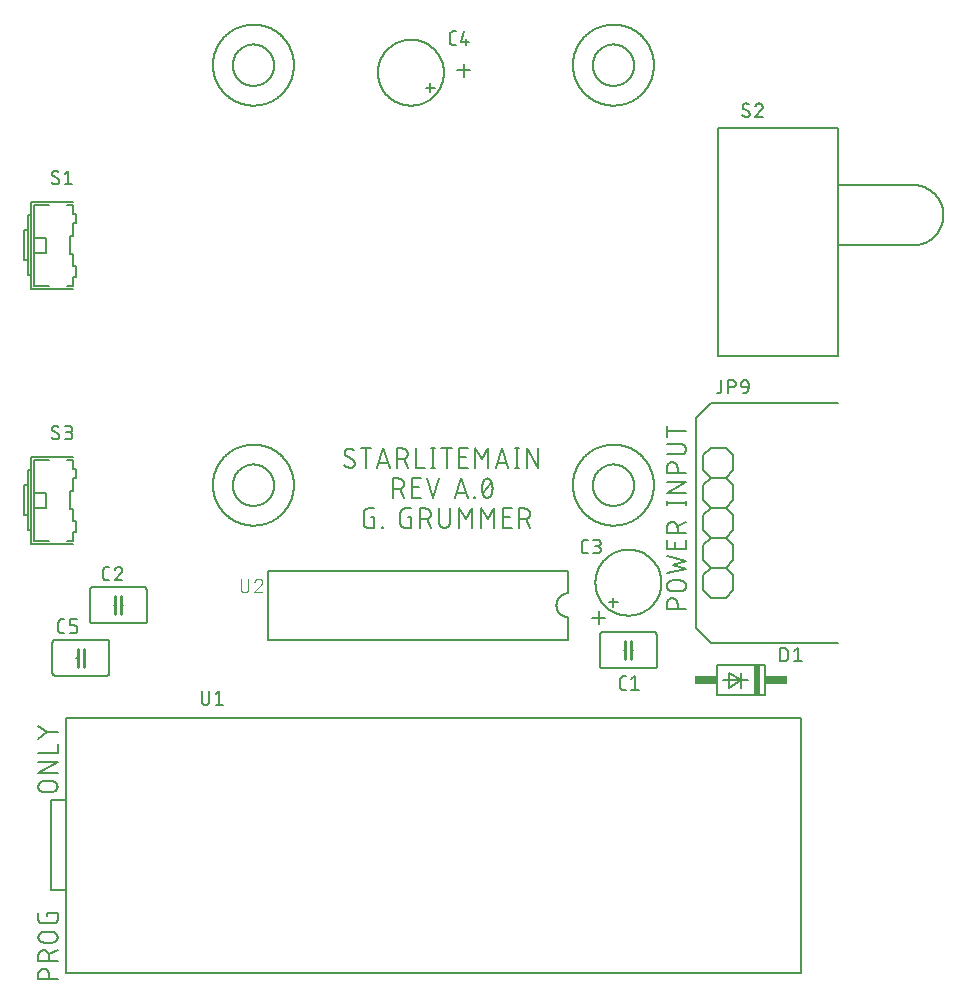
<source format=gbr>
G04 EAGLE Gerber RS-274X export*
G75*
%MOMM*%
%FSLAX34Y34*%
%LPD*%
%INSilkscreen Top*%
%IPPOS*%
%AMOC8*
5,1,8,0,0,1.08239X$1,22.5*%
G01*
%ADD10C,0.152400*%
%ADD11C,0.203200*%
%ADD12C,0.254000*%
%ADD13C,0.127000*%
%ADD14R,0.508000X2.540000*%
%ADD15R,1.905000X0.762000*%
%ADD16C,0.101600*%


D10*
X24638Y13462D02*
X8382Y13462D01*
X8382Y17978D01*
X8384Y18111D01*
X8390Y18243D01*
X8400Y18375D01*
X8413Y18507D01*
X8431Y18639D01*
X8452Y18769D01*
X8477Y18900D01*
X8506Y19029D01*
X8539Y19157D01*
X8575Y19285D01*
X8615Y19411D01*
X8659Y19536D01*
X8707Y19660D01*
X8758Y19782D01*
X8813Y19903D01*
X8871Y20022D01*
X8933Y20140D01*
X8998Y20255D01*
X9067Y20369D01*
X9138Y20480D01*
X9214Y20589D01*
X9292Y20696D01*
X9373Y20801D01*
X9458Y20903D01*
X9545Y21003D01*
X9635Y21100D01*
X9728Y21195D01*
X9824Y21286D01*
X9922Y21375D01*
X10023Y21461D01*
X10127Y21544D01*
X10233Y21624D01*
X10341Y21700D01*
X10451Y21774D01*
X10564Y21844D01*
X10678Y21911D01*
X10795Y21974D01*
X10913Y22034D01*
X11033Y22091D01*
X11155Y22144D01*
X11278Y22193D01*
X11402Y22239D01*
X11528Y22281D01*
X11655Y22319D01*
X11783Y22354D01*
X11912Y22385D01*
X12041Y22412D01*
X12172Y22435D01*
X12303Y22455D01*
X12435Y22470D01*
X12567Y22482D01*
X12699Y22490D01*
X12832Y22494D01*
X12964Y22494D01*
X13097Y22490D01*
X13229Y22482D01*
X13361Y22470D01*
X13493Y22455D01*
X13624Y22435D01*
X13755Y22412D01*
X13884Y22385D01*
X14013Y22354D01*
X14141Y22319D01*
X14268Y22281D01*
X14394Y22239D01*
X14518Y22193D01*
X14641Y22144D01*
X14763Y22091D01*
X14883Y22034D01*
X15001Y21974D01*
X15118Y21911D01*
X15232Y21844D01*
X15345Y21774D01*
X15455Y21700D01*
X15563Y21624D01*
X15669Y21544D01*
X15773Y21461D01*
X15874Y21375D01*
X15972Y21286D01*
X16068Y21195D01*
X16161Y21100D01*
X16251Y21003D01*
X16338Y20903D01*
X16423Y20801D01*
X16504Y20696D01*
X16582Y20589D01*
X16658Y20480D01*
X16729Y20369D01*
X16798Y20255D01*
X16863Y20140D01*
X16925Y20022D01*
X16983Y19903D01*
X17038Y19782D01*
X17089Y19660D01*
X17137Y19536D01*
X17181Y19411D01*
X17221Y19285D01*
X17257Y19157D01*
X17290Y19029D01*
X17319Y18900D01*
X17344Y18769D01*
X17365Y18639D01*
X17383Y18507D01*
X17396Y18375D01*
X17406Y18243D01*
X17412Y18111D01*
X17414Y17978D01*
X17413Y17978D02*
X17413Y13462D01*
X24638Y28974D02*
X8382Y28974D01*
X8382Y33489D01*
X8384Y33622D01*
X8390Y33754D01*
X8400Y33886D01*
X8413Y34018D01*
X8431Y34150D01*
X8452Y34280D01*
X8477Y34411D01*
X8506Y34540D01*
X8539Y34668D01*
X8575Y34796D01*
X8615Y34922D01*
X8659Y35047D01*
X8707Y35171D01*
X8758Y35293D01*
X8813Y35414D01*
X8871Y35533D01*
X8933Y35651D01*
X8998Y35766D01*
X9067Y35880D01*
X9138Y35991D01*
X9214Y36100D01*
X9292Y36207D01*
X9373Y36312D01*
X9458Y36414D01*
X9545Y36514D01*
X9635Y36611D01*
X9728Y36706D01*
X9824Y36797D01*
X9922Y36886D01*
X10023Y36972D01*
X10127Y37055D01*
X10233Y37135D01*
X10341Y37211D01*
X10451Y37285D01*
X10564Y37355D01*
X10678Y37422D01*
X10795Y37485D01*
X10913Y37545D01*
X11033Y37602D01*
X11155Y37655D01*
X11278Y37704D01*
X11402Y37750D01*
X11528Y37792D01*
X11655Y37830D01*
X11783Y37865D01*
X11912Y37896D01*
X12041Y37923D01*
X12172Y37946D01*
X12303Y37966D01*
X12435Y37981D01*
X12567Y37993D01*
X12699Y38001D01*
X12832Y38005D01*
X12964Y38005D01*
X13097Y38001D01*
X13229Y37993D01*
X13361Y37981D01*
X13493Y37966D01*
X13624Y37946D01*
X13755Y37923D01*
X13884Y37896D01*
X14013Y37865D01*
X14141Y37830D01*
X14268Y37792D01*
X14394Y37750D01*
X14518Y37704D01*
X14641Y37655D01*
X14763Y37602D01*
X14883Y37545D01*
X15001Y37485D01*
X15118Y37422D01*
X15232Y37355D01*
X15345Y37285D01*
X15455Y37211D01*
X15563Y37135D01*
X15669Y37055D01*
X15773Y36972D01*
X15874Y36886D01*
X15972Y36797D01*
X16068Y36706D01*
X16161Y36611D01*
X16251Y36514D01*
X16338Y36414D01*
X16423Y36312D01*
X16504Y36207D01*
X16582Y36100D01*
X16658Y35991D01*
X16729Y35880D01*
X16798Y35766D01*
X16863Y35651D01*
X16925Y35533D01*
X16983Y35414D01*
X17038Y35293D01*
X17089Y35171D01*
X17137Y35047D01*
X17181Y34922D01*
X17221Y34796D01*
X17257Y34668D01*
X17290Y34540D01*
X17319Y34411D01*
X17344Y34280D01*
X17365Y34150D01*
X17383Y34018D01*
X17396Y33886D01*
X17406Y33754D01*
X17412Y33622D01*
X17414Y33489D01*
X17413Y33489D02*
X17413Y28974D01*
X17413Y34393D02*
X24638Y38005D01*
X20122Y44514D02*
X12898Y44514D01*
X12898Y44513D02*
X12765Y44515D01*
X12633Y44521D01*
X12501Y44531D01*
X12369Y44544D01*
X12237Y44562D01*
X12107Y44583D01*
X11976Y44608D01*
X11847Y44637D01*
X11719Y44670D01*
X11591Y44706D01*
X11465Y44746D01*
X11340Y44790D01*
X11216Y44838D01*
X11094Y44889D01*
X10973Y44944D01*
X10854Y45002D01*
X10736Y45064D01*
X10621Y45129D01*
X10507Y45198D01*
X10396Y45269D01*
X10287Y45345D01*
X10180Y45423D01*
X10075Y45504D01*
X9973Y45589D01*
X9873Y45676D01*
X9776Y45766D01*
X9681Y45859D01*
X9590Y45955D01*
X9501Y46053D01*
X9415Y46154D01*
X9332Y46258D01*
X9252Y46364D01*
X9176Y46472D01*
X9102Y46582D01*
X9032Y46695D01*
X8965Y46809D01*
X8902Y46926D01*
X8842Y47044D01*
X8785Y47164D01*
X8732Y47286D01*
X8683Y47409D01*
X8637Y47533D01*
X8595Y47659D01*
X8557Y47786D01*
X8522Y47914D01*
X8491Y48043D01*
X8464Y48172D01*
X8441Y48303D01*
X8421Y48434D01*
X8406Y48566D01*
X8394Y48698D01*
X8386Y48830D01*
X8382Y48963D01*
X8382Y49095D01*
X8386Y49228D01*
X8394Y49360D01*
X8406Y49492D01*
X8421Y49624D01*
X8441Y49755D01*
X8464Y49886D01*
X8491Y50015D01*
X8522Y50144D01*
X8557Y50272D01*
X8595Y50399D01*
X8637Y50525D01*
X8683Y50649D01*
X8732Y50772D01*
X8785Y50894D01*
X8842Y51014D01*
X8902Y51132D01*
X8965Y51249D01*
X9032Y51363D01*
X9102Y51476D01*
X9176Y51586D01*
X9252Y51694D01*
X9332Y51800D01*
X9415Y51904D01*
X9501Y52005D01*
X9590Y52103D01*
X9681Y52199D01*
X9776Y52292D01*
X9873Y52382D01*
X9973Y52469D01*
X10075Y52554D01*
X10180Y52635D01*
X10287Y52713D01*
X10396Y52789D01*
X10507Y52860D01*
X10621Y52929D01*
X10736Y52994D01*
X10854Y53056D01*
X10973Y53114D01*
X11094Y53169D01*
X11216Y53220D01*
X11340Y53268D01*
X11465Y53312D01*
X11591Y53352D01*
X11719Y53388D01*
X11847Y53421D01*
X11976Y53450D01*
X12107Y53475D01*
X12237Y53496D01*
X12369Y53514D01*
X12501Y53527D01*
X12633Y53537D01*
X12765Y53543D01*
X12898Y53545D01*
X20122Y53545D01*
X20255Y53543D01*
X20387Y53537D01*
X20519Y53527D01*
X20651Y53514D01*
X20783Y53496D01*
X20913Y53475D01*
X21044Y53450D01*
X21173Y53421D01*
X21301Y53388D01*
X21429Y53352D01*
X21555Y53312D01*
X21680Y53268D01*
X21804Y53220D01*
X21926Y53169D01*
X22047Y53114D01*
X22166Y53056D01*
X22284Y52994D01*
X22399Y52929D01*
X22513Y52860D01*
X22624Y52789D01*
X22733Y52713D01*
X22840Y52635D01*
X22945Y52554D01*
X23047Y52469D01*
X23147Y52382D01*
X23244Y52292D01*
X23339Y52199D01*
X23430Y52103D01*
X23519Y52005D01*
X23605Y51904D01*
X23688Y51800D01*
X23768Y51694D01*
X23844Y51586D01*
X23918Y51476D01*
X23988Y51363D01*
X24055Y51249D01*
X24118Y51132D01*
X24178Y51014D01*
X24235Y50894D01*
X24288Y50772D01*
X24337Y50649D01*
X24383Y50525D01*
X24425Y50399D01*
X24463Y50272D01*
X24498Y50144D01*
X24529Y50015D01*
X24556Y49886D01*
X24579Y49755D01*
X24599Y49624D01*
X24614Y49492D01*
X24626Y49360D01*
X24634Y49228D01*
X24638Y49095D01*
X24638Y48963D01*
X24634Y48830D01*
X24626Y48698D01*
X24614Y48566D01*
X24599Y48434D01*
X24579Y48303D01*
X24556Y48172D01*
X24529Y48043D01*
X24498Y47914D01*
X24463Y47786D01*
X24425Y47659D01*
X24383Y47533D01*
X24337Y47409D01*
X24288Y47286D01*
X24235Y47164D01*
X24178Y47044D01*
X24118Y46926D01*
X24055Y46809D01*
X23988Y46695D01*
X23918Y46582D01*
X23844Y46472D01*
X23768Y46364D01*
X23688Y46258D01*
X23605Y46154D01*
X23519Y46053D01*
X23430Y45955D01*
X23339Y45859D01*
X23244Y45766D01*
X23147Y45676D01*
X23047Y45589D01*
X22945Y45504D01*
X22840Y45423D01*
X22733Y45345D01*
X22624Y45269D01*
X22513Y45198D01*
X22399Y45129D01*
X22284Y45064D01*
X22166Y45002D01*
X22047Y44944D01*
X21926Y44889D01*
X21804Y44838D01*
X21680Y44790D01*
X21555Y44746D01*
X21429Y44706D01*
X21301Y44670D01*
X21173Y44637D01*
X21044Y44608D01*
X20913Y44583D01*
X20783Y44562D01*
X20651Y44544D01*
X20519Y44531D01*
X20387Y44521D01*
X20255Y44515D01*
X20122Y44513D01*
X15607Y66988D02*
X15607Y69697D01*
X24638Y69697D01*
X24638Y64278D01*
X24636Y64160D01*
X24630Y64042D01*
X24621Y63924D01*
X24607Y63807D01*
X24590Y63690D01*
X24569Y63573D01*
X24544Y63458D01*
X24515Y63343D01*
X24482Y63229D01*
X24446Y63117D01*
X24406Y63006D01*
X24363Y62896D01*
X24316Y62787D01*
X24266Y62680D01*
X24211Y62575D01*
X24154Y62472D01*
X24093Y62371D01*
X24029Y62271D01*
X23962Y62174D01*
X23892Y62079D01*
X23818Y61987D01*
X23742Y61896D01*
X23662Y61809D01*
X23580Y61724D01*
X23495Y61642D01*
X23408Y61562D01*
X23317Y61486D01*
X23225Y61412D01*
X23130Y61342D01*
X23033Y61275D01*
X22933Y61211D01*
X22832Y61150D01*
X22729Y61093D01*
X22624Y61038D01*
X22517Y60988D01*
X22408Y60941D01*
X22298Y60898D01*
X22187Y60858D01*
X22075Y60822D01*
X21961Y60789D01*
X21846Y60760D01*
X21731Y60735D01*
X21614Y60714D01*
X21497Y60697D01*
X21380Y60683D01*
X21262Y60674D01*
X21144Y60668D01*
X21026Y60666D01*
X11994Y60666D01*
X11994Y60665D02*
X11876Y60667D01*
X11758Y60673D01*
X11640Y60682D01*
X11522Y60696D01*
X11405Y60713D01*
X11289Y60734D01*
X11174Y60759D01*
X11059Y60788D01*
X10945Y60821D01*
X10833Y60857D01*
X10721Y60897D01*
X10611Y60940D01*
X10503Y60987D01*
X10396Y61038D01*
X10291Y61092D01*
X10188Y61149D01*
X10086Y61210D01*
X9987Y61274D01*
X9890Y61341D01*
X9795Y61412D01*
X9702Y61485D01*
X9612Y61562D01*
X9524Y61641D01*
X9439Y61723D01*
X9357Y61808D01*
X9278Y61896D01*
X9201Y61986D01*
X9128Y62079D01*
X9057Y62173D01*
X8990Y62271D01*
X8926Y62370D01*
X8865Y62471D01*
X8808Y62575D01*
X8754Y62680D01*
X8703Y62787D01*
X8656Y62895D01*
X8613Y63005D01*
X8573Y63117D01*
X8537Y63229D01*
X8504Y63343D01*
X8475Y63458D01*
X8450Y63573D01*
X8429Y63689D01*
X8412Y63806D01*
X8398Y63924D01*
X8389Y64042D01*
X8383Y64160D01*
X8381Y64278D01*
X8382Y64278D02*
X8382Y69697D01*
X540512Y327126D02*
X556768Y327126D01*
X540512Y327126D02*
X540512Y331642D01*
X540514Y331775D01*
X540520Y331907D01*
X540530Y332039D01*
X540543Y332171D01*
X540561Y332303D01*
X540582Y332433D01*
X540607Y332564D01*
X540636Y332693D01*
X540669Y332821D01*
X540705Y332949D01*
X540745Y333075D01*
X540789Y333200D01*
X540837Y333324D01*
X540888Y333446D01*
X540943Y333567D01*
X541001Y333686D01*
X541063Y333804D01*
X541128Y333919D01*
X541197Y334033D01*
X541268Y334144D01*
X541344Y334253D01*
X541422Y334360D01*
X541503Y334465D01*
X541588Y334567D01*
X541675Y334667D01*
X541765Y334764D01*
X541858Y334859D01*
X541954Y334950D01*
X542052Y335039D01*
X542153Y335125D01*
X542257Y335208D01*
X542363Y335288D01*
X542471Y335364D01*
X542581Y335438D01*
X542694Y335508D01*
X542808Y335575D01*
X542925Y335638D01*
X543043Y335698D01*
X543163Y335755D01*
X543285Y335808D01*
X543408Y335857D01*
X543532Y335903D01*
X543658Y335945D01*
X543785Y335983D01*
X543913Y336018D01*
X544042Y336049D01*
X544171Y336076D01*
X544302Y336099D01*
X544433Y336119D01*
X544565Y336134D01*
X544697Y336146D01*
X544829Y336154D01*
X544962Y336158D01*
X545094Y336158D01*
X545227Y336154D01*
X545359Y336146D01*
X545491Y336134D01*
X545623Y336119D01*
X545754Y336099D01*
X545885Y336076D01*
X546014Y336049D01*
X546143Y336018D01*
X546271Y335983D01*
X546398Y335945D01*
X546524Y335903D01*
X546648Y335857D01*
X546771Y335808D01*
X546893Y335755D01*
X547013Y335698D01*
X547131Y335638D01*
X547248Y335575D01*
X547362Y335508D01*
X547475Y335438D01*
X547585Y335364D01*
X547693Y335288D01*
X547799Y335208D01*
X547903Y335125D01*
X548004Y335039D01*
X548102Y334950D01*
X548198Y334859D01*
X548291Y334764D01*
X548381Y334667D01*
X548468Y334567D01*
X548553Y334465D01*
X548634Y334360D01*
X548712Y334253D01*
X548788Y334144D01*
X548859Y334033D01*
X548928Y333919D01*
X548993Y333804D01*
X549055Y333686D01*
X549113Y333567D01*
X549168Y333446D01*
X549219Y333324D01*
X549267Y333200D01*
X549311Y333075D01*
X549351Y332949D01*
X549387Y332821D01*
X549420Y332693D01*
X549449Y332564D01*
X549474Y332433D01*
X549495Y332303D01*
X549513Y332171D01*
X549526Y332039D01*
X549536Y331907D01*
X549542Y331775D01*
X549544Y331642D01*
X549543Y331642D02*
X549543Y327126D01*
X552252Y342026D02*
X545028Y342026D01*
X545028Y342025D02*
X544895Y342027D01*
X544763Y342033D01*
X544631Y342043D01*
X544499Y342056D01*
X544367Y342074D01*
X544237Y342095D01*
X544106Y342120D01*
X543977Y342149D01*
X543849Y342182D01*
X543721Y342218D01*
X543595Y342258D01*
X543470Y342302D01*
X543346Y342350D01*
X543224Y342401D01*
X543103Y342456D01*
X542984Y342514D01*
X542866Y342576D01*
X542751Y342641D01*
X542637Y342710D01*
X542526Y342781D01*
X542417Y342857D01*
X542310Y342935D01*
X542205Y343016D01*
X542103Y343101D01*
X542003Y343188D01*
X541906Y343278D01*
X541811Y343371D01*
X541720Y343467D01*
X541631Y343565D01*
X541545Y343666D01*
X541462Y343770D01*
X541382Y343876D01*
X541306Y343984D01*
X541232Y344094D01*
X541162Y344207D01*
X541095Y344321D01*
X541032Y344438D01*
X540972Y344556D01*
X540915Y344676D01*
X540862Y344798D01*
X540813Y344921D01*
X540767Y345045D01*
X540725Y345171D01*
X540687Y345298D01*
X540652Y345426D01*
X540621Y345555D01*
X540594Y345684D01*
X540571Y345815D01*
X540551Y345946D01*
X540536Y346078D01*
X540524Y346210D01*
X540516Y346342D01*
X540512Y346475D01*
X540512Y346607D01*
X540516Y346740D01*
X540524Y346872D01*
X540536Y347004D01*
X540551Y347136D01*
X540571Y347267D01*
X540594Y347398D01*
X540621Y347527D01*
X540652Y347656D01*
X540687Y347784D01*
X540725Y347911D01*
X540767Y348037D01*
X540813Y348161D01*
X540862Y348284D01*
X540915Y348406D01*
X540972Y348526D01*
X541032Y348644D01*
X541095Y348761D01*
X541162Y348875D01*
X541232Y348988D01*
X541306Y349098D01*
X541382Y349206D01*
X541462Y349312D01*
X541545Y349416D01*
X541631Y349517D01*
X541720Y349615D01*
X541811Y349711D01*
X541906Y349804D01*
X542003Y349894D01*
X542103Y349981D01*
X542205Y350066D01*
X542310Y350147D01*
X542417Y350225D01*
X542526Y350301D01*
X542637Y350372D01*
X542751Y350441D01*
X542866Y350506D01*
X542984Y350568D01*
X543103Y350626D01*
X543224Y350681D01*
X543346Y350732D01*
X543470Y350780D01*
X543595Y350824D01*
X543721Y350864D01*
X543849Y350900D01*
X543977Y350933D01*
X544106Y350962D01*
X544237Y350987D01*
X544367Y351008D01*
X544499Y351026D01*
X544631Y351039D01*
X544763Y351049D01*
X544895Y351055D01*
X545028Y351057D01*
X552252Y351057D01*
X552385Y351055D01*
X552517Y351049D01*
X552649Y351039D01*
X552781Y351026D01*
X552913Y351008D01*
X553043Y350987D01*
X553174Y350962D01*
X553303Y350933D01*
X553431Y350900D01*
X553559Y350864D01*
X553685Y350824D01*
X553810Y350780D01*
X553934Y350732D01*
X554056Y350681D01*
X554177Y350626D01*
X554296Y350568D01*
X554414Y350506D01*
X554529Y350441D01*
X554643Y350372D01*
X554754Y350301D01*
X554863Y350225D01*
X554970Y350147D01*
X555075Y350066D01*
X555177Y349981D01*
X555277Y349894D01*
X555374Y349804D01*
X555469Y349711D01*
X555560Y349615D01*
X555649Y349517D01*
X555735Y349416D01*
X555818Y349312D01*
X555898Y349206D01*
X555974Y349098D01*
X556048Y348988D01*
X556118Y348875D01*
X556185Y348761D01*
X556248Y348644D01*
X556308Y348526D01*
X556365Y348406D01*
X556418Y348284D01*
X556467Y348161D01*
X556513Y348037D01*
X556555Y347911D01*
X556593Y347784D01*
X556628Y347656D01*
X556659Y347527D01*
X556686Y347398D01*
X556709Y347267D01*
X556729Y347136D01*
X556744Y347004D01*
X556756Y346872D01*
X556764Y346740D01*
X556768Y346607D01*
X556768Y346475D01*
X556764Y346342D01*
X556756Y346210D01*
X556744Y346078D01*
X556729Y345946D01*
X556709Y345815D01*
X556686Y345684D01*
X556659Y345555D01*
X556628Y345426D01*
X556593Y345298D01*
X556555Y345171D01*
X556513Y345045D01*
X556467Y344921D01*
X556418Y344798D01*
X556365Y344676D01*
X556308Y344556D01*
X556248Y344438D01*
X556185Y344321D01*
X556118Y344207D01*
X556048Y344094D01*
X555974Y343984D01*
X555898Y343876D01*
X555818Y343770D01*
X555735Y343666D01*
X555649Y343565D01*
X555560Y343467D01*
X555469Y343371D01*
X555374Y343278D01*
X555277Y343188D01*
X555177Y343101D01*
X555075Y343016D01*
X554970Y342935D01*
X554863Y342857D01*
X554754Y342781D01*
X554643Y342710D01*
X554529Y342641D01*
X554414Y342576D01*
X554296Y342514D01*
X554177Y342456D01*
X554056Y342401D01*
X553934Y342350D01*
X553810Y342302D01*
X553685Y342258D01*
X553559Y342218D01*
X553431Y342182D01*
X553303Y342149D01*
X553174Y342120D01*
X553043Y342095D01*
X552913Y342074D01*
X552781Y342056D01*
X552649Y342043D01*
X552517Y342033D01*
X552385Y342027D01*
X552252Y342025D01*
X540512Y357032D02*
X556768Y360644D01*
X545931Y364257D01*
X556768Y367869D01*
X540512Y371481D01*
X556768Y378007D02*
X556768Y385232D01*
X556768Y378007D02*
X540512Y378007D01*
X540512Y385232D01*
X547737Y383426D02*
X547737Y378007D01*
X540512Y391616D02*
X556768Y391616D01*
X540512Y391616D02*
X540512Y396132D01*
X540514Y396265D01*
X540520Y396397D01*
X540530Y396529D01*
X540543Y396661D01*
X540561Y396793D01*
X540582Y396923D01*
X540607Y397054D01*
X540636Y397183D01*
X540669Y397311D01*
X540705Y397439D01*
X540745Y397565D01*
X540789Y397690D01*
X540837Y397814D01*
X540888Y397936D01*
X540943Y398057D01*
X541001Y398176D01*
X541063Y398294D01*
X541128Y398409D01*
X541197Y398523D01*
X541268Y398634D01*
X541344Y398743D01*
X541422Y398850D01*
X541503Y398955D01*
X541588Y399057D01*
X541675Y399157D01*
X541765Y399254D01*
X541858Y399349D01*
X541954Y399440D01*
X542052Y399529D01*
X542153Y399615D01*
X542257Y399698D01*
X542363Y399778D01*
X542471Y399854D01*
X542581Y399928D01*
X542694Y399998D01*
X542808Y400065D01*
X542925Y400128D01*
X543043Y400188D01*
X543163Y400245D01*
X543285Y400298D01*
X543408Y400347D01*
X543532Y400393D01*
X543658Y400435D01*
X543785Y400473D01*
X543913Y400508D01*
X544042Y400539D01*
X544171Y400566D01*
X544302Y400589D01*
X544433Y400609D01*
X544565Y400624D01*
X544697Y400636D01*
X544829Y400644D01*
X544962Y400648D01*
X545094Y400648D01*
X545227Y400644D01*
X545359Y400636D01*
X545491Y400624D01*
X545623Y400609D01*
X545754Y400589D01*
X545885Y400566D01*
X546014Y400539D01*
X546143Y400508D01*
X546271Y400473D01*
X546398Y400435D01*
X546524Y400393D01*
X546648Y400347D01*
X546771Y400298D01*
X546893Y400245D01*
X547013Y400188D01*
X547131Y400128D01*
X547248Y400065D01*
X547362Y399998D01*
X547475Y399928D01*
X547585Y399854D01*
X547693Y399778D01*
X547799Y399698D01*
X547903Y399615D01*
X548004Y399529D01*
X548102Y399440D01*
X548198Y399349D01*
X548291Y399254D01*
X548381Y399157D01*
X548468Y399057D01*
X548553Y398955D01*
X548634Y398850D01*
X548712Y398743D01*
X548788Y398634D01*
X548859Y398523D01*
X548928Y398409D01*
X548993Y398294D01*
X549055Y398176D01*
X549113Y398057D01*
X549168Y397936D01*
X549219Y397814D01*
X549267Y397690D01*
X549311Y397565D01*
X549351Y397439D01*
X549387Y397311D01*
X549420Y397183D01*
X549449Y397054D01*
X549474Y396923D01*
X549495Y396793D01*
X549513Y396661D01*
X549526Y396529D01*
X549536Y396397D01*
X549542Y396265D01*
X549544Y396132D01*
X549543Y396132D02*
X549543Y391616D01*
X549543Y397035D02*
X556768Y400647D01*
X556768Y416882D02*
X540512Y416882D01*
X556768Y415075D02*
X556768Y418688D01*
X540512Y418688D02*
X540512Y415075D01*
X540512Y425392D02*
X556768Y425392D01*
X556768Y434423D02*
X540512Y425392D01*
X540512Y434423D02*
X556768Y434423D01*
X556768Y442276D02*
X540512Y442276D01*
X540512Y446792D01*
X540514Y446925D01*
X540520Y447057D01*
X540530Y447189D01*
X540543Y447321D01*
X540561Y447453D01*
X540582Y447583D01*
X540607Y447714D01*
X540636Y447843D01*
X540669Y447971D01*
X540705Y448099D01*
X540745Y448225D01*
X540789Y448350D01*
X540837Y448474D01*
X540888Y448596D01*
X540943Y448717D01*
X541001Y448836D01*
X541063Y448954D01*
X541128Y449069D01*
X541197Y449183D01*
X541268Y449294D01*
X541344Y449403D01*
X541422Y449510D01*
X541503Y449615D01*
X541588Y449717D01*
X541675Y449817D01*
X541765Y449914D01*
X541858Y450009D01*
X541954Y450100D01*
X542052Y450189D01*
X542153Y450275D01*
X542257Y450358D01*
X542363Y450438D01*
X542471Y450514D01*
X542581Y450588D01*
X542694Y450658D01*
X542808Y450725D01*
X542925Y450788D01*
X543043Y450848D01*
X543163Y450905D01*
X543285Y450958D01*
X543408Y451007D01*
X543532Y451053D01*
X543658Y451095D01*
X543785Y451133D01*
X543913Y451168D01*
X544042Y451199D01*
X544171Y451226D01*
X544302Y451249D01*
X544433Y451269D01*
X544565Y451284D01*
X544697Y451296D01*
X544829Y451304D01*
X544962Y451308D01*
X545094Y451308D01*
X545227Y451304D01*
X545359Y451296D01*
X545491Y451284D01*
X545623Y451269D01*
X545754Y451249D01*
X545885Y451226D01*
X546014Y451199D01*
X546143Y451168D01*
X546271Y451133D01*
X546398Y451095D01*
X546524Y451053D01*
X546648Y451007D01*
X546771Y450958D01*
X546893Y450905D01*
X547013Y450848D01*
X547131Y450788D01*
X547248Y450725D01*
X547362Y450658D01*
X547475Y450588D01*
X547585Y450514D01*
X547693Y450438D01*
X547799Y450358D01*
X547903Y450275D01*
X548004Y450189D01*
X548102Y450100D01*
X548198Y450009D01*
X548291Y449914D01*
X548381Y449817D01*
X548468Y449717D01*
X548553Y449615D01*
X548634Y449510D01*
X548712Y449403D01*
X548788Y449294D01*
X548859Y449183D01*
X548928Y449069D01*
X548993Y448954D01*
X549055Y448836D01*
X549113Y448717D01*
X549168Y448596D01*
X549219Y448474D01*
X549267Y448350D01*
X549311Y448225D01*
X549351Y448099D01*
X549387Y447971D01*
X549420Y447843D01*
X549449Y447714D01*
X549474Y447583D01*
X549495Y447453D01*
X549513Y447321D01*
X549526Y447189D01*
X549536Y447057D01*
X549542Y446925D01*
X549544Y446792D01*
X549543Y446792D02*
X549543Y442276D01*
X552252Y457697D02*
X540512Y457697D01*
X552252Y457696D02*
X552385Y457698D01*
X552517Y457704D01*
X552649Y457714D01*
X552781Y457727D01*
X552913Y457745D01*
X553043Y457766D01*
X553174Y457791D01*
X553303Y457820D01*
X553431Y457853D01*
X553559Y457889D01*
X553685Y457929D01*
X553810Y457973D01*
X553934Y458021D01*
X554056Y458072D01*
X554177Y458127D01*
X554296Y458185D01*
X554414Y458247D01*
X554529Y458312D01*
X554643Y458381D01*
X554754Y458452D01*
X554863Y458528D01*
X554970Y458606D01*
X555075Y458687D01*
X555177Y458772D01*
X555277Y458859D01*
X555374Y458949D01*
X555469Y459042D01*
X555560Y459138D01*
X555649Y459236D01*
X555735Y459337D01*
X555818Y459441D01*
X555898Y459547D01*
X555974Y459655D01*
X556048Y459765D01*
X556118Y459878D01*
X556185Y459992D01*
X556248Y460109D01*
X556308Y460227D01*
X556365Y460347D01*
X556418Y460469D01*
X556467Y460592D01*
X556513Y460716D01*
X556555Y460842D01*
X556593Y460969D01*
X556628Y461097D01*
X556659Y461226D01*
X556686Y461355D01*
X556709Y461486D01*
X556729Y461617D01*
X556744Y461749D01*
X556756Y461881D01*
X556764Y462013D01*
X556768Y462146D01*
X556768Y462278D01*
X556764Y462411D01*
X556756Y462543D01*
X556744Y462675D01*
X556729Y462807D01*
X556709Y462938D01*
X556686Y463069D01*
X556659Y463198D01*
X556628Y463327D01*
X556593Y463455D01*
X556555Y463582D01*
X556513Y463708D01*
X556467Y463832D01*
X556418Y463955D01*
X556365Y464077D01*
X556308Y464197D01*
X556248Y464315D01*
X556185Y464432D01*
X556118Y464546D01*
X556048Y464659D01*
X555974Y464769D01*
X555898Y464877D01*
X555818Y464983D01*
X555735Y465087D01*
X555649Y465188D01*
X555560Y465286D01*
X555469Y465382D01*
X555374Y465475D01*
X555277Y465565D01*
X555177Y465652D01*
X555075Y465737D01*
X554970Y465818D01*
X554863Y465896D01*
X554754Y465972D01*
X554643Y466043D01*
X554529Y466112D01*
X554414Y466177D01*
X554296Y466239D01*
X554177Y466297D01*
X554056Y466352D01*
X553934Y466403D01*
X553810Y466451D01*
X553685Y466495D01*
X553559Y466535D01*
X553431Y466571D01*
X553303Y466604D01*
X553174Y466633D01*
X553043Y466658D01*
X552913Y466679D01*
X552781Y466697D01*
X552649Y466710D01*
X552517Y466720D01*
X552385Y466726D01*
X552252Y466728D01*
X540512Y466728D01*
X540512Y477322D02*
X556768Y477322D01*
X540512Y472807D02*
X540512Y481838D01*
X276288Y450144D02*
X276286Y450026D01*
X276280Y449908D01*
X276271Y449790D01*
X276257Y449673D01*
X276240Y449556D01*
X276219Y449439D01*
X276194Y449324D01*
X276165Y449209D01*
X276132Y449095D01*
X276096Y448983D01*
X276056Y448872D01*
X276013Y448762D01*
X275966Y448653D01*
X275916Y448546D01*
X275861Y448441D01*
X275804Y448338D01*
X275743Y448237D01*
X275679Y448137D01*
X275612Y448040D01*
X275542Y447945D01*
X275468Y447853D01*
X275392Y447762D01*
X275312Y447675D01*
X275230Y447590D01*
X275145Y447508D01*
X275058Y447428D01*
X274967Y447352D01*
X274875Y447278D01*
X274780Y447208D01*
X274683Y447141D01*
X274583Y447077D01*
X274482Y447016D01*
X274379Y446959D01*
X274274Y446904D01*
X274167Y446854D01*
X274058Y446807D01*
X273948Y446764D01*
X273837Y446724D01*
X273725Y446688D01*
X273611Y446655D01*
X273496Y446626D01*
X273381Y446601D01*
X273264Y446580D01*
X273147Y446563D01*
X273030Y446549D01*
X272912Y446540D01*
X272794Y446534D01*
X272676Y446532D01*
X272493Y446534D01*
X272311Y446541D01*
X272129Y446552D01*
X271947Y446567D01*
X271765Y446587D01*
X271584Y446610D01*
X271404Y446639D01*
X271224Y446671D01*
X271045Y446708D01*
X270868Y446749D01*
X270691Y446795D01*
X270515Y446844D01*
X270341Y446898D01*
X270167Y446956D01*
X269996Y447018D01*
X269826Y447084D01*
X269657Y447155D01*
X269490Y447229D01*
X269325Y447307D01*
X269162Y447389D01*
X269001Y447475D01*
X268842Y447565D01*
X268685Y447659D01*
X268531Y447756D01*
X268379Y447857D01*
X268229Y447962D01*
X268082Y448070D01*
X267938Y448181D01*
X267796Y448296D01*
X267657Y448415D01*
X267521Y448537D01*
X267388Y448662D01*
X267258Y448790D01*
X267710Y459176D02*
X267712Y459294D01*
X267718Y459412D01*
X267727Y459530D01*
X267741Y459647D01*
X267758Y459764D01*
X267779Y459881D01*
X267804Y459996D01*
X267833Y460111D01*
X267866Y460225D01*
X267902Y460337D01*
X267942Y460448D01*
X267985Y460558D01*
X268032Y460667D01*
X268082Y460774D01*
X268137Y460879D01*
X268194Y460982D01*
X268255Y461083D01*
X268319Y461183D01*
X268386Y461280D01*
X268456Y461375D01*
X268530Y461467D01*
X268606Y461558D01*
X268686Y461645D01*
X268768Y461730D01*
X268853Y461812D01*
X268940Y461892D01*
X269031Y461968D01*
X269123Y462042D01*
X269218Y462112D01*
X269315Y462179D01*
X269415Y462243D01*
X269516Y462304D01*
X269619Y462362D01*
X269724Y462416D01*
X269831Y462466D01*
X269940Y462513D01*
X270050Y462557D01*
X270161Y462596D01*
X270274Y462632D01*
X270387Y462665D01*
X270502Y462694D01*
X270617Y462719D01*
X270734Y462740D01*
X270851Y462757D01*
X270968Y462771D01*
X271086Y462780D01*
X271204Y462786D01*
X271322Y462788D01*
X271483Y462786D01*
X271645Y462780D01*
X271806Y462771D01*
X271967Y462757D01*
X272127Y462740D01*
X272287Y462719D01*
X272447Y462694D01*
X272606Y462665D01*
X272764Y462633D01*
X272921Y462597D01*
X273077Y462557D01*
X273233Y462513D01*
X273387Y462465D01*
X273540Y462414D01*
X273692Y462360D01*
X273843Y462301D01*
X273992Y462240D01*
X274139Y462174D01*
X274285Y462105D01*
X274430Y462033D01*
X274572Y461957D01*
X274713Y461878D01*
X274852Y461796D01*
X274988Y461710D01*
X275123Y461621D01*
X275256Y461529D01*
X275386Y461433D01*
X269515Y456015D02*
X269414Y456077D01*
X269314Y456142D01*
X269217Y456211D01*
X269122Y456283D01*
X269029Y456357D01*
X268939Y456435D01*
X268851Y456516D01*
X268766Y456599D01*
X268684Y456685D01*
X268605Y456774D01*
X268528Y456865D01*
X268455Y456959D01*
X268384Y457055D01*
X268317Y457153D01*
X268253Y457253D01*
X268192Y457356D01*
X268135Y457460D01*
X268081Y457566D01*
X268031Y457674D01*
X267984Y457783D01*
X267940Y457894D01*
X267900Y458006D01*
X267864Y458120D01*
X267832Y458234D01*
X267803Y458350D01*
X267778Y458466D01*
X267757Y458583D01*
X267740Y458701D01*
X267726Y458819D01*
X267717Y458938D01*
X267711Y459057D01*
X267709Y459176D01*
X274483Y453305D02*
X274584Y453243D01*
X274684Y453178D01*
X274781Y453109D01*
X274876Y453037D01*
X274969Y452963D01*
X275059Y452885D01*
X275147Y452804D01*
X275232Y452721D01*
X275314Y452635D01*
X275393Y452546D01*
X275470Y452455D01*
X275543Y452361D01*
X275614Y452265D01*
X275681Y452167D01*
X275745Y452067D01*
X275806Y451964D01*
X275863Y451860D01*
X275917Y451754D01*
X275967Y451646D01*
X276014Y451537D01*
X276058Y451426D01*
X276098Y451314D01*
X276134Y451200D01*
X276166Y451086D01*
X276195Y450970D01*
X276220Y450854D01*
X276241Y450737D01*
X276258Y450619D01*
X276272Y450501D01*
X276281Y450382D01*
X276287Y450263D01*
X276289Y450144D01*
X274483Y453305D02*
X269515Y456015D01*
X285841Y462788D02*
X285841Y446532D01*
X281326Y462788D02*
X290357Y462788D01*
X300431Y462788D02*
X295012Y446532D01*
X305849Y446532D02*
X300431Y462788D01*
X304495Y450596D02*
X296367Y450596D01*
X312159Y446532D02*
X312159Y462788D01*
X316674Y462788D01*
X316807Y462786D01*
X316939Y462780D01*
X317071Y462770D01*
X317203Y462757D01*
X317335Y462739D01*
X317465Y462718D01*
X317596Y462693D01*
X317725Y462664D01*
X317853Y462631D01*
X317981Y462595D01*
X318107Y462555D01*
X318232Y462511D01*
X318356Y462463D01*
X318478Y462412D01*
X318599Y462357D01*
X318718Y462299D01*
X318836Y462237D01*
X318951Y462172D01*
X319065Y462103D01*
X319176Y462032D01*
X319285Y461956D01*
X319392Y461878D01*
X319497Y461797D01*
X319599Y461712D01*
X319699Y461625D01*
X319796Y461535D01*
X319891Y461442D01*
X319982Y461346D01*
X320071Y461248D01*
X320157Y461147D01*
X320240Y461043D01*
X320320Y460937D01*
X320396Y460829D01*
X320470Y460719D01*
X320540Y460606D01*
X320607Y460492D01*
X320670Y460375D01*
X320730Y460257D01*
X320787Y460137D01*
X320840Y460015D01*
X320889Y459892D01*
X320935Y459768D01*
X320977Y459642D01*
X321015Y459515D01*
X321050Y459387D01*
X321081Y459258D01*
X321108Y459129D01*
X321131Y458998D01*
X321151Y458867D01*
X321166Y458735D01*
X321178Y458603D01*
X321186Y458471D01*
X321190Y458338D01*
X321190Y458206D01*
X321186Y458073D01*
X321178Y457941D01*
X321166Y457809D01*
X321151Y457677D01*
X321131Y457546D01*
X321108Y457415D01*
X321081Y457286D01*
X321050Y457157D01*
X321015Y457029D01*
X320977Y456902D01*
X320935Y456776D01*
X320889Y456652D01*
X320840Y456529D01*
X320787Y456407D01*
X320730Y456287D01*
X320670Y456169D01*
X320607Y456052D01*
X320540Y455938D01*
X320470Y455825D01*
X320396Y455715D01*
X320320Y455607D01*
X320240Y455501D01*
X320157Y455397D01*
X320071Y455296D01*
X319982Y455198D01*
X319891Y455102D01*
X319796Y455009D01*
X319699Y454919D01*
X319599Y454832D01*
X319497Y454747D01*
X319392Y454666D01*
X319285Y454588D01*
X319176Y454512D01*
X319065Y454441D01*
X318951Y454372D01*
X318836Y454307D01*
X318718Y454245D01*
X318599Y454187D01*
X318478Y454132D01*
X318356Y454081D01*
X318232Y454033D01*
X318107Y453989D01*
X317981Y453949D01*
X317853Y453913D01*
X317725Y453880D01*
X317596Y453851D01*
X317465Y453826D01*
X317335Y453805D01*
X317203Y453787D01*
X317071Y453774D01*
X316939Y453764D01*
X316807Y453758D01*
X316674Y453756D01*
X316674Y453757D02*
X312159Y453757D01*
X317578Y453757D02*
X321190Y446532D01*
X328249Y446532D02*
X328249Y462788D01*
X328249Y446532D02*
X335474Y446532D01*
X342635Y446532D02*
X342635Y462788D01*
X340829Y446532D02*
X344441Y446532D01*
X344441Y462788D02*
X340829Y462788D01*
X354098Y462788D02*
X354098Y446532D01*
X349582Y462788D02*
X358613Y462788D01*
X364722Y446532D02*
X371947Y446532D01*
X364722Y446532D02*
X364722Y462788D01*
X371947Y462788D01*
X370141Y455563D02*
X364722Y455563D01*
X378378Y462788D02*
X378378Y446532D01*
X383797Y453757D02*
X378378Y462788D01*
X383797Y453757D02*
X389216Y462788D01*
X389216Y446532D01*
X395573Y446532D02*
X400991Y462788D01*
X406410Y446532D01*
X405055Y450596D02*
X396927Y450596D01*
X413496Y446532D02*
X413496Y462788D01*
X411690Y446532D02*
X415303Y446532D01*
X415303Y462788D02*
X411690Y462788D01*
X422007Y462788D02*
X422007Y446532D01*
X431038Y446532D02*
X422007Y462788D01*
X431038Y462788D02*
X431038Y446532D01*
X308969Y437388D02*
X308969Y421132D01*
X308969Y437388D02*
X313484Y437388D01*
X313617Y437386D01*
X313749Y437380D01*
X313881Y437370D01*
X314013Y437357D01*
X314145Y437339D01*
X314275Y437318D01*
X314406Y437293D01*
X314535Y437264D01*
X314663Y437231D01*
X314791Y437195D01*
X314917Y437155D01*
X315042Y437111D01*
X315166Y437063D01*
X315288Y437012D01*
X315409Y436957D01*
X315528Y436899D01*
X315646Y436837D01*
X315761Y436772D01*
X315875Y436703D01*
X315986Y436632D01*
X316095Y436556D01*
X316202Y436478D01*
X316307Y436397D01*
X316409Y436312D01*
X316509Y436225D01*
X316606Y436135D01*
X316701Y436042D01*
X316792Y435946D01*
X316881Y435848D01*
X316967Y435747D01*
X317050Y435643D01*
X317130Y435537D01*
X317206Y435429D01*
X317280Y435319D01*
X317350Y435206D01*
X317417Y435092D01*
X317480Y434975D01*
X317540Y434857D01*
X317597Y434737D01*
X317650Y434615D01*
X317699Y434492D01*
X317745Y434368D01*
X317787Y434242D01*
X317825Y434115D01*
X317860Y433987D01*
X317891Y433858D01*
X317918Y433729D01*
X317941Y433598D01*
X317961Y433467D01*
X317976Y433335D01*
X317988Y433203D01*
X317996Y433071D01*
X318000Y432938D01*
X318000Y432806D01*
X317996Y432673D01*
X317988Y432541D01*
X317976Y432409D01*
X317961Y432277D01*
X317941Y432146D01*
X317918Y432015D01*
X317891Y431886D01*
X317860Y431757D01*
X317825Y431629D01*
X317787Y431502D01*
X317745Y431376D01*
X317699Y431252D01*
X317650Y431129D01*
X317597Y431007D01*
X317540Y430887D01*
X317480Y430769D01*
X317417Y430652D01*
X317350Y430538D01*
X317280Y430425D01*
X317206Y430315D01*
X317130Y430207D01*
X317050Y430101D01*
X316967Y429997D01*
X316881Y429896D01*
X316792Y429798D01*
X316701Y429702D01*
X316606Y429609D01*
X316509Y429519D01*
X316409Y429432D01*
X316307Y429347D01*
X316202Y429266D01*
X316095Y429188D01*
X315986Y429112D01*
X315875Y429041D01*
X315761Y428972D01*
X315646Y428907D01*
X315528Y428845D01*
X315409Y428787D01*
X315288Y428732D01*
X315166Y428681D01*
X315042Y428633D01*
X314917Y428589D01*
X314791Y428549D01*
X314663Y428513D01*
X314535Y428480D01*
X314406Y428451D01*
X314275Y428426D01*
X314145Y428405D01*
X314013Y428387D01*
X313881Y428374D01*
X313749Y428364D01*
X313617Y428358D01*
X313484Y428356D01*
X313484Y428357D02*
X308969Y428357D01*
X314387Y428357D02*
X318000Y421132D01*
X325059Y421132D02*
X332284Y421132D01*
X325059Y421132D02*
X325059Y437388D01*
X332284Y437388D01*
X330478Y430163D02*
X325059Y430163D01*
X337152Y437388D02*
X342571Y421132D01*
X347990Y437388D01*
X366539Y437388D02*
X361120Y421132D01*
X371957Y421132D02*
X366539Y437388D01*
X370603Y425196D02*
X362475Y425196D01*
X377029Y422035D02*
X377029Y421132D01*
X377029Y422035D02*
X377932Y422035D01*
X377932Y421132D01*
X377029Y421132D01*
X383907Y429260D02*
X383911Y429580D01*
X383922Y429899D01*
X383941Y430219D01*
X383968Y430537D01*
X384002Y430855D01*
X384044Y431172D01*
X384094Y431488D01*
X384151Y431803D01*
X384215Y432116D01*
X384287Y432428D01*
X384366Y432738D01*
X384453Y433045D01*
X384547Y433351D01*
X384648Y433654D01*
X384757Y433955D01*
X384872Y434253D01*
X384995Y434549D01*
X385125Y434841D01*
X385262Y435130D01*
X385261Y435131D02*
X385300Y435239D01*
X385343Y435346D01*
X385389Y435451D01*
X385440Y435555D01*
X385493Y435657D01*
X385550Y435757D01*
X385611Y435855D01*
X385675Y435950D01*
X385742Y436044D01*
X385813Y436135D01*
X385886Y436224D01*
X385963Y436310D01*
X386042Y436393D01*
X386124Y436474D01*
X386209Y436552D01*
X386297Y436626D01*
X386387Y436698D01*
X386479Y436766D01*
X386574Y436832D01*
X386671Y436894D01*
X386770Y436952D01*
X386872Y437008D01*
X386974Y437059D01*
X387079Y437107D01*
X387185Y437152D01*
X387293Y437193D01*
X387402Y437230D01*
X387512Y437263D01*
X387624Y437292D01*
X387736Y437318D01*
X387849Y437340D01*
X387963Y437357D01*
X388077Y437371D01*
X388192Y437381D01*
X388307Y437387D01*
X388422Y437389D01*
X388422Y437388D02*
X388537Y437386D01*
X388652Y437380D01*
X388767Y437370D01*
X388881Y437356D01*
X388995Y437339D01*
X389108Y437317D01*
X389220Y437291D01*
X389332Y437262D01*
X389442Y437229D01*
X389551Y437192D01*
X389659Y437151D01*
X389765Y437106D01*
X389870Y437058D01*
X389972Y437007D01*
X390073Y436951D01*
X390173Y436893D01*
X390270Y436831D01*
X390364Y436766D01*
X390457Y436697D01*
X390547Y436625D01*
X390635Y436551D01*
X390720Y436473D01*
X390802Y436392D01*
X390881Y436309D01*
X390958Y436223D01*
X391031Y436134D01*
X391102Y436043D01*
X391169Y435949D01*
X391233Y435854D01*
X391294Y435756D01*
X391351Y435656D01*
X391404Y435554D01*
X391455Y435450D01*
X391501Y435345D01*
X391544Y435238D01*
X391583Y435130D01*
X391720Y434841D01*
X391850Y434549D01*
X391973Y434253D01*
X392088Y433955D01*
X392197Y433654D01*
X392298Y433351D01*
X392392Y433045D01*
X392479Y432738D01*
X392558Y432428D01*
X392630Y432116D01*
X392694Y431803D01*
X392751Y431488D01*
X392801Y431172D01*
X392843Y430855D01*
X392877Y430537D01*
X392904Y430219D01*
X392923Y429899D01*
X392934Y429580D01*
X392938Y429260D01*
X383907Y429260D02*
X383911Y428940D01*
X383922Y428621D01*
X383941Y428301D01*
X383968Y427983D01*
X384002Y427665D01*
X384044Y427348D01*
X384094Y427032D01*
X384151Y426717D01*
X384215Y426404D01*
X384287Y426092D01*
X384366Y425782D01*
X384453Y425475D01*
X384547Y425169D01*
X384648Y424866D01*
X384757Y424565D01*
X384872Y424267D01*
X384995Y423971D01*
X385125Y423679D01*
X385262Y423390D01*
X385261Y423390D02*
X385300Y423282D01*
X385343Y423175D01*
X385389Y423070D01*
X385440Y422966D01*
X385493Y422864D01*
X385550Y422764D01*
X385611Y422666D01*
X385675Y422571D01*
X385742Y422477D01*
X385813Y422386D01*
X385886Y422297D01*
X385963Y422211D01*
X386042Y422128D01*
X386124Y422047D01*
X386209Y421969D01*
X386297Y421895D01*
X386387Y421823D01*
X386480Y421754D01*
X386574Y421689D01*
X386671Y421627D01*
X386771Y421569D01*
X386872Y421513D01*
X386974Y421462D01*
X387079Y421414D01*
X387185Y421369D01*
X387293Y421328D01*
X387402Y421291D01*
X387512Y421258D01*
X387624Y421229D01*
X387736Y421203D01*
X387849Y421181D01*
X387963Y421164D01*
X388077Y421150D01*
X388192Y421140D01*
X388307Y421134D01*
X388422Y421132D01*
X391583Y423390D02*
X391720Y423679D01*
X391850Y423971D01*
X391973Y424267D01*
X392088Y424565D01*
X392197Y424866D01*
X392298Y425169D01*
X392392Y425475D01*
X392479Y425782D01*
X392558Y426092D01*
X392630Y426404D01*
X392694Y426717D01*
X392751Y427032D01*
X392801Y427348D01*
X392843Y427665D01*
X392877Y427983D01*
X392904Y428301D01*
X392923Y428621D01*
X392934Y428940D01*
X392938Y429260D01*
X391583Y423390D02*
X391544Y423282D01*
X391501Y423175D01*
X391455Y423070D01*
X391404Y422966D01*
X391351Y422864D01*
X391294Y422764D01*
X391233Y422666D01*
X391169Y422571D01*
X391102Y422477D01*
X391031Y422386D01*
X390958Y422297D01*
X390881Y422211D01*
X390802Y422128D01*
X390720Y422047D01*
X390635Y421969D01*
X390547Y421895D01*
X390457Y421823D01*
X390364Y421754D01*
X390270Y421689D01*
X390173Y421627D01*
X390073Y421569D01*
X389972Y421513D01*
X389869Y421462D01*
X389765Y421414D01*
X389659Y421369D01*
X389551Y421328D01*
X389442Y421291D01*
X389332Y421258D01*
X389220Y421229D01*
X389108Y421203D01*
X388995Y421181D01*
X388881Y421164D01*
X388767Y421150D01*
X388652Y421140D01*
X388537Y421134D01*
X388422Y421132D01*
X384810Y424744D02*
X392035Y433776D01*
X292773Y404763D02*
X290064Y404763D01*
X292773Y404763D02*
X292773Y395732D01*
X287354Y395732D01*
X287236Y395734D01*
X287118Y395740D01*
X287000Y395749D01*
X286883Y395763D01*
X286766Y395780D01*
X286649Y395801D01*
X286534Y395826D01*
X286419Y395855D01*
X286305Y395888D01*
X286193Y395924D01*
X286082Y395964D01*
X285972Y396007D01*
X285863Y396054D01*
X285756Y396104D01*
X285651Y396159D01*
X285548Y396216D01*
X285447Y396277D01*
X285347Y396341D01*
X285250Y396408D01*
X285155Y396478D01*
X285063Y396552D01*
X284972Y396628D01*
X284885Y396708D01*
X284800Y396790D01*
X284718Y396875D01*
X284638Y396962D01*
X284562Y397053D01*
X284488Y397145D01*
X284418Y397240D01*
X284351Y397337D01*
X284287Y397437D01*
X284226Y397538D01*
X284169Y397641D01*
X284114Y397746D01*
X284064Y397853D01*
X284017Y397962D01*
X283974Y398072D01*
X283934Y398183D01*
X283898Y398295D01*
X283865Y398409D01*
X283836Y398524D01*
X283811Y398639D01*
X283790Y398756D01*
X283773Y398873D01*
X283759Y398990D01*
X283750Y399108D01*
X283744Y399226D01*
X283742Y399344D01*
X283742Y408376D01*
X283744Y408494D01*
X283750Y408612D01*
X283759Y408730D01*
X283773Y408847D01*
X283790Y408964D01*
X283811Y409081D01*
X283836Y409196D01*
X283865Y409311D01*
X283898Y409425D01*
X283934Y409537D01*
X283974Y409648D01*
X284017Y409758D01*
X284064Y409867D01*
X284114Y409974D01*
X284168Y410079D01*
X284226Y410182D01*
X284287Y410283D01*
X284351Y410383D01*
X284418Y410480D01*
X284488Y410575D01*
X284562Y410667D01*
X284638Y410758D01*
X284718Y410845D01*
X284800Y410930D01*
X284885Y411012D01*
X284972Y411092D01*
X285063Y411168D01*
X285155Y411242D01*
X285250Y411312D01*
X285347Y411379D01*
X285447Y411443D01*
X285548Y411504D01*
X285651Y411561D01*
X285756Y411615D01*
X285863Y411666D01*
X285972Y411713D01*
X286082Y411756D01*
X286193Y411796D01*
X286305Y411832D01*
X286419Y411865D01*
X286534Y411894D01*
X286649Y411919D01*
X286766Y411940D01*
X286883Y411957D01*
X287000Y411971D01*
X287118Y411980D01*
X287236Y411986D01*
X287354Y411988D01*
X292773Y411988D01*
X299269Y396635D02*
X299269Y395732D01*
X299269Y396635D02*
X300172Y396635D01*
X300172Y395732D01*
X299269Y395732D01*
X321326Y404763D02*
X324035Y404763D01*
X324035Y395732D01*
X318617Y395732D01*
X318499Y395734D01*
X318381Y395740D01*
X318263Y395749D01*
X318146Y395763D01*
X318029Y395780D01*
X317912Y395801D01*
X317797Y395826D01*
X317682Y395855D01*
X317568Y395888D01*
X317456Y395924D01*
X317345Y395964D01*
X317235Y396007D01*
X317126Y396054D01*
X317019Y396104D01*
X316914Y396159D01*
X316811Y396216D01*
X316710Y396277D01*
X316610Y396341D01*
X316513Y396408D01*
X316418Y396478D01*
X316326Y396552D01*
X316235Y396628D01*
X316148Y396708D01*
X316063Y396790D01*
X315981Y396875D01*
X315901Y396962D01*
X315825Y397053D01*
X315751Y397145D01*
X315681Y397240D01*
X315614Y397337D01*
X315550Y397437D01*
X315489Y397538D01*
X315432Y397641D01*
X315377Y397746D01*
X315327Y397853D01*
X315280Y397962D01*
X315237Y398072D01*
X315197Y398183D01*
X315161Y398295D01*
X315128Y398409D01*
X315099Y398524D01*
X315074Y398639D01*
X315053Y398756D01*
X315036Y398873D01*
X315022Y398990D01*
X315013Y399108D01*
X315007Y399226D01*
X315005Y399344D01*
X315004Y399344D02*
X315004Y408376D01*
X315005Y408376D02*
X315007Y408494D01*
X315013Y408612D01*
X315022Y408730D01*
X315036Y408847D01*
X315053Y408964D01*
X315074Y409081D01*
X315099Y409196D01*
X315128Y409311D01*
X315161Y409425D01*
X315197Y409537D01*
X315237Y409648D01*
X315280Y409758D01*
X315327Y409867D01*
X315377Y409974D01*
X315431Y410079D01*
X315489Y410182D01*
X315550Y410283D01*
X315614Y410383D01*
X315681Y410480D01*
X315751Y410575D01*
X315825Y410667D01*
X315901Y410758D01*
X315981Y410845D01*
X316063Y410930D01*
X316148Y411012D01*
X316235Y411092D01*
X316326Y411168D01*
X316418Y411242D01*
X316513Y411312D01*
X316610Y411379D01*
X316710Y411443D01*
X316811Y411504D01*
X316914Y411561D01*
X317019Y411615D01*
X317126Y411666D01*
X317235Y411713D01*
X317345Y411756D01*
X317456Y411796D01*
X317568Y411832D01*
X317682Y411865D01*
X317797Y411894D01*
X317912Y411919D01*
X318029Y411940D01*
X318146Y411957D01*
X318263Y411971D01*
X318381Y411980D01*
X318499Y411986D01*
X318617Y411988D01*
X324035Y411988D01*
X331769Y411988D02*
X331769Y395732D01*
X331769Y411988D02*
X336285Y411988D01*
X336418Y411986D01*
X336550Y411980D01*
X336682Y411970D01*
X336814Y411957D01*
X336946Y411939D01*
X337076Y411918D01*
X337207Y411893D01*
X337336Y411864D01*
X337464Y411831D01*
X337592Y411795D01*
X337718Y411755D01*
X337843Y411711D01*
X337967Y411663D01*
X338089Y411612D01*
X338210Y411557D01*
X338329Y411499D01*
X338447Y411437D01*
X338562Y411372D01*
X338676Y411303D01*
X338787Y411232D01*
X338896Y411156D01*
X339003Y411078D01*
X339108Y410997D01*
X339210Y410912D01*
X339310Y410825D01*
X339407Y410735D01*
X339502Y410642D01*
X339593Y410546D01*
X339682Y410448D01*
X339768Y410347D01*
X339851Y410243D01*
X339931Y410137D01*
X340007Y410029D01*
X340081Y409919D01*
X340151Y409806D01*
X340218Y409692D01*
X340281Y409575D01*
X340341Y409457D01*
X340398Y409337D01*
X340451Y409215D01*
X340500Y409092D01*
X340546Y408968D01*
X340588Y408842D01*
X340626Y408715D01*
X340661Y408587D01*
X340692Y408458D01*
X340719Y408329D01*
X340742Y408198D01*
X340762Y408067D01*
X340777Y407935D01*
X340789Y407803D01*
X340797Y407671D01*
X340801Y407538D01*
X340801Y407406D01*
X340797Y407273D01*
X340789Y407141D01*
X340777Y407009D01*
X340762Y406877D01*
X340742Y406746D01*
X340719Y406615D01*
X340692Y406486D01*
X340661Y406357D01*
X340626Y406229D01*
X340588Y406102D01*
X340546Y405976D01*
X340500Y405852D01*
X340451Y405729D01*
X340398Y405607D01*
X340341Y405487D01*
X340281Y405369D01*
X340218Y405252D01*
X340151Y405138D01*
X340081Y405025D01*
X340007Y404915D01*
X339931Y404807D01*
X339851Y404701D01*
X339768Y404597D01*
X339682Y404496D01*
X339593Y404398D01*
X339502Y404302D01*
X339407Y404209D01*
X339310Y404119D01*
X339210Y404032D01*
X339108Y403947D01*
X339003Y403866D01*
X338896Y403788D01*
X338787Y403712D01*
X338676Y403641D01*
X338562Y403572D01*
X338447Y403507D01*
X338329Y403445D01*
X338210Y403387D01*
X338089Y403332D01*
X337967Y403281D01*
X337843Y403233D01*
X337718Y403189D01*
X337592Y403149D01*
X337464Y403113D01*
X337336Y403080D01*
X337207Y403051D01*
X337076Y403026D01*
X336946Y403005D01*
X336814Y402987D01*
X336682Y402974D01*
X336550Y402964D01*
X336418Y402958D01*
X336285Y402956D01*
X336285Y402957D02*
X331769Y402957D01*
X337188Y402957D02*
X340800Y395732D01*
X347830Y400248D02*
X347830Y411988D01*
X347829Y400248D02*
X347831Y400115D01*
X347837Y399983D01*
X347847Y399851D01*
X347860Y399719D01*
X347878Y399587D01*
X347899Y399457D01*
X347924Y399326D01*
X347953Y399197D01*
X347986Y399069D01*
X348022Y398941D01*
X348062Y398815D01*
X348106Y398690D01*
X348154Y398566D01*
X348205Y398444D01*
X348260Y398323D01*
X348318Y398204D01*
X348380Y398086D01*
X348445Y397971D01*
X348514Y397857D01*
X348585Y397746D01*
X348661Y397637D01*
X348739Y397530D01*
X348820Y397425D01*
X348905Y397323D01*
X348992Y397223D01*
X349082Y397126D01*
X349175Y397031D01*
X349271Y396940D01*
X349369Y396851D01*
X349470Y396765D01*
X349574Y396682D01*
X349680Y396602D01*
X349788Y396526D01*
X349898Y396452D01*
X350011Y396382D01*
X350125Y396315D01*
X350242Y396252D01*
X350360Y396192D01*
X350480Y396135D01*
X350602Y396082D01*
X350725Y396033D01*
X350849Y395987D01*
X350975Y395945D01*
X351102Y395907D01*
X351230Y395872D01*
X351359Y395841D01*
X351488Y395814D01*
X351619Y395791D01*
X351750Y395771D01*
X351882Y395756D01*
X352014Y395744D01*
X352146Y395736D01*
X352279Y395732D01*
X352411Y395732D01*
X352544Y395736D01*
X352676Y395744D01*
X352808Y395756D01*
X352940Y395771D01*
X353071Y395791D01*
X353202Y395814D01*
X353331Y395841D01*
X353460Y395872D01*
X353588Y395907D01*
X353715Y395945D01*
X353841Y395987D01*
X353965Y396033D01*
X354088Y396082D01*
X354210Y396135D01*
X354330Y396192D01*
X354448Y396252D01*
X354565Y396315D01*
X354679Y396382D01*
X354792Y396452D01*
X354902Y396526D01*
X355010Y396602D01*
X355116Y396682D01*
X355220Y396765D01*
X355321Y396851D01*
X355419Y396940D01*
X355515Y397031D01*
X355608Y397126D01*
X355698Y397223D01*
X355785Y397323D01*
X355870Y397425D01*
X355951Y397530D01*
X356029Y397637D01*
X356105Y397746D01*
X356176Y397857D01*
X356245Y397971D01*
X356310Y398086D01*
X356372Y398204D01*
X356430Y398323D01*
X356485Y398444D01*
X356536Y398566D01*
X356584Y398690D01*
X356628Y398815D01*
X356668Y398941D01*
X356704Y399069D01*
X356737Y399197D01*
X356766Y399326D01*
X356791Y399457D01*
X356812Y399587D01*
X356830Y399719D01*
X356843Y399851D01*
X356853Y399983D01*
X356859Y400115D01*
X356861Y400248D01*
X356861Y411988D01*
X364642Y411988D02*
X364642Y395732D01*
X370061Y402957D02*
X364642Y411988D01*
X370061Y402957D02*
X375480Y411988D01*
X375480Y395732D01*
X383400Y395732D02*
X383400Y411988D01*
X388818Y402957D01*
X394237Y411988D01*
X394237Y395732D01*
X402048Y395732D02*
X409273Y395732D01*
X402048Y395732D02*
X402048Y411988D01*
X409273Y411988D01*
X407467Y404763D02*
X402048Y404763D01*
X415657Y411988D02*
X415657Y395732D01*
X415657Y411988D02*
X420172Y411988D01*
X420305Y411986D01*
X420437Y411980D01*
X420569Y411970D01*
X420701Y411957D01*
X420833Y411939D01*
X420963Y411918D01*
X421094Y411893D01*
X421223Y411864D01*
X421351Y411831D01*
X421479Y411795D01*
X421605Y411755D01*
X421730Y411711D01*
X421854Y411663D01*
X421976Y411612D01*
X422097Y411557D01*
X422216Y411499D01*
X422334Y411437D01*
X422449Y411372D01*
X422563Y411303D01*
X422674Y411232D01*
X422783Y411156D01*
X422890Y411078D01*
X422995Y410997D01*
X423097Y410912D01*
X423197Y410825D01*
X423294Y410735D01*
X423389Y410642D01*
X423480Y410546D01*
X423569Y410448D01*
X423655Y410347D01*
X423738Y410243D01*
X423818Y410137D01*
X423894Y410029D01*
X423968Y409919D01*
X424038Y409806D01*
X424105Y409692D01*
X424168Y409575D01*
X424228Y409457D01*
X424285Y409337D01*
X424338Y409215D01*
X424387Y409092D01*
X424433Y408968D01*
X424475Y408842D01*
X424513Y408715D01*
X424548Y408587D01*
X424579Y408458D01*
X424606Y408329D01*
X424629Y408198D01*
X424649Y408067D01*
X424664Y407935D01*
X424676Y407803D01*
X424684Y407671D01*
X424688Y407538D01*
X424688Y407406D01*
X424684Y407273D01*
X424676Y407141D01*
X424664Y407009D01*
X424649Y406877D01*
X424629Y406746D01*
X424606Y406615D01*
X424579Y406486D01*
X424548Y406357D01*
X424513Y406229D01*
X424475Y406102D01*
X424433Y405976D01*
X424387Y405852D01*
X424338Y405729D01*
X424285Y405607D01*
X424228Y405487D01*
X424168Y405369D01*
X424105Y405252D01*
X424038Y405138D01*
X423968Y405025D01*
X423894Y404915D01*
X423818Y404807D01*
X423738Y404701D01*
X423655Y404597D01*
X423569Y404496D01*
X423480Y404398D01*
X423389Y404302D01*
X423294Y404209D01*
X423197Y404119D01*
X423097Y404032D01*
X422995Y403947D01*
X422890Y403866D01*
X422783Y403788D01*
X422674Y403712D01*
X422563Y403641D01*
X422449Y403572D01*
X422334Y403507D01*
X422216Y403445D01*
X422097Y403387D01*
X421976Y403332D01*
X421854Y403281D01*
X421730Y403233D01*
X421605Y403189D01*
X421479Y403149D01*
X421351Y403113D01*
X421223Y403080D01*
X421094Y403051D01*
X420963Y403026D01*
X420833Y403005D01*
X420701Y402987D01*
X420569Y402974D01*
X420437Y402964D01*
X420305Y402958D01*
X420172Y402956D01*
X420172Y402957D02*
X415657Y402957D01*
X421076Y402957D02*
X424688Y395732D01*
D11*
X577850Y298450D02*
X685800Y298450D01*
X577850Y298450D02*
X565150Y311150D01*
X565150Y488950D01*
X577850Y501650D01*
X685800Y501650D01*
D10*
X488188Y319504D02*
X477351Y319504D01*
X482769Y314085D02*
X482769Y324922D01*
X373888Y783054D02*
X363051Y783054D01*
X368469Y777635D02*
X368469Y788472D01*
X20122Y172212D02*
X12898Y172212D01*
X12765Y172214D01*
X12633Y172220D01*
X12501Y172230D01*
X12369Y172243D01*
X12237Y172261D01*
X12107Y172282D01*
X11976Y172307D01*
X11847Y172336D01*
X11719Y172369D01*
X11591Y172405D01*
X11465Y172445D01*
X11340Y172489D01*
X11216Y172537D01*
X11094Y172588D01*
X10973Y172643D01*
X10854Y172701D01*
X10736Y172763D01*
X10621Y172828D01*
X10507Y172897D01*
X10396Y172968D01*
X10287Y173044D01*
X10180Y173122D01*
X10075Y173203D01*
X9973Y173288D01*
X9873Y173375D01*
X9776Y173465D01*
X9681Y173558D01*
X9590Y173654D01*
X9501Y173752D01*
X9415Y173853D01*
X9332Y173957D01*
X9252Y174063D01*
X9176Y174171D01*
X9102Y174281D01*
X9032Y174394D01*
X8965Y174508D01*
X8902Y174625D01*
X8842Y174743D01*
X8785Y174863D01*
X8732Y174985D01*
X8683Y175108D01*
X8637Y175232D01*
X8595Y175358D01*
X8557Y175485D01*
X8522Y175613D01*
X8491Y175742D01*
X8464Y175871D01*
X8441Y176002D01*
X8421Y176133D01*
X8406Y176265D01*
X8394Y176397D01*
X8386Y176529D01*
X8382Y176662D01*
X8382Y176794D01*
X8386Y176927D01*
X8394Y177059D01*
X8406Y177191D01*
X8421Y177323D01*
X8441Y177454D01*
X8464Y177585D01*
X8491Y177714D01*
X8522Y177843D01*
X8557Y177971D01*
X8595Y178098D01*
X8637Y178224D01*
X8683Y178348D01*
X8732Y178471D01*
X8785Y178593D01*
X8842Y178713D01*
X8902Y178831D01*
X8965Y178948D01*
X9032Y179062D01*
X9102Y179175D01*
X9176Y179285D01*
X9252Y179393D01*
X9332Y179499D01*
X9415Y179603D01*
X9501Y179704D01*
X9590Y179802D01*
X9681Y179898D01*
X9776Y179991D01*
X9873Y180081D01*
X9973Y180168D01*
X10075Y180253D01*
X10180Y180334D01*
X10287Y180412D01*
X10396Y180488D01*
X10507Y180559D01*
X10621Y180628D01*
X10736Y180693D01*
X10854Y180755D01*
X10973Y180813D01*
X11094Y180868D01*
X11216Y180919D01*
X11340Y180967D01*
X11465Y181011D01*
X11591Y181051D01*
X11719Y181087D01*
X11847Y181120D01*
X11976Y181149D01*
X12107Y181174D01*
X12237Y181195D01*
X12369Y181213D01*
X12501Y181226D01*
X12633Y181236D01*
X12765Y181242D01*
X12898Y181244D01*
X12898Y181243D02*
X20122Y181243D01*
X20122Y181244D02*
X20255Y181242D01*
X20387Y181236D01*
X20519Y181226D01*
X20651Y181213D01*
X20783Y181195D01*
X20913Y181174D01*
X21044Y181149D01*
X21173Y181120D01*
X21301Y181087D01*
X21429Y181051D01*
X21555Y181011D01*
X21680Y180967D01*
X21804Y180919D01*
X21926Y180868D01*
X22047Y180813D01*
X22166Y180755D01*
X22284Y180693D01*
X22399Y180628D01*
X22513Y180559D01*
X22624Y180488D01*
X22733Y180412D01*
X22840Y180334D01*
X22945Y180253D01*
X23047Y180168D01*
X23147Y180081D01*
X23244Y179991D01*
X23339Y179898D01*
X23430Y179802D01*
X23519Y179704D01*
X23605Y179603D01*
X23688Y179499D01*
X23768Y179393D01*
X23844Y179285D01*
X23918Y179175D01*
X23988Y179062D01*
X24055Y178948D01*
X24118Y178831D01*
X24178Y178713D01*
X24235Y178593D01*
X24288Y178471D01*
X24337Y178348D01*
X24383Y178224D01*
X24425Y178098D01*
X24463Y177971D01*
X24498Y177843D01*
X24529Y177714D01*
X24556Y177585D01*
X24579Y177454D01*
X24599Y177323D01*
X24614Y177191D01*
X24626Y177059D01*
X24634Y176927D01*
X24638Y176794D01*
X24638Y176662D01*
X24634Y176529D01*
X24626Y176397D01*
X24614Y176265D01*
X24599Y176133D01*
X24579Y176002D01*
X24556Y175871D01*
X24529Y175742D01*
X24498Y175613D01*
X24463Y175485D01*
X24425Y175358D01*
X24383Y175232D01*
X24337Y175108D01*
X24288Y174985D01*
X24235Y174863D01*
X24178Y174743D01*
X24118Y174625D01*
X24055Y174508D01*
X23988Y174394D01*
X23918Y174281D01*
X23844Y174171D01*
X23768Y174063D01*
X23688Y173957D01*
X23605Y173853D01*
X23519Y173752D01*
X23430Y173654D01*
X23339Y173558D01*
X23244Y173465D01*
X23147Y173375D01*
X23047Y173288D01*
X22945Y173203D01*
X22840Y173122D01*
X22733Y173044D01*
X22624Y172968D01*
X22513Y172897D01*
X22399Y172828D01*
X22284Y172763D01*
X22166Y172701D01*
X22047Y172643D01*
X21926Y172588D01*
X21804Y172537D01*
X21680Y172489D01*
X21555Y172445D01*
X21429Y172405D01*
X21301Y172369D01*
X21173Y172336D01*
X21044Y172307D01*
X20913Y172282D01*
X20783Y172261D01*
X20651Y172243D01*
X20519Y172230D01*
X20387Y172220D01*
X20255Y172214D01*
X20122Y172212D01*
X24638Y188364D02*
X8382Y188364D01*
X24638Y197395D01*
X8382Y197395D01*
X8382Y205067D02*
X24638Y205067D01*
X24638Y212292D01*
X16058Y222579D02*
X8382Y217161D01*
X16058Y222579D02*
X8382Y227998D01*
X16058Y222579D02*
X24638Y222579D01*
X486410Y307340D02*
X529590Y307340D01*
X529590Y276860D02*
X486410Y276860D01*
X532130Y279400D02*
X532130Y304800D01*
X483870Y304800D02*
X483870Y279400D01*
X529590Y307340D02*
X529690Y307338D01*
X529789Y307332D01*
X529889Y307322D01*
X529987Y307309D01*
X530086Y307291D01*
X530183Y307270D01*
X530279Y307245D01*
X530375Y307216D01*
X530469Y307183D01*
X530562Y307147D01*
X530653Y307107D01*
X530743Y307063D01*
X530831Y307016D01*
X530917Y306966D01*
X531001Y306912D01*
X531083Y306855D01*
X531162Y306795D01*
X531240Y306731D01*
X531314Y306665D01*
X531386Y306596D01*
X531455Y306524D01*
X531521Y306450D01*
X531585Y306372D01*
X531645Y306293D01*
X531702Y306211D01*
X531756Y306127D01*
X531806Y306041D01*
X531853Y305953D01*
X531897Y305863D01*
X531937Y305772D01*
X531973Y305679D01*
X532006Y305585D01*
X532035Y305489D01*
X532060Y305393D01*
X532081Y305296D01*
X532099Y305197D01*
X532112Y305099D01*
X532122Y304999D01*
X532128Y304900D01*
X532130Y304800D01*
X486410Y307340D02*
X486310Y307338D01*
X486211Y307332D01*
X486111Y307322D01*
X486013Y307309D01*
X485914Y307291D01*
X485817Y307270D01*
X485721Y307245D01*
X485625Y307216D01*
X485531Y307183D01*
X485438Y307147D01*
X485347Y307107D01*
X485257Y307063D01*
X485169Y307016D01*
X485083Y306966D01*
X484999Y306912D01*
X484917Y306855D01*
X484838Y306795D01*
X484760Y306731D01*
X484686Y306665D01*
X484614Y306596D01*
X484545Y306524D01*
X484479Y306450D01*
X484415Y306372D01*
X484355Y306293D01*
X484298Y306211D01*
X484244Y306127D01*
X484194Y306041D01*
X484147Y305953D01*
X484103Y305863D01*
X484063Y305772D01*
X484027Y305679D01*
X483994Y305585D01*
X483965Y305489D01*
X483940Y305393D01*
X483919Y305296D01*
X483901Y305197D01*
X483888Y305099D01*
X483878Y304999D01*
X483872Y304900D01*
X483870Y304800D01*
X529590Y276860D02*
X529690Y276862D01*
X529789Y276868D01*
X529889Y276878D01*
X529987Y276891D01*
X530086Y276909D01*
X530183Y276930D01*
X530279Y276955D01*
X530375Y276984D01*
X530469Y277017D01*
X530562Y277053D01*
X530653Y277093D01*
X530743Y277137D01*
X530831Y277184D01*
X530917Y277234D01*
X531001Y277288D01*
X531083Y277345D01*
X531162Y277405D01*
X531240Y277469D01*
X531314Y277535D01*
X531386Y277604D01*
X531455Y277676D01*
X531521Y277750D01*
X531585Y277828D01*
X531645Y277907D01*
X531702Y277989D01*
X531756Y278073D01*
X531806Y278159D01*
X531853Y278247D01*
X531897Y278337D01*
X531937Y278428D01*
X531973Y278521D01*
X532006Y278615D01*
X532035Y278711D01*
X532060Y278807D01*
X532081Y278904D01*
X532099Y279003D01*
X532112Y279101D01*
X532122Y279201D01*
X532128Y279300D01*
X532130Y279400D01*
X486410Y276860D02*
X486310Y276862D01*
X486211Y276868D01*
X486111Y276878D01*
X486013Y276891D01*
X485914Y276909D01*
X485817Y276930D01*
X485721Y276955D01*
X485625Y276984D01*
X485531Y277017D01*
X485438Y277053D01*
X485347Y277093D01*
X485257Y277137D01*
X485169Y277184D01*
X485083Y277234D01*
X484999Y277288D01*
X484917Y277345D01*
X484838Y277405D01*
X484760Y277469D01*
X484686Y277535D01*
X484614Y277604D01*
X484545Y277676D01*
X484479Y277750D01*
X484415Y277828D01*
X484355Y277907D01*
X484298Y277989D01*
X484244Y278073D01*
X484194Y278159D01*
X484147Y278247D01*
X484103Y278337D01*
X484063Y278428D01*
X484027Y278521D01*
X483994Y278615D01*
X483965Y278711D01*
X483940Y278807D01*
X483919Y278904D01*
X483901Y279003D01*
X483888Y279101D01*
X483878Y279201D01*
X483872Y279300D01*
X483870Y279400D01*
X510540Y292100D02*
X511810Y292100D01*
D12*
X510540Y292100D02*
X510540Y299720D01*
X510540Y292100D02*
X510540Y284480D01*
X505460Y292100D02*
X505460Y299720D01*
X505460Y292100D02*
X505460Y284480D01*
D10*
X505460Y292100D02*
X504190Y292100D01*
D13*
X503555Y258445D02*
X506095Y258445D01*
X503555Y258445D02*
X503455Y258447D01*
X503356Y258453D01*
X503256Y258463D01*
X503158Y258476D01*
X503059Y258494D01*
X502962Y258515D01*
X502866Y258540D01*
X502770Y258569D01*
X502676Y258602D01*
X502583Y258638D01*
X502492Y258678D01*
X502402Y258722D01*
X502314Y258769D01*
X502228Y258819D01*
X502144Y258873D01*
X502062Y258930D01*
X501983Y258990D01*
X501905Y259054D01*
X501831Y259120D01*
X501759Y259189D01*
X501690Y259261D01*
X501624Y259335D01*
X501560Y259413D01*
X501500Y259492D01*
X501443Y259574D01*
X501389Y259658D01*
X501339Y259744D01*
X501292Y259832D01*
X501248Y259922D01*
X501208Y260013D01*
X501172Y260106D01*
X501139Y260200D01*
X501110Y260296D01*
X501085Y260392D01*
X501064Y260489D01*
X501046Y260588D01*
X501033Y260686D01*
X501023Y260786D01*
X501017Y260885D01*
X501015Y260985D01*
X501015Y267335D01*
X501017Y267435D01*
X501023Y267534D01*
X501033Y267634D01*
X501046Y267732D01*
X501064Y267831D01*
X501085Y267928D01*
X501110Y268024D01*
X501139Y268120D01*
X501172Y268214D01*
X501208Y268307D01*
X501248Y268398D01*
X501292Y268488D01*
X501339Y268576D01*
X501389Y268662D01*
X501443Y268746D01*
X501500Y268828D01*
X501560Y268907D01*
X501624Y268985D01*
X501690Y269059D01*
X501759Y269131D01*
X501831Y269200D01*
X501905Y269266D01*
X501983Y269330D01*
X502062Y269390D01*
X502144Y269447D01*
X502228Y269501D01*
X502314Y269551D01*
X502402Y269598D01*
X502492Y269642D01*
X502583Y269682D01*
X502676Y269718D01*
X502770Y269751D01*
X502866Y269780D01*
X502962Y269805D01*
X503059Y269826D01*
X503158Y269844D01*
X503256Y269857D01*
X503356Y269867D01*
X503455Y269873D01*
X503555Y269875D01*
X506095Y269875D01*
X510577Y267335D02*
X513752Y269875D01*
X513752Y258445D01*
X510577Y258445D02*
X516927Y258445D01*
D10*
X97790Y314960D02*
X54610Y314960D01*
X54610Y345440D02*
X97790Y345440D01*
X52070Y342900D02*
X52070Y317500D01*
X100330Y317500D02*
X100330Y342900D01*
X54610Y314960D02*
X54510Y314962D01*
X54411Y314968D01*
X54311Y314978D01*
X54213Y314991D01*
X54114Y315009D01*
X54017Y315030D01*
X53921Y315055D01*
X53825Y315084D01*
X53731Y315117D01*
X53638Y315153D01*
X53547Y315193D01*
X53457Y315237D01*
X53369Y315284D01*
X53283Y315334D01*
X53199Y315388D01*
X53117Y315445D01*
X53038Y315505D01*
X52960Y315569D01*
X52886Y315635D01*
X52814Y315704D01*
X52745Y315776D01*
X52679Y315850D01*
X52615Y315928D01*
X52555Y316007D01*
X52498Y316089D01*
X52444Y316173D01*
X52394Y316259D01*
X52347Y316347D01*
X52303Y316437D01*
X52263Y316528D01*
X52227Y316621D01*
X52194Y316715D01*
X52165Y316811D01*
X52140Y316907D01*
X52119Y317004D01*
X52101Y317103D01*
X52088Y317201D01*
X52078Y317301D01*
X52072Y317400D01*
X52070Y317500D01*
X97790Y314960D02*
X97890Y314962D01*
X97989Y314968D01*
X98089Y314978D01*
X98187Y314991D01*
X98286Y315009D01*
X98383Y315030D01*
X98479Y315055D01*
X98575Y315084D01*
X98669Y315117D01*
X98762Y315153D01*
X98853Y315193D01*
X98943Y315237D01*
X99031Y315284D01*
X99117Y315334D01*
X99201Y315388D01*
X99283Y315445D01*
X99362Y315505D01*
X99440Y315569D01*
X99514Y315635D01*
X99586Y315704D01*
X99655Y315776D01*
X99721Y315850D01*
X99785Y315928D01*
X99845Y316007D01*
X99902Y316089D01*
X99956Y316173D01*
X100006Y316259D01*
X100053Y316347D01*
X100097Y316437D01*
X100137Y316528D01*
X100173Y316621D01*
X100206Y316715D01*
X100235Y316811D01*
X100260Y316907D01*
X100281Y317004D01*
X100299Y317103D01*
X100312Y317201D01*
X100322Y317301D01*
X100328Y317400D01*
X100330Y317500D01*
X54610Y345440D02*
X54510Y345438D01*
X54411Y345432D01*
X54311Y345422D01*
X54213Y345409D01*
X54114Y345391D01*
X54017Y345370D01*
X53921Y345345D01*
X53825Y345316D01*
X53731Y345283D01*
X53638Y345247D01*
X53547Y345207D01*
X53457Y345163D01*
X53369Y345116D01*
X53283Y345066D01*
X53199Y345012D01*
X53117Y344955D01*
X53038Y344895D01*
X52960Y344831D01*
X52886Y344765D01*
X52814Y344696D01*
X52745Y344624D01*
X52679Y344550D01*
X52615Y344472D01*
X52555Y344393D01*
X52498Y344311D01*
X52444Y344227D01*
X52394Y344141D01*
X52347Y344053D01*
X52303Y343963D01*
X52263Y343872D01*
X52227Y343779D01*
X52194Y343685D01*
X52165Y343589D01*
X52140Y343493D01*
X52119Y343396D01*
X52101Y343297D01*
X52088Y343199D01*
X52078Y343099D01*
X52072Y343000D01*
X52070Y342900D01*
X97790Y345440D02*
X97890Y345438D01*
X97989Y345432D01*
X98089Y345422D01*
X98187Y345409D01*
X98286Y345391D01*
X98383Y345370D01*
X98479Y345345D01*
X98575Y345316D01*
X98669Y345283D01*
X98762Y345247D01*
X98853Y345207D01*
X98943Y345163D01*
X99031Y345116D01*
X99117Y345066D01*
X99201Y345012D01*
X99283Y344955D01*
X99362Y344895D01*
X99440Y344831D01*
X99514Y344765D01*
X99586Y344696D01*
X99655Y344624D01*
X99721Y344550D01*
X99785Y344472D01*
X99845Y344393D01*
X99902Y344311D01*
X99956Y344227D01*
X100006Y344141D01*
X100053Y344053D01*
X100097Y343963D01*
X100137Y343872D01*
X100173Y343779D01*
X100206Y343685D01*
X100235Y343589D01*
X100260Y343493D01*
X100281Y343396D01*
X100299Y343297D01*
X100312Y343199D01*
X100322Y343099D01*
X100328Y343000D01*
X100330Y342900D01*
X73660Y330200D02*
X72390Y330200D01*
D12*
X73660Y330200D02*
X73660Y322580D01*
X73660Y330200D02*
X73660Y337820D01*
X78740Y330200D02*
X78740Y322580D01*
X78740Y330200D02*
X78740Y337820D01*
D10*
X78740Y330200D02*
X80010Y330200D01*
D13*
X68543Y351155D02*
X66003Y351155D01*
X65903Y351157D01*
X65804Y351163D01*
X65704Y351173D01*
X65606Y351186D01*
X65507Y351204D01*
X65410Y351225D01*
X65314Y351250D01*
X65218Y351279D01*
X65124Y351312D01*
X65031Y351348D01*
X64940Y351388D01*
X64850Y351432D01*
X64762Y351479D01*
X64676Y351529D01*
X64592Y351583D01*
X64510Y351640D01*
X64431Y351700D01*
X64353Y351764D01*
X64279Y351830D01*
X64207Y351899D01*
X64138Y351971D01*
X64072Y352045D01*
X64008Y352123D01*
X63948Y352202D01*
X63891Y352284D01*
X63837Y352368D01*
X63787Y352454D01*
X63740Y352542D01*
X63696Y352632D01*
X63656Y352723D01*
X63620Y352816D01*
X63587Y352910D01*
X63558Y353006D01*
X63533Y353102D01*
X63512Y353199D01*
X63494Y353298D01*
X63481Y353396D01*
X63471Y353496D01*
X63465Y353595D01*
X63463Y353695D01*
X63463Y360045D01*
X63465Y360145D01*
X63471Y360244D01*
X63481Y360344D01*
X63494Y360442D01*
X63512Y360541D01*
X63533Y360638D01*
X63558Y360734D01*
X63587Y360830D01*
X63620Y360924D01*
X63656Y361017D01*
X63696Y361108D01*
X63740Y361198D01*
X63787Y361286D01*
X63837Y361372D01*
X63891Y361456D01*
X63948Y361538D01*
X64008Y361617D01*
X64072Y361695D01*
X64138Y361769D01*
X64207Y361841D01*
X64279Y361910D01*
X64353Y361976D01*
X64431Y362040D01*
X64510Y362100D01*
X64592Y362157D01*
X64676Y362211D01*
X64762Y362261D01*
X64850Y362308D01*
X64940Y362352D01*
X65031Y362392D01*
X65124Y362428D01*
X65218Y362461D01*
X65314Y362490D01*
X65410Y362515D01*
X65507Y362536D01*
X65606Y362554D01*
X65704Y362567D01*
X65804Y362577D01*
X65903Y362583D01*
X66003Y362585D01*
X68543Y362585D01*
X76518Y362586D02*
X76622Y362584D01*
X76727Y362578D01*
X76831Y362569D01*
X76934Y362556D01*
X77037Y362538D01*
X77139Y362518D01*
X77241Y362493D01*
X77341Y362465D01*
X77441Y362433D01*
X77539Y362397D01*
X77636Y362358D01*
X77731Y362316D01*
X77825Y362270D01*
X77917Y362220D01*
X78007Y362168D01*
X78095Y362112D01*
X78181Y362052D01*
X78265Y361990D01*
X78346Y361925D01*
X78425Y361857D01*
X78502Y361785D01*
X78575Y361712D01*
X78647Y361635D01*
X78715Y361556D01*
X78780Y361475D01*
X78842Y361391D01*
X78902Y361305D01*
X78958Y361217D01*
X79010Y361127D01*
X79060Y361035D01*
X79106Y360941D01*
X79148Y360846D01*
X79187Y360749D01*
X79223Y360651D01*
X79255Y360551D01*
X79283Y360451D01*
X79308Y360349D01*
X79328Y360247D01*
X79346Y360144D01*
X79359Y360041D01*
X79368Y359937D01*
X79374Y359832D01*
X79376Y359728D01*
X76518Y362585D02*
X76400Y362583D01*
X76281Y362577D01*
X76163Y362568D01*
X76046Y362555D01*
X75929Y362537D01*
X75812Y362517D01*
X75696Y362492D01*
X75581Y362464D01*
X75468Y362431D01*
X75355Y362396D01*
X75243Y362356D01*
X75133Y362314D01*
X75024Y362267D01*
X74916Y362217D01*
X74811Y362164D01*
X74707Y362107D01*
X74605Y362047D01*
X74505Y361984D01*
X74407Y361917D01*
X74311Y361848D01*
X74218Y361775D01*
X74127Y361699D01*
X74038Y361621D01*
X73952Y361539D01*
X73869Y361455D01*
X73788Y361369D01*
X73711Y361279D01*
X73636Y361188D01*
X73564Y361094D01*
X73495Y360997D01*
X73430Y360899D01*
X73367Y360798D01*
X73308Y360695D01*
X73252Y360591D01*
X73200Y360485D01*
X73151Y360377D01*
X73106Y360268D01*
X73064Y360157D01*
X73026Y360045D01*
X78423Y357506D02*
X78499Y357581D01*
X78574Y357660D01*
X78645Y357741D01*
X78714Y357825D01*
X78779Y357911D01*
X78841Y357999D01*
X78901Y358089D01*
X78957Y358181D01*
X79010Y358276D01*
X79059Y358372D01*
X79105Y358470D01*
X79148Y358569D01*
X79187Y358670D01*
X79222Y358772D01*
X79254Y358875D01*
X79282Y358979D01*
X79307Y359084D01*
X79328Y359191D01*
X79345Y359297D01*
X79358Y359404D01*
X79367Y359512D01*
X79373Y359620D01*
X79375Y359728D01*
X78423Y357505D02*
X73025Y351155D01*
X79375Y351155D01*
D10*
X156210Y431800D02*
X156220Y432642D01*
X156251Y433483D01*
X156303Y434323D01*
X156375Y435161D01*
X156468Y435997D01*
X156581Y436831D01*
X156715Y437662D01*
X156869Y438490D01*
X157043Y439313D01*
X157238Y440132D01*
X157452Y440946D01*
X157687Y441754D01*
X157941Y442556D01*
X158214Y443352D01*
X158508Y444141D01*
X158820Y444922D01*
X159152Y445696D01*
X159502Y446461D01*
X159871Y447217D01*
X160259Y447964D01*
X160665Y448701D01*
X161088Y449429D01*
X161530Y450145D01*
X161989Y450851D01*
X162465Y451544D01*
X162958Y452227D01*
X163468Y452896D01*
X163993Y453553D01*
X164535Y454197D01*
X165093Y454828D01*
X165666Y455444D01*
X166253Y456047D01*
X166856Y456634D01*
X167472Y457207D01*
X168103Y457765D01*
X168747Y458307D01*
X169404Y458832D01*
X170073Y459342D01*
X170756Y459835D01*
X171449Y460311D01*
X172155Y460770D01*
X172871Y461212D01*
X173599Y461635D01*
X174336Y462041D01*
X175083Y462429D01*
X175839Y462798D01*
X176604Y463148D01*
X177378Y463480D01*
X178159Y463792D01*
X178948Y464086D01*
X179744Y464359D01*
X180546Y464613D01*
X181354Y464848D01*
X182168Y465062D01*
X182987Y465257D01*
X183810Y465431D01*
X184638Y465585D01*
X185469Y465719D01*
X186303Y465832D01*
X187139Y465925D01*
X187977Y465997D01*
X188817Y466049D01*
X189658Y466080D01*
X190500Y466090D01*
X191342Y466080D01*
X192183Y466049D01*
X193023Y465997D01*
X193861Y465925D01*
X194697Y465832D01*
X195531Y465719D01*
X196362Y465585D01*
X197190Y465431D01*
X198013Y465257D01*
X198832Y465062D01*
X199646Y464848D01*
X200454Y464613D01*
X201256Y464359D01*
X202052Y464086D01*
X202841Y463792D01*
X203622Y463480D01*
X204396Y463148D01*
X205161Y462798D01*
X205917Y462429D01*
X206664Y462041D01*
X207401Y461635D01*
X208129Y461212D01*
X208845Y460770D01*
X209551Y460311D01*
X210244Y459835D01*
X210927Y459342D01*
X211596Y458832D01*
X212253Y458307D01*
X212897Y457765D01*
X213528Y457207D01*
X214144Y456634D01*
X214747Y456047D01*
X215334Y455444D01*
X215907Y454828D01*
X216465Y454197D01*
X217007Y453553D01*
X217532Y452896D01*
X218042Y452227D01*
X218535Y451544D01*
X219011Y450851D01*
X219470Y450145D01*
X219912Y449429D01*
X220335Y448701D01*
X220741Y447964D01*
X221129Y447217D01*
X221498Y446461D01*
X221848Y445696D01*
X222180Y444922D01*
X222492Y444141D01*
X222786Y443352D01*
X223059Y442556D01*
X223313Y441754D01*
X223548Y440946D01*
X223762Y440132D01*
X223957Y439313D01*
X224131Y438490D01*
X224285Y437662D01*
X224419Y436831D01*
X224532Y435997D01*
X224625Y435161D01*
X224697Y434323D01*
X224749Y433483D01*
X224780Y432642D01*
X224790Y431800D01*
X224780Y430958D01*
X224749Y430117D01*
X224697Y429277D01*
X224625Y428439D01*
X224532Y427603D01*
X224419Y426769D01*
X224285Y425938D01*
X224131Y425110D01*
X223957Y424287D01*
X223762Y423468D01*
X223548Y422654D01*
X223313Y421846D01*
X223059Y421044D01*
X222786Y420248D01*
X222492Y419459D01*
X222180Y418678D01*
X221848Y417904D01*
X221498Y417139D01*
X221129Y416383D01*
X220741Y415636D01*
X220335Y414899D01*
X219912Y414171D01*
X219470Y413455D01*
X219011Y412749D01*
X218535Y412056D01*
X218042Y411373D01*
X217532Y410704D01*
X217007Y410047D01*
X216465Y409403D01*
X215907Y408772D01*
X215334Y408156D01*
X214747Y407553D01*
X214144Y406966D01*
X213528Y406393D01*
X212897Y405835D01*
X212253Y405293D01*
X211596Y404768D01*
X210927Y404258D01*
X210244Y403765D01*
X209551Y403289D01*
X208845Y402830D01*
X208129Y402388D01*
X207401Y401965D01*
X206664Y401559D01*
X205917Y401171D01*
X205161Y400802D01*
X204396Y400452D01*
X203622Y400120D01*
X202841Y399808D01*
X202052Y399514D01*
X201256Y399241D01*
X200454Y398987D01*
X199646Y398752D01*
X198832Y398538D01*
X198013Y398343D01*
X197190Y398169D01*
X196362Y398015D01*
X195531Y397881D01*
X194697Y397768D01*
X193861Y397675D01*
X193023Y397603D01*
X192183Y397551D01*
X191342Y397520D01*
X190500Y397510D01*
X189658Y397520D01*
X188817Y397551D01*
X187977Y397603D01*
X187139Y397675D01*
X186303Y397768D01*
X185469Y397881D01*
X184638Y398015D01*
X183810Y398169D01*
X182987Y398343D01*
X182168Y398538D01*
X181354Y398752D01*
X180546Y398987D01*
X179744Y399241D01*
X178948Y399514D01*
X178159Y399808D01*
X177378Y400120D01*
X176604Y400452D01*
X175839Y400802D01*
X175083Y401171D01*
X174336Y401559D01*
X173599Y401965D01*
X172871Y402388D01*
X172155Y402830D01*
X171449Y403289D01*
X170756Y403765D01*
X170073Y404258D01*
X169404Y404768D01*
X168747Y405293D01*
X168103Y405835D01*
X167472Y406393D01*
X166856Y406966D01*
X166253Y407553D01*
X165666Y408156D01*
X165093Y408772D01*
X164535Y409403D01*
X163993Y410047D01*
X163468Y410704D01*
X162958Y411373D01*
X162465Y412056D01*
X161989Y412749D01*
X161530Y413455D01*
X161088Y414171D01*
X160665Y414899D01*
X160259Y415636D01*
X159871Y416383D01*
X159502Y417139D01*
X159152Y417904D01*
X158820Y418678D01*
X158508Y419459D01*
X158214Y420248D01*
X157941Y421044D01*
X157687Y421846D01*
X157452Y422654D01*
X157238Y423468D01*
X157043Y424287D01*
X156869Y425110D01*
X156715Y425938D01*
X156581Y426769D01*
X156468Y427603D01*
X156375Y428439D01*
X156303Y429277D01*
X156251Y430117D01*
X156220Y430958D01*
X156210Y431800D01*
D11*
X173000Y431800D02*
X173005Y432229D01*
X173021Y432659D01*
X173047Y433087D01*
X173084Y433515D01*
X173132Y433942D01*
X173189Y434368D01*
X173258Y434792D01*
X173336Y435214D01*
X173425Y435634D01*
X173524Y436052D01*
X173634Y436467D01*
X173754Y436880D01*
X173883Y437289D01*
X174023Y437696D01*
X174173Y438098D01*
X174332Y438497D01*
X174501Y438892D01*
X174680Y439282D01*
X174869Y439668D01*
X175066Y440049D01*
X175273Y440426D01*
X175490Y440797D01*
X175715Y441162D01*
X175949Y441522D01*
X176192Y441877D01*
X176444Y442225D01*
X176704Y442567D01*
X176972Y442902D01*
X177249Y443231D01*
X177533Y443552D01*
X177826Y443867D01*
X178126Y444174D01*
X178433Y444474D01*
X178748Y444767D01*
X179069Y445051D01*
X179398Y445328D01*
X179733Y445596D01*
X180075Y445856D01*
X180423Y446108D01*
X180778Y446351D01*
X181138Y446585D01*
X181503Y446810D01*
X181874Y447027D01*
X182251Y447234D01*
X182632Y447431D01*
X183018Y447620D01*
X183408Y447799D01*
X183803Y447968D01*
X184202Y448127D01*
X184604Y448277D01*
X185011Y448417D01*
X185420Y448546D01*
X185833Y448666D01*
X186248Y448776D01*
X186666Y448875D01*
X187086Y448964D01*
X187508Y449042D01*
X187932Y449111D01*
X188358Y449168D01*
X188785Y449216D01*
X189213Y449253D01*
X189641Y449279D01*
X190071Y449295D01*
X190500Y449300D01*
X190929Y449295D01*
X191359Y449279D01*
X191787Y449253D01*
X192215Y449216D01*
X192642Y449168D01*
X193068Y449111D01*
X193492Y449042D01*
X193914Y448964D01*
X194334Y448875D01*
X194752Y448776D01*
X195167Y448666D01*
X195580Y448546D01*
X195989Y448417D01*
X196396Y448277D01*
X196798Y448127D01*
X197197Y447968D01*
X197592Y447799D01*
X197982Y447620D01*
X198368Y447431D01*
X198749Y447234D01*
X199126Y447027D01*
X199497Y446810D01*
X199862Y446585D01*
X200222Y446351D01*
X200577Y446108D01*
X200925Y445856D01*
X201267Y445596D01*
X201602Y445328D01*
X201931Y445051D01*
X202252Y444767D01*
X202567Y444474D01*
X202874Y444174D01*
X203174Y443867D01*
X203467Y443552D01*
X203751Y443231D01*
X204028Y442902D01*
X204296Y442567D01*
X204556Y442225D01*
X204808Y441877D01*
X205051Y441522D01*
X205285Y441162D01*
X205510Y440797D01*
X205727Y440426D01*
X205934Y440049D01*
X206131Y439668D01*
X206320Y439282D01*
X206499Y438892D01*
X206668Y438497D01*
X206827Y438098D01*
X206977Y437696D01*
X207117Y437289D01*
X207246Y436880D01*
X207366Y436467D01*
X207476Y436052D01*
X207575Y435634D01*
X207664Y435214D01*
X207742Y434792D01*
X207811Y434368D01*
X207868Y433942D01*
X207916Y433515D01*
X207953Y433087D01*
X207979Y432659D01*
X207995Y432229D01*
X208000Y431800D01*
X207995Y431371D01*
X207979Y430941D01*
X207953Y430513D01*
X207916Y430085D01*
X207868Y429658D01*
X207811Y429232D01*
X207742Y428808D01*
X207664Y428386D01*
X207575Y427966D01*
X207476Y427548D01*
X207366Y427133D01*
X207246Y426720D01*
X207117Y426311D01*
X206977Y425904D01*
X206827Y425502D01*
X206668Y425103D01*
X206499Y424708D01*
X206320Y424318D01*
X206131Y423932D01*
X205934Y423551D01*
X205727Y423174D01*
X205510Y422803D01*
X205285Y422438D01*
X205051Y422078D01*
X204808Y421723D01*
X204556Y421375D01*
X204296Y421033D01*
X204028Y420698D01*
X203751Y420369D01*
X203467Y420048D01*
X203174Y419733D01*
X202874Y419426D01*
X202567Y419126D01*
X202252Y418833D01*
X201931Y418549D01*
X201602Y418272D01*
X201267Y418004D01*
X200925Y417744D01*
X200577Y417492D01*
X200222Y417249D01*
X199862Y417015D01*
X199497Y416790D01*
X199126Y416573D01*
X198749Y416366D01*
X198368Y416169D01*
X197982Y415980D01*
X197592Y415801D01*
X197197Y415632D01*
X196798Y415473D01*
X196396Y415323D01*
X195989Y415183D01*
X195580Y415054D01*
X195167Y414934D01*
X194752Y414824D01*
X194334Y414725D01*
X193914Y414636D01*
X193492Y414558D01*
X193068Y414489D01*
X192642Y414432D01*
X192215Y414384D01*
X191787Y414347D01*
X191359Y414321D01*
X190929Y414305D01*
X190500Y414300D01*
X190071Y414305D01*
X189641Y414321D01*
X189213Y414347D01*
X188785Y414384D01*
X188358Y414432D01*
X187932Y414489D01*
X187508Y414558D01*
X187086Y414636D01*
X186666Y414725D01*
X186248Y414824D01*
X185833Y414934D01*
X185420Y415054D01*
X185011Y415183D01*
X184604Y415323D01*
X184202Y415473D01*
X183803Y415632D01*
X183408Y415801D01*
X183018Y415980D01*
X182632Y416169D01*
X182251Y416366D01*
X181874Y416573D01*
X181503Y416790D01*
X181138Y417015D01*
X180778Y417249D01*
X180423Y417492D01*
X180075Y417744D01*
X179733Y418004D01*
X179398Y418272D01*
X179069Y418549D01*
X178748Y418833D01*
X178433Y419126D01*
X178126Y419426D01*
X177826Y419733D01*
X177533Y420048D01*
X177249Y420369D01*
X176972Y420698D01*
X176704Y421033D01*
X176444Y421375D01*
X176192Y421723D01*
X175949Y422078D01*
X175715Y422438D01*
X175490Y422803D01*
X175273Y423174D01*
X175066Y423551D01*
X174869Y423932D01*
X174680Y424318D01*
X174501Y424708D01*
X174332Y425103D01*
X174173Y425502D01*
X174023Y425904D01*
X173883Y426311D01*
X173754Y426720D01*
X173634Y427133D01*
X173524Y427548D01*
X173425Y427966D01*
X173336Y428386D01*
X173258Y428808D01*
X173189Y429232D01*
X173132Y429658D01*
X173084Y430085D01*
X173047Y430513D01*
X173021Y430941D01*
X173005Y431371D01*
X173000Y431800D01*
D10*
X461010Y431800D02*
X461020Y432642D01*
X461051Y433483D01*
X461103Y434323D01*
X461175Y435161D01*
X461268Y435997D01*
X461381Y436831D01*
X461515Y437662D01*
X461669Y438490D01*
X461843Y439313D01*
X462038Y440132D01*
X462252Y440946D01*
X462487Y441754D01*
X462741Y442556D01*
X463014Y443352D01*
X463308Y444141D01*
X463620Y444922D01*
X463952Y445696D01*
X464302Y446461D01*
X464671Y447217D01*
X465059Y447964D01*
X465465Y448701D01*
X465888Y449429D01*
X466330Y450145D01*
X466789Y450851D01*
X467265Y451544D01*
X467758Y452227D01*
X468268Y452896D01*
X468793Y453553D01*
X469335Y454197D01*
X469893Y454828D01*
X470466Y455444D01*
X471053Y456047D01*
X471656Y456634D01*
X472272Y457207D01*
X472903Y457765D01*
X473547Y458307D01*
X474204Y458832D01*
X474873Y459342D01*
X475556Y459835D01*
X476249Y460311D01*
X476955Y460770D01*
X477671Y461212D01*
X478399Y461635D01*
X479136Y462041D01*
X479883Y462429D01*
X480639Y462798D01*
X481404Y463148D01*
X482178Y463480D01*
X482959Y463792D01*
X483748Y464086D01*
X484544Y464359D01*
X485346Y464613D01*
X486154Y464848D01*
X486968Y465062D01*
X487787Y465257D01*
X488610Y465431D01*
X489438Y465585D01*
X490269Y465719D01*
X491103Y465832D01*
X491939Y465925D01*
X492777Y465997D01*
X493617Y466049D01*
X494458Y466080D01*
X495300Y466090D01*
X496142Y466080D01*
X496983Y466049D01*
X497823Y465997D01*
X498661Y465925D01*
X499497Y465832D01*
X500331Y465719D01*
X501162Y465585D01*
X501990Y465431D01*
X502813Y465257D01*
X503632Y465062D01*
X504446Y464848D01*
X505254Y464613D01*
X506056Y464359D01*
X506852Y464086D01*
X507641Y463792D01*
X508422Y463480D01*
X509196Y463148D01*
X509961Y462798D01*
X510717Y462429D01*
X511464Y462041D01*
X512201Y461635D01*
X512929Y461212D01*
X513645Y460770D01*
X514351Y460311D01*
X515044Y459835D01*
X515727Y459342D01*
X516396Y458832D01*
X517053Y458307D01*
X517697Y457765D01*
X518328Y457207D01*
X518944Y456634D01*
X519547Y456047D01*
X520134Y455444D01*
X520707Y454828D01*
X521265Y454197D01*
X521807Y453553D01*
X522332Y452896D01*
X522842Y452227D01*
X523335Y451544D01*
X523811Y450851D01*
X524270Y450145D01*
X524712Y449429D01*
X525135Y448701D01*
X525541Y447964D01*
X525929Y447217D01*
X526298Y446461D01*
X526648Y445696D01*
X526980Y444922D01*
X527292Y444141D01*
X527586Y443352D01*
X527859Y442556D01*
X528113Y441754D01*
X528348Y440946D01*
X528562Y440132D01*
X528757Y439313D01*
X528931Y438490D01*
X529085Y437662D01*
X529219Y436831D01*
X529332Y435997D01*
X529425Y435161D01*
X529497Y434323D01*
X529549Y433483D01*
X529580Y432642D01*
X529590Y431800D01*
X529580Y430958D01*
X529549Y430117D01*
X529497Y429277D01*
X529425Y428439D01*
X529332Y427603D01*
X529219Y426769D01*
X529085Y425938D01*
X528931Y425110D01*
X528757Y424287D01*
X528562Y423468D01*
X528348Y422654D01*
X528113Y421846D01*
X527859Y421044D01*
X527586Y420248D01*
X527292Y419459D01*
X526980Y418678D01*
X526648Y417904D01*
X526298Y417139D01*
X525929Y416383D01*
X525541Y415636D01*
X525135Y414899D01*
X524712Y414171D01*
X524270Y413455D01*
X523811Y412749D01*
X523335Y412056D01*
X522842Y411373D01*
X522332Y410704D01*
X521807Y410047D01*
X521265Y409403D01*
X520707Y408772D01*
X520134Y408156D01*
X519547Y407553D01*
X518944Y406966D01*
X518328Y406393D01*
X517697Y405835D01*
X517053Y405293D01*
X516396Y404768D01*
X515727Y404258D01*
X515044Y403765D01*
X514351Y403289D01*
X513645Y402830D01*
X512929Y402388D01*
X512201Y401965D01*
X511464Y401559D01*
X510717Y401171D01*
X509961Y400802D01*
X509196Y400452D01*
X508422Y400120D01*
X507641Y399808D01*
X506852Y399514D01*
X506056Y399241D01*
X505254Y398987D01*
X504446Y398752D01*
X503632Y398538D01*
X502813Y398343D01*
X501990Y398169D01*
X501162Y398015D01*
X500331Y397881D01*
X499497Y397768D01*
X498661Y397675D01*
X497823Y397603D01*
X496983Y397551D01*
X496142Y397520D01*
X495300Y397510D01*
X494458Y397520D01*
X493617Y397551D01*
X492777Y397603D01*
X491939Y397675D01*
X491103Y397768D01*
X490269Y397881D01*
X489438Y398015D01*
X488610Y398169D01*
X487787Y398343D01*
X486968Y398538D01*
X486154Y398752D01*
X485346Y398987D01*
X484544Y399241D01*
X483748Y399514D01*
X482959Y399808D01*
X482178Y400120D01*
X481404Y400452D01*
X480639Y400802D01*
X479883Y401171D01*
X479136Y401559D01*
X478399Y401965D01*
X477671Y402388D01*
X476955Y402830D01*
X476249Y403289D01*
X475556Y403765D01*
X474873Y404258D01*
X474204Y404768D01*
X473547Y405293D01*
X472903Y405835D01*
X472272Y406393D01*
X471656Y406966D01*
X471053Y407553D01*
X470466Y408156D01*
X469893Y408772D01*
X469335Y409403D01*
X468793Y410047D01*
X468268Y410704D01*
X467758Y411373D01*
X467265Y412056D01*
X466789Y412749D01*
X466330Y413455D01*
X465888Y414171D01*
X465465Y414899D01*
X465059Y415636D01*
X464671Y416383D01*
X464302Y417139D01*
X463952Y417904D01*
X463620Y418678D01*
X463308Y419459D01*
X463014Y420248D01*
X462741Y421044D01*
X462487Y421846D01*
X462252Y422654D01*
X462038Y423468D01*
X461843Y424287D01*
X461669Y425110D01*
X461515Y425938D01*
X461381Y426769D01*
X461268Y427603D01*
X461175Y428439D01*
X461103Y429277D01*
X461051Y430117D01*
X461020Y430958D01*
X461010Y431800D01*
D11*
X477800Y431800D02*
X477805Y432229D01*
X477821Y432659D01*
X477847Y433087D01*
X477884Y433515D01*
X477932Y433942D01*
X477989Y434368D01*
X478058Y434792D01*
X478136Y435214D01*
X478225Y435634D01*
X478324Y436052D01*
X478434Y436467D01*
X478554Y436880D01*
X478683Y437289D01*
X478823Y437696D01*
X478973Y438098D01*
X479132Y438497D01*
X479301Y438892D01*
X479480Y439282D01*
X479669Y439668D01*
X479866Y440049D01*
X480073Y440426D01*
X480290Y440797D01*
X480515Y441162D01*
X480749Y441522D01*
X480992Y441877D01*
X481244Y442225D01*
X481504Y442567D01*
X481772Y442902D01*
X482049Y443231D01*
X482333Y443552D01*
X482626Y443867D01*
X482926Y444174D01*
X483233Y444474D01*
X483548Y444767D01*
X483869Y445051D01*
X484198Y445328D01*
X484533Y445596D01*
X484875Y445856D01*
X485223Y446108D01*
X485578Y446351D01*
X485938Y446585D01*
X486303Y446810D01*
X486674Y447027D01*
X487051Y447234D01*
X487432Y447431D01*
X487818Y447620D01*
X488208Y447799D01*
X488603Y447968D01*
X489002Y448127D01*
X489404Y448277D01*
X489811Y448417D01*
X490220Y448546D01*
X490633Y448666D01*
X491048Y448776D01*
X491466Y448875D01*
X491886Y448964D01*
X492308Y449042D01*
X492732Y449111D01*
X493158Y449168D01*
X493585Y449216D01*
X494013Y449253D01*
X494441Y449279D01*
X494871Y449295D01*
X495300Y449300D01*
X495729Y449295D01*
X496159Y449279D01*
X496587Y449253D01*
X497015Y449216D01*
X497442Y449168D01*
X497868Y449111D01*
X498292Y449042D01*
X498714Y448964D01*
X499134Y448875D01*
X499552Y448776D01*
X499967Y448666D01*
X500380Y448546D01*
X500789Y448417D01*
X501196Y448277D01*
X501598Y448127D01*
X501997Y447968D01*
X502392Y447799D01*
X502782Y447620D01*
X503168Y447431D01*
X503549Y447234D01*
X503926Y447027D01*
X504297Y446810D01*
X504662Y446585D01*
X505022Y446351D01*
X505377Y446108D01*
X505725Y445856D01*
X506067Y445596D01*
X506402Y445328D01*
X506731Y445051D01*
X507052Y444767D01*
X507367Y444474D01*
X507674Y444174D01*
X507974Y443867D01*
X508267Y443552D01*
X508551Y443231D01*
X508828Y442902D01*
X509096Y442567D01*
X509356Y442225D01*
X509608Y441877D01*
X509851Y441522D01*
X510085Y441162D01*
X510310Y440797D01*
X510527Y440426D01*
X510734Y440049D01*
X510931Y439668D01*
X511120Y439282D01*
X511299Y438892D01*
X511468Y438497D01*
X511627Y438098D01*
X511777Y437696D01*
X511917Y437289D01*
X512046Y436880D01*
X512166Y436467D01*
X512276Y436052D01*
X512375Y435634D01*
X512464Y435214D01*
X512542Y434792D01*
X512611Y434368D01*
X512668Y433942D01*
X512716Y433515D01*
X512753Y433087D01*
X512779Y432659D01*
X512795Y432229D01*
X512800Y431800D01*
X512795Y431371D01*
X512779Y430941D01*
X512753Y430513D01*
X512716Y430085D01*
X512668Y429658D01*
X512611Y429232D01*
X512542Y428808D01*
X512464Y428386D01*
X512375Y427966D01*
X512276Y427548D01*
X512166Y427133D01*
X512046Y426720D01*
X511917Y426311D01*
X511777Y425904D01*
X511627Y425502D01*
X511468Y425103D01*
X511299Y424708D01*
X511120Y424318D01*
X510931Y423932D01*
X510734Y423551D01*
X510527Y423174D01*
X510310Y422803D01*
X510085Y422438D01*
X509851Y422078D01*
X509608Y421723D01*
X509356Y421375D01*
X509096Y421033D01*
X508828Y420698D01*
X508551Y420369D01*
X508267Y420048D01*
X507974Y419733D01*
X507674Y419426D01*
X507367Y419126D01*
X507052Y418833D01*
X506731Y418549D01*
X506402Y418272D01*
X506067Y418004D01*
X505725Y417744D01*
X505377Y417492D01*
X505022Y417249D01*
X504662Y417015D01*
X504297Y416790D01*
X503926Y416573D01*
X503549Y416366D01*
X503168Y416169D01*
X502782Y415980D01*
X502392Y415801D01*
X501997Y415632D01*
X501598Y415473D01*
X501196Y415323D01*
X500789Y415183D01*
X500380Y415054D01*
X499967Y414934D01*
X499552Y414824D01*
X499134Y414725D01*
X498714Y414636D01*
X498292Y414558D01*
X497868Y414489D01*
X497442Y414432D01*
X497015Y414384D01*
X496587Y414347D01*
X496159Y414321D01*
X495729Y414305D01*
X495300Y414300D01*
X494871Y414305D01*
X494441Y414321D01*
X494013Y414347D01*
X493585Y414384D01*
X493158Y414432D01*
X492732Y414489D01*
X492308Y414558D01*
X491886Y414636D01*
X491466Y414725D01*
X491048Y414824D01*
X490633Y414934D01*
X490220Y415054D01*
X489811Y415183D01*
X489404Y415323D01*
X489002Y415473D01*
X488603Y415632D01*
X488208Y415801D01*
X487818Y415980D01*
X487432Y416169D01*
X487051Y416366D01*
X486674Y416573D01*
X486303Y416790D01*
X485938Y417015D01*
X485578Y417249D01*
X485223Y417492D01*
X484875Y417744D01*
X484533Y418004D01*
X484198Y418272D01*
X483869Y418549D01*
X483548Y418833D01*
X483233Y419126D01*
X482926Y419426D01*
X482626Y419733D01*
X482333Y420048D01*
X482049Y420369D01*
X481772Y420698D01*
X481504Y421033D01*
X481244Y421375D01*
X480992Y421723D01*
X480749Y422078D01*
X480515Y422438D01*
X480290Y422803D01*
X480073Y423174D01*
X479866Y423551D01*
X479669Y423932D01*
X479480Y424318D01*
X479301Y424708D01*
X479132Y425103D01*
X478973Y425502D01*
X478823Y425904D01*
X478683Y426311D01*
X478554Y426720D01*
X478434Y427133D01*
X478324Y427548D01*
X478225Y427966D01*
X478136Y428386D01*
X478058Y428808D01*
X477989Y429232D01*
X477932Y429658D01*
X477884Y430085D01*
X477847Y430513D01*
X477821Y430941D01*
X477805Y431371D01*
X477800Y431800D01*
D10*
X156210Y787400D02*
X156220Y788242D01*
X156251Y789083D01*
X156303Y789923D01*
X156375Y790761D01*
X156468Y791597D01*
X156581Y792431D01*
X156715Y793262D01*
X156869Y794090D01*
X157043Y794913D01*
X157238Y795732D01*
X157452Y796546D01*
X157687Y797354D01*
X157941Y798156D01*
X158214Y798952D01*
X158508Y799741D01*
X158820Y800522D01*
X159152Y801296D01*
X159502Y802061D01*
X159871Y802817D01*
X160259Y803564D01*
X160665Y804301D01*
X161088Y805029D01*
X161530Y805745D01*
X161989Y806451D01*
X162465Y807144D01*
X162958Y807827D01*
X163468Y808496D01*
X163993Y809153D01*
X164535Y809797D01*
X165093Y810428D01*
X165666Y811044D01*
X166253Y811647D01*
X166856Y812234D01*
X167472Y812807D01*
X168103Y813365D01*
X168747Y813907D01*
X169404Y814432D01*
X170073Y814942D01*
X170756Y815435D01*
X171449Y815911D01*
X172155Y816370D01*
X172871Y816812D01*
X173599Y817235D01*
X174336Y817641D01*
X175083Y818029D01*
X175839Y818398D01*
X176604Y818748D01*
X177378Y819080D01*
X178159Y819392D01*
X178948Y819686D01*
X179744Y819959D01*
X180546Y820213D01*
X181354Y820448D01*
X182168Y820662D01*
X182987Y820857D01*
X183810Y821031D01*
X184638Y821185D01*
X185469Y821319D01*
X186303Y821432D01*
X187139Y821525D01*
X187977Y821597D01*
X188817Y821649D01*
X189658Y821680D01*
X190500Y821690D01*
X191342Y821680D01*
X192183Y821649D01*
X193023Y821597D01*
X193861Y821525D01*
X194697Y821432D01*
X195531Y821319D01*
X196362Y821185D01*
X197190Y821031D01*
X198013Y820857D01*
X198832Y820662D01*
X199646Y820448D01*
X200454Y820213D01*
X201256Y819959D01*
X202052Y819686D01*
X202841Y819392D01*
X203622Y819080D01*
X204396Y818748D01*
X205161Y818398D01*
X205917Y818029D01*
X206664Y817641D01*
X207401Y817235D01*
X208129Y816812D01*
X208845Y816370D01*
X209551Y815911D01*
X210244Y815435D01*
X210927Y814942D01*
X211596Y814432D01*
X212253Y813907D01*
X212897Y813365D01*
X213528Y812807D01*
X214144Y812234D01*
X214747Y811647D01*
X215334Y811044D01*
X215907Y810428D01*
X216465Y809797D01*
X217007Y809153D01*
X217532Y808496D01*
X218042Y807827D01*
X218535Y807144D01*
X219011Y806451D01*
X219470Y805745D01*
X219912Y805029D01*
X220335Y804301D01*
X220741Y803564D01*
X221129Y802817D01*
X221498Y802061D01*
X221848Y801296D01*
X222180Y800522D01*
X222492Y799741D01*
X222786Y798952D01*
X223059Y798156D01*
X223313Y797354D01*
X223548Y796546D01*
X223762Y795732D01*
X223957Y794913D01*
X224131Y794090D01*
X224285Y793262D01*
X224419Y792431D01*
X224532Y791597D01*
X224625Y790761D01*
X224697Y789923D01*
X224749Y789083D01*
X224780Y788242D01*
X224790Y787400D01*
X224780Y786558D01*
X224749Y785717D01*
X224697Y784877D01*
X224625Y784039D01*
X224532Y783203D01*
X224419Y782369D01*
X224285Y781538D01*
X224131Y780710D01*
X223957Y779887D01*
X223762Y779068D01*
X223548Y778254D01*
X223313Y777446D01*
X223059Y776644D01*
X222786Y775848D01*
X222492Y775059D01*
X222180Y774278D01*
X221848Y773504D01*
X221498Y772739D01*
X221129Y771983D01*
X220741Y771236D01*
X220335Y770499D01*
X219912Y769771D01*
X219470Y769055D01*
X219011Y768349D01*
X218535Y767656D01*
X218042Y766973D01*
X217532Y766304D01*
X217007Y765647D01*
X216465Y765003D01*
X215907Y764372D01*
X215334Y763756D01*
X214747Y763153D01*
X214144Y762566D01*
X213528Y761993D01*
X212897Y761435D01*
X212253Y760893D01*
X211596Y760368D01*
X210927Y759858D01*
X210244Y759365D01*
X209551Y758889D01*
X208845Y758430D01*
X208129Y757988D01*
X207401Y757565D01*
X206664Y757159D01*
X205917Y756771D01*
X205161Y756402D01*
X204396Y756052D01*
X203622Y755720D01*
X202841Y755408D01*
X202052Y755114D01*
X201256Y754841D01*
X200454Y754587D01*
X199646Y754352D01*
X198832Y754138D01*
X198013Y753943D01*
X197190Y753769D01*
X196362Y753615D01*
X195531Y753481D01*
X194697Y753368D01*
X193861Y753275D01*
X193023Y753203D01*
X192183Y753151D01*
X191342Y753120D01*
X190500Y753110D01*
X189658Y753120D01*
X188817Y753151D01*
X187977Y753203D01*
X187139Y753275D01*
X186303Y753368D01*
X185469Y753481D01*
X184638Y753615D01*
X183810Y753769D01*
X182987Y753943D01*
X182168Y754138D01*
X181354Y754352D01*
X180546Y754587D01*
X179744Y754841D01*
X178948Y755114D01*
X178159Y755408D01*
X177378Y755720D01*
X176604Y756052D01*
X175839Y756402D01*
X175083Y756771D01*
X174336Y757159D01*
X173599Y757565D01*
X172871Y757988D01*
X172155Y758430D01*
X171449Y758889D01*
X170756Y759365D01*
X170073Y759858D01*
X169404Y760368D01*
X168747Y760893D01*
X168103Y761435D01*
X167472Y761993D01*
X166856Y762566D01*
X166253Y763153D01*
X165666Y763756D01*
X165093Y764372D01*
X164535Y765003D01*
X163993Y765647D01*
X163468Y766304D01*
X162958Y766973D01*
X162465Y767656D01*
X161989Y768349D01*
X161530Y769055D01*
X161088Y769771D01*
X160665Y770499D01*
X160259Y771236D01*
X159871Y771983D01*
X159502Y772739D01*
X159152Y773504D01*
X158820Y774278D01*
X158508Y775059D01*
X158214Y775848D01*
X157941Y776644D01*
X157687Y777446D01*
X157452Y778254D01*
X157238Y779068D01*
X157043Y779887D01*
X156869Y780710D01*
X156715Y781538D01*
X156581Y782369D01*
X156468Y783203D01*
X156375Y784039D01*
X156303Y784877D01*
X156251Y785717D01*
X156220Y786558D01*
X156210Y787400D01*
D11*
X173000Y787400D02*
X173005Y787829D01*
X173021Y788259D01*
X173047Y788687D01*
X173084Y789115D01*
X173132Y789542D01*
X173189Y789968D01*
X173258Y790392D01*
X173336Y790814D01*
X173425Y791234D01*
X173524Y791652D01*
X173634Y792067D01*
X173754Y792480D01*
X173883Y792889D01*
X174023Y793296D01*
X174173Y793698D01*
X174332Y794097D01*
X174501Y794492D01*
X174680Y794882D01*
X174869Y795268D01*
X175066Y795649D01*
X175273Y796026D01*
X175490Y796397D01*
X175715Y796762D01*
X175949Y797122D01*
X176192Y797477D01*
X176444Y797825D01*
X176704Y798167D01*
X176972Y798502D01*
X177249Y798831D01*
X177533Y799152D01*
X177826Y799467D01*
X178126Y799774D01*
X178433Y800074D01*
X178748Y800367D01*
X179069Y800651D01*
X179398Y800928D01*
X179733Y801196D01*
X180075Y801456D01*
X180423Y801708D01*
X180778Y801951D01*
X181138Y802185D01*
X181503Y802410D01*
X181874Y802627D01*
X182251Y802834D01*
X182632Y803031D01*
X183018Y803220D01*
X183408Y803399D01*
X183803Y803568D01*
X184202Y803727D01*
X184604Y803877D01*
X185011Y804017D01*
X185420Y804146D01*
X185833Y804266D01*
X186248Y804376D01*
X186666Y804475D01*
X187086Y804564D01*
X187508Y804642D01*
X187932Y804711D01*
X188358Y804768D01*
X188785Y804816D01*
X189213Y804853D01*
X189641Y804879D01*
X190071Y804895D01*
X190500Y804900D01*
X190929Y804895D01*
X191359Y804879D01*
X191787Y804853D01*
X192215Y804816D01*
X192642Y804768D01*
X193068Y804711D01*
X193492Y804642D01*
X193914Y804564D01*
X194334Y804475D01*
X194752Y804376D01*
X195167Y804266D01*
X195580Y804146D01*
X195989Y804017D01*
X196396Y803877D01*
X196798Y803727D01*
X197197Y803568D01*
X197592Y803399D01*
X197982Y803220D01*
X198368Y803031D01*
X198749Y802834D01*
X199126Y802627D01*
X199497Y802410D01*
X199862Y802185D01*
X200222Y801951D01*
X200577Y801708D01*
X200925Y801456D01*
X201267Y801196D01*
X201602Y800928D01*
X201931Y800651D01*
X202252Y800367D01*
X202567Y800074D01*
X202874Y799774D01*
X203174Y799467D01*
X203467Y799152D01*
X203751Y798831D01*
X204028Y798502D01*
X204296Y798167D01*
X204556Y797825D01*
X204808Y797477D01*
X205051Y797122D01*
X205285Y796762D01*
X205510Y796397D01*
X205727Y796026D01*
X205934Y795649D01*
X206131Y795268D01*
X206320Y794882D01*
X206499Y794492D01*
X206668Y794097D01*
X206827Y793698D01*
X206977Y793296D01*
X207117Y792889D01*
X207246Y792480D01*
X207366Y792067D01*
X207476Y791652D01*
X207575Y791234D01*
X207664Y790814D01*
X207742Y790392D01*
X207811Y789968D01*
X207868Y789542D01*
X207916Y789115D01*
X207953Y788687D01*
X207979Y788259D01*
X207995Y787829D01*
X208000Y787400D01*
X207995Y786971D01*
X207979Y786541D01*
X207953Y786113D01*
X207916Y785685D01*
X207868Y785258D01*
X207811Y784832D01*
X207742Y784408D01*
X207664Y783986D01*
X207575Y783566D01*
X207476Y783148D01*
X207366Y782733D01*
X207246Y782320D01*
X207117Y781911D01*
X206977Y781504D01*
X206827Y781102D01*
X206668Y780703D01*
X206499Y780308D01*
X206320Y779918D01*
X206131Y779532D01*
X205934Y779151D01*
X205727Y778774D01*
X205510Y778403D01*
X205285Y778038D01*
X205051Y777678D01*
X204808Y777323D01*
X204556Y776975D01*
X204296Y776633D01*
X204028Y776298D01*
X203751Y775969D01*
X203467Y775648D01*
X203174Y775333D01*
X202874Y775026D01*
X202567Y774726D01*
X202252Y774433D01*
X201931Y774149D01*
X201602Y773872D01*
X201267Y773604D01*
X200925Y773344D01*
X200577Y773092D01*
X200222Y772849D01*
X199862Y772615D01*
X199497Y772390D01*
X199126Y772173D01*
X198749Y771966D01*
X198368Y771769D01*
X197982Y771580D01*
X197592Y771401D01*
X197197Y771232D01*
X196798Y771073D01*
X196396Y770923D01*
X195989Y770783D01*
X195580Y770654D01*
X195167Y770534D01*
X194752Y770424D01*
X194334Y770325D01*
X193914Y770236D01*
X193492Y770158D01*
X193068Y770089D01*
X192642Y770032D01*
X192215Y769984D01*
X191787Y769947D01*
X191359Y769921D01*
X190929Y769905D01*
X190500Y769900D01*
X190071Y769905D01*
X189641Y769921D01*
X189213Y769947D01*
X188785Y769984D01*
X188358Y770032D01*
X187932Y770089D01*
X187508Y770158D01*
X187086Y770236D01*
X186666Y770325D01*
X186248Y770424D01*
X185833Y770534D01*
X185420Y770654D01*
X185011Y770783D01*
X184604Y770923D01*
X184202Y771073D01*
X183803Y771232D01*
X183408Y771401D01*
X183018Y771580D01*
X182632Y771769D01*
X182251Y771966D01*
X181874Y772173D01*
X181503Y772390D01*
X181138Y772615D01*
X180778Y772849D01*
X180423Y773092D01*
X180075Y773344D01*
X179733Y773604D01*
X179398Y773872D01*
X179069Y774149D01*
X178748Y774433D01*
X178433Y774726D01*
X178126Y775026D01*
X177826Y775333D01*
X177533Y775648D01*
X177249Y775969D01*
X176972Y776298D01*
X176704Y776633D01*
X176444Y776975D01*
X176192Y777323D01*
X175949Y777678D01*
X175715Y778038D01*
X175490Y778403D01*
X175273Y778774D01*
X175066Y779151D01*
X174869Y779532D01*
X174680Y779918D01*
X174501Y780308D01*
X174332Y780703D01*
X174173Y781102D01*
X174023Y781504D01*
X173883Y781911D01*
X173754Y782320D01*
X173634Y782733D01*
X173524Y783148D01*
X173425Y783566D01*
X173336Y783986D01*
X173258Y784408D01*
X173189Y784832D01*
X173132Y785258D01*
X173084Y785685D01*
X173047Y786113D01*
X173021Y786541D01*
X173005Y786971D01*
X173000Y787400D01*
D10*
X461010Y787400D02*
X461020Y788242D01*
X461051Y789083D01*
X461103Y789923D01*
X461175Y790761D01*
X461268Y791597D01*
X461381Y792431D01*
X461515Y793262D01*
X461669Y794090D01*
X461843Y794913D01*
X462038Y795732D01*
X462252Y796546D01*
X462487Y797354D01*
X462741Y798156D01*
X463014Y798952D01*
X463308Y799741D01*
X463620Y800522D01*
X463952Y801296D01*
X464302Y802061D01*
X464671Y802817D01*
X465059Y803564D01*
X465465Y804301D01*
X465888Y805029D01*
X466330Y805745D01*
X466789Y806451D01*
X467265Y807144D01*
X467758Y807827D01*
X468268Y808496D01*
X468793Y809153D01*
X469335Y809797D01*
X469893Y810428D01*
X470466Y811044D01*
X471053Y811647D01*
X471656Y812234D01*
X472272Y812807D01*
X472903Y813365D01*
X473547Y813907D01*
X474204Y814432D01*
X474873Y814942D01*
X475556Y815435D01*
X476249Y815911D01*
X476955Y816370D01*
X477671Y816812D01*
X478399Y817235D01*
X479136Y817641D01*
X479883Y818029D01*
X480639Y818398D01*
X481404Y818748D01*
X482178Y819080D01*
X482959Y819392D01*
X483748Y819686D01*
X484544Y819959D01*
X485346Y820213D01*
X486154Y820448D01*
X486968Y820662D01*
X487787Y820857D01*
X488610Y821031D01*
X489438Y821185D01*
X490269Y821319D01*
X491103Y821432D01*
X491939Y821525D01*
X492777Y821597D01*
X493617Y821649D01*
X494458Y821680D01*
X495300Y821690D01*
X496142Y821680D01*
X496983Y821649D01*
X497823Y821597D01*
X498661Y821525D01*
X499497Y821432D01*
X500331Y821319D01*
X501162Y821185D01*
X501990Y821031D01*
X502813Y820857D01*
X503632Y820662D01*
X504446Y820448D01*
X505254Y820213D01*
X506056Y819959D01*
X506852Y819686D01*
X507641Y819392D01*
X508422Y819080D01*
X509196Y818748D01*
X509961Y818398D01*
X510717Y818029D01*
X511464Y817641D01*
X512201Y817235D01*
X512929Y816812D01*
X513645Y816370D01*
X514351Y815911D01*
X515044Y815435D01*
X515727Y814942D01*
X516396Y814432D01*
X517053Y813907D01*
X517697Y813365D01*
X518328Y812807D01*
X518944Y812234D01*
X519547Y811647D01*
X520134Y811044D01*
X520707Y810428D01*
X521265Y809797D01*
X521807Y809153D01*
X522332Y808496D01*
X522842Y807827D01*
X523335Y807144D01*
X523811Y806451D01*
X524270Y805745D01*
X524712Y805029D01*
X525135Y804301D01*
X525541Y803564D01*
X525929Y802817D01*
X526298Y802061D01*
X526648Y801296D01*
X526980Y800522D01*
X527292Y799741D01*
X527586Y798952D01*
X527859Y798156D01*
X528113Y797354D01*
X528348Y796546D01*
X528562Y795732D01*
X528757Y794913D01*
X528931Y794090D01*
X529085Y793262D01*
X529219Y792431D01*
X529332Y791597D01*
X529425Y790761D01*
X529497Y789923D01*
X529549Y789083D01*
X529580Y788242D01*
X529590Y787400D01*
X529580Y786558D01*
X529549Y785717D01*
X529497Y784877D01*
X529425Y784039D01*
X529332Y783203D01*
X529219Y782369D01*
X529085Y781538D01*
X528931Y780710D01*
X528757Y779887D01*
X528562Y779068D01*
X528348Y778254D01*
X528113Y777446D01*
X527859Y776644D01*
X527586Y775848D01*
X527292Y775059D01*
X526980Y774278D01*
X526648Y773504D01*
X526298Y772739D01*
X525929Y771983D01*
X525541Y771236D01*
X525135Y770499D01*
X524712Y769771D01*
X524270Y769055D01*
X523811Y768349D01*
X523335Y767656D01*
X522842Y766973D01*
X522332Y766304D01*
X521807Y765647D01*
X521265Y765003D01*
X520707Y764372D01*
X520134Y763756D01*
X519547Y763153D01*
X518944Y762566D01*
X518328Y761993D01*
X517697Y761435D01*
X517053Y760893D01*
X516396Y760368D01*
X515727Y759858D01*
X515044Y759365D01*
X514351Y758889D01*
X513645Y758430D01*
X512929Y757988D01*
X512201Y757565D01*
X511464Y757159D01*
X510717Y756771D01*
X509961Y756402D01*
X509196Y756052D01*
X508422Y755720D01*
X507641Y755408D01*
X506852Y755114D01*
X506056Y754841D01*
X505254Y754587D01*
X504446Y754352D01*
X503632Y754138D01*
X502813Y753943D01*
X501990Y753769D01*
X501162Y753615D01*
X500331Y753481D01*
X499497Y753368D01*
X498661Y753275D01*
X497823Y753203D01*
X496983Y753151D01*
X496142Y753120D01*
X495300Y753110D01*
X494458Y753120D01*
X493617Y753151D01*
X492777Y753203D01*
X491939Y753275D01*
X491103Y753368D01*
X490269Y753481D01*
X489438Y753615D01*
X488610Y753769D01*
X487787Y753943D01*
X486968Y754138D01*
X486154Y754352D01*
X485346Y754587D01*
X484544Y754841D01*
X483748Y755114D01*
X482959Y755408D01*
X482178Y755720D01*
X481404Y756052D01*
X480639Y756402D01*
X479883Y756771D01*
X479136Y757159D01*
X478399Y757565D01*
X477671Y757988D01*
X476955Y758430D01*
X476249Y758889D01*
X475556Y759365D01*
X474873Y759858D01*
X474204Y760368D01*
X473547Y760893D01*
X472903Y761435D01*
X472272Y761993D01*
X471656Y762566D01*
X471053Y763153D01*
X470466Y763756D01*
X469893Y764372D01*
X469335Y765003D01*
X468793Y765647D01*
X468268Y766304D01*
X467758Y766973D01*
X467265Y767656D01*
X466789Y768349D01*
X466330Y769055D01*
X465888Y769771D01*
X465465Y770499D01*
X465059Y771236D01*
X464671Y771983D01*
X464302Y772739D01*
X463952Y773504D01*
X463620Y774278D01*
X463308Y775059D01*
X463014Y775848D01*
X462741Y776644D01*
X462487Y777446D01*
X462252Y778254D01*
X462038Y779068D01*
X461843Y779887D01*
X461669Y780710D01*
X461515Y781538D01*
X461381Y782369D01*
X461268Y783203D01*
X461175Y784039D01*
X461103Y784877D01*
X461051Y785717D01*
X461020Y786558D01*
X461010Y787400D01*
D11*
X477800Y787400D02*
X477805Y787829D01*
X477821Y788259D01*
X477847Y788687D01*
X477884Y789115D01*
X477932Y789542D01*
X477989Y789968D01*
X478058Y790392D01*
X478136Y790814D01*
X478225Y791234D01*
X478324Y791652D01*
X478434Y792067D01*
X478554Y792480D01*
X478683Y792889D01*
X478823Y793296D01*
X478973Y793698D01*
X479132Y794097D01*
X479301Y794492D01*
X479480Y794882D01*
X479669Y795268D01*
X479866Y795649D01*
X480073Y796026D01*
X480290Y796397D01*
X480515Y796762D01*
X480749Y797122D01*
X480992Y797477D01*
X481244Y797825D01*
X481504Y798167D01*
X481772Y798502D01*
X482049Y798831D01*
X482333Y799152D01*
X482626Y799467D01*
X482926Y799774D01*
X483233Y800074D01*
X483548Y800367D01*
X483869Y800651D01*
X484198Y800928D01*
X484533Y801196D01*
X484875Y801456D01*
X485223Y801708D01*
X485578Y801951D01*
X485938Y802185D01*
X486303Y802410D01*
X486674Y802627D01*
X487051Y802834D01*
X487432Y803031D01*
X487818Y803220D01*
X488208Y803399D01*
X488603Y803568D01*
X489002Y803727D01*
X489404Y803877D01*
X489811Y804017D01*
X490220Y804146D01*
X490633Y804266D01*
X491048Y804376D01*
X491466Y804475D01*
X491886Y804564D01*
X492308Y804642D01*
X492732Y804711D01*
X493158Y804768D01*
X493585Y804816D01*
X494013Y804853D01*
X494441Y804879D01*
X494871Y804895D01*
X495300Y804900D01*
X495729Y804895D01*
X496159Y804879D01*
X496587Y804853D01*
X497015Y804816D01*
X497442Y804768D01*
X497868Y804711D01*
X498292Y804642D01*
X498714Y804564D01*
X499134Y804475D01*
X499552Y804376D01*
X499967Y804266D01*
X500380Y804146D01*
X500789Y804017D01*
X501196Y803877D01*
X501598Y803727D01*
X501997Y803568D01*
X502392Y803399D01*
X502782Y803220D01*
X503168Y803031D01*
X503549Y802834D01*
X503926Y802627D01*
X504297Y802410D01*
X504662Y802185D01*
X505022Y801951D01*
X505377Y801708D01*
X505725Y801456D01*
X506067Y801196D01*
X506402Y800928D01*
X506731Y800651D01*
X507052Y800367D01*
X507367Y800074D01*
X507674Y799774D01*
X507974Y799467D01*
X508267Y799152D01*
X508551Y798831D01*
X508828Y798502D01*
X509096Y798167D01*
X509356Y797825D01*
X509608Y797477D01*
X509851Y797122D01*
X510085Y796762D01*
X510310Y796397D01*
X510527Y796026D01*
X510734Y795649D01*
X510931Y795268D01*
X511120Y794882D01*
X511299Y794492D01*
X511468Y794097D01*
X511627Y793698D01*
X511777Y793296D01*
X511917Y792889D01*
X512046Y792480D01*
X512166Y792067D01*
X512276Y791652D01*
X512375Y791234D01*
X512464Y790814D01*
X512542Y790392D01*
X512611Y789968D01*
X512668Y789542D01*
X512716Y789115D01*
X512753Y788687D01*
X512779Y788259D01*
X512795Y787829D01*
X512800Y787400D01*
X512795Y786971D01*
X512779Y786541D01*
X512753Y786113D01*
X512716Y785685D01*
X512668Y785258D01*
X512611Y784832D01*
X512542Y784408D01*
X512464Y783986D01*
X512375Y783566D01*
X512276Y783148D01*
X512166Y782733D01*
X512046Y782320D01*
X511917Y781911D01*
X511777Y781504D01*
X511627Y781102D01*
X511468Y780703D01*
X511299Y780308D01*
X511120Y779918D01*
X510931Y779532D01*
X510734Y779151D01*
X510527Y778774D01*
X510310Y778403D01*
X510085Y778038D01*
X509851Y777678D01*
X509608Y777323D01*
X509356Y776975D01*
X509096Y776633D01*
X508828Y776298D01*
X508551Y775969D01*
X508267Y775648D01*
X507974Y775333D01*
X507674Y775026D01*
X507367Y774726D01*
X507052Y774433D01*
X506731Y774149D01*
X506402Y773872D01*
X506067Y773604D01*
X505725Y773344D01*
X505377Y773092D01*
X505022Y772849D01*
X504662Y772615D01*
X504297Y772390D01*
X503926Y772173D01*
X503549Y771966D01*
X503168Y771769D01*
X502782Y771580D01*
X502392Y771401D01*
X501997Y771232D01*
X501598Y771073D01*
X501196Y770923D01*
X500789Y770783D01*
X500380Y770654D01*
X499967Y770534D01*
X499552Y770424D01*
X499134Y770325D01*
X498714Y770236D01*
X498292Y770158D01*
X497868Y770089D01*
X497442Y770032D01*
X497015Y769984D01*
X496587Y769947D01*
X496159Y769921D01*
X495729Y769905D01*
X495300Y769900D01*
X494871Y769905D01*
X494441Y769921D01*
X494013Y769947D01*
X493585Y769984D01*
X493158Y770032D01*
X492732Y770089D01*
X492308Y770158D01*
X491886Y770236D01*
X491466Y770325D01*
X491048Y770424D01*
X490633Y770534D01*
X490220Y770654D01*
X489811Y770783D01*
X489404Y770923D01*
X489002Y771073D01*
X488603Y771232D01*
X488208Y771401D01*
X487818Y771580D01*
X487432Y771769D01*
X487051Y771966D01*
X486674Y772173D01*
X486303Y772390D01*
X485938Y772615D01*
X485578Y772849D01*
X485223Y773092D01*
X484875Y773344D01*
X484533Y773604D01*
X484198Y773872D01*
X483869Y774149D01*
X483548Y774433D01*
X483233Y774726D01*
X482926Y775026D01*
X482626Y775333D01*
X482333Y775648D01*
X482049Y775969D01*
X481772Y776298D01*
X481504Y776633D01*
X481244Y776975D01*
X480992Y777323D01*
X480749Y777678D01*
X480515Y778038D01*
X480290Y778403D01*
X480073Y778774D01*
X479866Y779151D01*
X479669Y779532D01*
X479480Y779918D01*
X479301Y780308D01*
X479132Y780703D01*
X478973Y781102D01*
X478823Y781504D01*
X478683Y781911D01*
X478554Y782320D01*
X478434Y782733D01*
X478324Y783148D01*
X478225Y783566D01*
X478136Y783986D01*
X478058Y784408D01*
X477989Y784832D01*
X477932Y785258D01*
X477884Y785685D01*
X477847Y786113D01*
X477821Y786541D01*
X477805Y786971D01*
X477800Y787400D01*
D10*
X596900Y381000D02*
X596900Y368300D01*
X590550Y361950D01*
X577850Y361950D01*
X571500Y368300D01*
X596900Y406400D02*
X590550Y412750D01*
X596900Y406400D02*
X596900Y393700D01*
X590550Y387350D01*
X577850Y387350D01*
X571500Y393700D01*
X571500Y406400D01*
X577850Y412750D01*
X590550Y387350D02*
X596900Y381000D01*
X577850Y387350D02*
X571500Y381000D01*
X571500Y368300D01*
X596900Y444500D02*
X596900Y457200D01*
X596900Y444500D02*
X590550Y438150D01*
X577850Y438150D01*
X571500Y444500D01*
X590550Y438150D02*
X596900Y431800D01*
X596900Y419100D01*
X590550Y412750D01*
X577850Y412750D01*
X571500Y419100D01*
X571500Y431800D01*
X577850Y438150D01*
X577850Y463550D02*
X590550Y463550D01*
X596900Y457200D01*
X577850Y463550D02*
X571500Y457200D01*
X571500Y444500D01*
X596900Y355600D02*
X596900Y342900D01*
X590550Y336550D01*
X577850Y336550D01*
X571500Y342900D01*
X590550Y361950D02*
X596900Y355600D01*
X577850Y361950D02*
X571500Y355600D01*
X571500Y342900D01*
D13*
X586538Y511937D02*
X586538Y520827D01*
X586538Y511937D02*
X586536Y511837D01*
X586530Y511738D01*
X586520Y511638D01*
X586507Y511540D01*
X586489Y511441D01*
X586468Y511344D01*
X586443Y511248D01*
X586414Y511152D01*
X586381Y511058D01*
X586345Y510965D01*
X586305Y510874D01*
X586261Y510784D01*
X586214Y510696D01*
X586164Y510610D01*
X586110Y510526D01*
X586053Y510444D01*
X585993Y510365D01*
X585929Y510287D01*
X585863Y510213D01*
X585794Y510141D01*
X585722Y510072D01*
X585648Y510006D01*
X585570Y509942D01*
X585491Y509882D01*
X585409Y509825D01*
X585325Y509771D01*
X585239Y509721D01*
X585151Y509674D01*
X585061Y509630D01*
X584970Y509590D01*
X584877Y509554D01*
X584783Y509521D01*
X584687Y509492D01*
X584591Y509467D01*
X584494Y509446D01*
X584395Y509428D01*
X584297Y509415D01*
X584197Y509405D01*
X584098Y509399D01*
X583998Y509397D01*
X582728Y509397D01*
X592519Y509397D02*
X592519Y520827D01*
X595694Y520827D01*
X595805Y520825D01*
X595915Y520819D01*
X596026Y520810D01*
X596136Y520796D01*
X596245Y520779D01*
X596354Y520758D01*
X596462Y520733D01*
X596569Y520704D01*
X596675Y520672D01*
X596780Y520636D01*
X596883Y520596D01*
X596985Y520553D01*
X597086Y520506D01*
X597185Y520455D01*
X597282Y520402D01*
X597376Y520345D01*
X597469Y520284D01*
X597560Y520221D01*
X597649Y520154D01*
X597735Y520084D01*
X597818Y520011D01*
X597900Y519936D01*
X597978Y519858D01*
X598053Y519776D01*
X598126Y519693D01*
X598196Y519607D01*
X598263Y519518D01*
X598326Y519427D01*
X598387Y519334D01*
X598444Y519239D01*
X598497Y519143D01*
X598548Y519044D01*
X598595Y518943D01*
X598638Y518841D01*
X598678Y518738D01*
X598714Y518633D01*
X598746Y518527D01*
X598775Y518420D01*
X598800Y518312D01*
X598821Y518203D01*
X598838Y518094D01*
X598852Y517984D01*
X598861Y517873D01*
X598867Y517763D01*
X598869Y517652D01*
X598867Y517541D01*
X598861Y517431D01*
X598852Y517320D01*
X598838Y517210D01*
X598821Y517101D01*
X598800Y516992D01*
X598775Y516884D01*
X598746Y516777D01*
X598714Y516671D01*
X598678Y516566D01*
X598638Y516463D01*
X598595Y516361D01*
X598548Y516260D01*
X598497Y516161D01*
X598444Y516064D01*
X598387Y515970D01*
X598326Y515877D01*
X598263Y515786D01*
X598196Y515697D01*
X598126Y515611D01*
X598053Y515528D01*
X597978Y515446D01*
X597900Y515368D01*
X597818Y515293D01*
X597735Y515220D01*
X597649Y515150D01*
X597560Y515083D01*
X597469Y515020D01*
X597376Y514959D01*
X597282Y514902D01*
X597185Y514849D01*
X597086Y514798D01*
X596985Y514751D01*
X596883Y514708D01*
X596780Y514668D01*
X596675Y514632D01*
X596569Y514600D01*
X596462Y514571D01*
X596354Y514546D01*
X596245Y514525D01*
X596136Y514508D01*
X596026Y514494D01*
X595915Y514485D01*
X595805Y514479D01*
X595694Y514477D01*
X592519Y514477D01*
X605917Y514477D02*
X609727Y514477D01*
X605917Y514477D02*
X605817Y514479D01*
X605718Y514485D01*
X605618Y514495D01*
X605520Y514508D01*
X605421Y514526D01*
X605324Y514547D01*
X605228Y514572D01*
X605132Y514601D01*
X605038Y514634D01*
X604945Y514670D01*
X604854Y514710D01*
X604764Y514754D01*
X604676Y514801D01*
X604590Y514851D01*
X604506Y514905D01*
X604424Y514962D01*
X604345Y515022D01*
X604267Y515086D01*
X604193Y515152D01*
X604121Y515221D01*
X604052Y515293D01*
X603986Y515367D01*
X603922Y515445D01*
X603862Y515524D01*
X603805Y515606D01*
X603751Y515690D01*
X603701Y515776D01*
X603654Y515864D01*
X603610Y515954D01*
X603570Y516045D01*
X603534Y516138D01*
X603501Y516232D01*
X603472Y516328D01*
X603447Y516424D01*
X603426Y516521D01*
X603408Y516620D01*
X603395Y516718D01*
X603385Y516818D01*
X603379Y516917D01*
X603377Y517017D01*
X603377Y517652D01*
X603379Y517763D01*
X603385Y517873D01*
X603394Y517984D01*
X603408Y518094D01*
X603425Y518203D01*
X603446Y518312D01*
X603471Y518420D01*
X603500Y518527D01*
X603532Y518633D01*
X603568Y518738D01*
X603608Y518841D01*
X603651Y518943D01*
X603698Y519044D01*
X603749Y519143D01*
X603802Y519240D01*
X603859Y519334D01*
X603920Y519427D01*
X603983Y519518D01*
X604050Y519607D01*
X604120Y519693D01*
X604193Y519776D01*
X604268Y519858D01*
X604346Y519936D01*
X604428Y520011D01*
X604511Y520084D01*
X604597Y520154D01*
X604686Y520221D01*
X604777Y520284D01*
X604870Y520345D01*
X604965Y520402D01*
X605061Y520455D01*
X605160Y520506D01*
X605261Y520553D01*
X605363Y520596D01*
X605466Y520636D01*
X605571Y520672D01*
X605677Y520704D01*
X605784Y520733D01*
X605892Y520758D01*
X606001Y520779D01*
X606110Y520796D01*
X606220Y520810D01*
X606331Y520819D01*
X606441Y520825D01*
X606552Y520827D01*
X606663Y520825D01*
X606773Y520819D01*
X606884Y520810D01*
X606994Y520796D01*
X607103Y520779D01*
X607212Y520758D01*
X607320Y520733D01*
X607427Y520704D01*
X607533Y520672D01*
X607638Y520636D01*
X607741Y520596D01*
X607843Y520553D01*
X607944Y520506D01*
X608043Y520455D01*
X608140Y520402D01*
X608234Y520345D01*
X608327Y520284D01*
X608418Y520221D01*
X608507Y520154D01*
X608593Y520084D01*
X608676Y520011D01*
X608758Y519936D01*
X608836Y519858D01*
X608911Y519776D01*
X608984Y519693D01*
X609054Y519607D01*
X609121Y519518D01*
X609184Y519427D01*
X609245Y519334D01*
X609302Y519240D01*
X609355Y519143D01*
X609406Y519044D01*
X609453Y518943D01*
X609496Y518841D01*
X609536Y518738D01*
X609572Y518633D01*
X609604Y518527D01*
X609633Y518420D01*
X609658Y518312D01*
X609679Y518203D01*
X609696Y518094D01*
X609710Y517984D01*
X609719Y517873D01*
X609725Y517763D01*
X609727Y517652D01*
X609727Y514477D01*
X609725Y514337D01*
X609719Y514197D01*
X609710Y514057D01*
X609696Y513918D01*
X609679Y513779D01*
X609658Y513641D01*
X609633Y513503D01*
X609604Y513366D01*
X609572Y513230D01*
X609535Y513095D01*
X609495Y512961D01*
X609452Y512828D01*
X609404Y512696D01*
X609354Y512565D01*
X609299Y512436D01*
X609241Y512309D01*
X609180Y512183D01*
X609115Y512059D01*
X609046Y511937D01*
X608975Y511817D01*
X608900Y511699D01*
X608822Y511582D01*
X608740Y511468D01*
X608656Y511357D01*
X608568Y511248D01*
X608478Y511141D01*
X608384Y511036D01*
X608288Y510935D01*
X608189Y510836D01*
X608088Y510740D01*
X607983Y510646D01*
X607876Y510556D01*
X607767Y510468D01*
X607656Y510384D01*
X607542Y510302D01*
X607425Y510224D01*
X607307Y510149D01*
X607187Y510078D01*
X607065Y510009D01*
X606941Y509944D01*
X606815Y509883D01*
X606688Y509825D01*
X606559Y509770D01*
X606428Y509720D01*
X606296Y509672D01*
X606163Y509629D01*
X606029Y509589D01*
X605894Y509552D01*
X605758Y509520D01*
X605621Y509491D01*
X605483Y509466D01*
X605345Y509445D01*
X605206Y509428D01*
X605067Y509414D01*
X604927Y509405D01*
X604787Y509399D01*
X604647Y509397D01*
X584200Y541020D02*
X584200Y734060D01*
X584200Y541020D02*
X685800Y541020D01*
X685800Y635000D01*
X685800Y685800D01*
X685800Y734060D01*
X584200Y734060D01*
X749300Y685800D02*
X749919Y685792D01*
X750537Y685770D01*
X751154Y685732D01*
X751770Y685680D01*
X752385Y685612D01*
X752998Y685529D01*
X753609Y685432D01*
X754217Y685319D01*
X754823Y685192D01*
X755425Y685050D01*
X756023Y684894D01*
X756618Y684723D01*
X757208Y684538D01*
X757793Y684338D01*
X758374Y684124D01*
X758949Y683896D01*
X759518Y683654D01*
X760081Y683398D01*
X760638Y683129D01*
X761188Y682846D01*
X761731Y682550D01*
X762267Y682241D01*
X762795Y681919D01*
X763315Y681584D01*
X763827Y681236D01*
X764330Y680876D01*
X764824Y680504D01*
X765309Y680120D01*
X765784Y679724D01*
X766250Y679317D01*
X766706Y678899D01*
X767151Y678470D01*
X767586Y678029D01*
X768009Y677579D01*
X768422Y677118D01*
X768824Y676648D01*
X769213Y676167D01*
X769592Y675678D01*
X769958Y675179D01*
X770311Y674672D01*
X770653Y674156D01*
X770981Y673632D01*
X771297Y673100D01*
X771600Y672561D01*
X771889Y672014D01*
X772165Y671460D01*
X772428Y670900D01*
X772677Y670334D01*
X772912Y669762D01*
X773133Y669184D01*
X773340Y668601D01*
X773532Y668013D01*
X773710Y667421D01*
X773874Y666825D01*
X774023Y666224D01*
X774158Y665620D01*
X774277Y665014D01*
X774382Y664404D01*
X774472Y663792D01*
X774548Y663178D01*
X774608Y662562D01*
X774653Y661945D01*
X774683Y661328D01*
X774698Y660709D01*
X774698Y660091D01*
X774683Y659472D01*
X774653Y658855D01*
X774608Y658238D01*
X774548Y657622D01*
X774472Y657008D01*
X774382Y656396D01*
X774277Y655786D01*
X774158Y655180D01*
X774023Y654576D01*
X773874Y653975D01*
X773710Y653379D01*
X773532Y652787D01*
X773340Y652199D01*
X773133Y651616D01*
X772912Y651038D01*
X772677Y650466D01*
X772428Y649900D01*
X772165Y649340D01*
X771889Y648786D01*
X771600Y648239D01*
X771297Y647700D01*
X770981Y647168D01*
X770653Y646644D01*
X770311Y646128D01*
X769958Y645621D01*
X769592Y645122D01*
X769213Y644633D01*
X768824Y644152D01*
X768422Y643682D01*
X768009Y643221D01*
X767586Y642771D01*
X767151Y642330D01*
X766706Y641901D01*
X766250Y641483D01*
X765784Y641076D01*
X765309Y640680D01*
X764824Y640296D01*
X764330Y639924D01*
X763827Y639564D01*
X763315Y639216D01*
X762795Y638881D01*
X762267Y638559D01*
X761731Y638250D01*
X761188Y637954D01*
X760638Y637671D01*
X760081Y637402D01*
X759518Y637146D01*
X758949Y636904D01*
X758374Y636676D01*
X757793Y636462D01*
X757208Y636262D01*
X756618Y636077D01*
X756023Y635906D01*
X755425Y635750D01*
X754823Y635608D01*
X754217Y635481D01*
X753609Y635368D01*
X752998Y635271D01*
X752385Y635188D01*
X751770Y635120D01*
X751154Y635068D01*
X750537Y635030D01*
X749919Y635008D01*
X749300Y635000D01*
X749300Y685800D02*
X685800Y685800D01*
X685800Y635000D02*
X749300Y635000D01*
X610616Y746125D02*
X610614Y746025D01*
X610608Y745926D01*
X610598Y745826D01*
X610585Y745728D01*
X610567Y745629D01*
X610546Y745532D01*
X610521Y745436D01*
X610492Y745340D01*
X610459Y745246D01*
X610423Y745153D01*
X610383Y745062D01*
X610339Y744972D01*
X610292Y744884D01*
X610242Y744798D01*
X610188Y744714D01*
X610131Y744632D01*
X610071Y744553D01*
X610007Y744475D01*
X609941Y744401D01*
X609872Y744329D01*
X609800Y744260D01*
X609726Y744194D01*
X609648Y744130D01*
X609569Y744070D01*
X609487Y744013D01*
X609403Y743959D01*
X609317Y743909D01*
X609229Y743862D01*
X609139Y743818D01*
X609048Y743778D01*
X608955Y743742D01*
X608861Y743709D01*
X608765Y743680D01*
X608669Y743655D01*
X608572Y743634D01*
X608473Y743616D01*
X608375Y743603D01*
X608275Y743593D01*
X608176Y743587D01*
X608076Y743585D01*
X607935Y743587D01*
X607794Y743592D01*
X607653Y743602D01*
X607512Y743615D01*
X607372Y743631D01*
X607232Y743652D01*
X607093Y743676D01*
X606954Y743704D01*
X606817Y743735D01*
X606680Y743770D01*
X606544Y743808D01*
X606409Y743850D01*
X606276Y743896D01*
X606143Y743945D01*
X606012Y743998D01*
X605883Y744054D01*
X605754Y744113D01*
X605628Y744176D01*
X605503Y744242D01*
X605380Y744311D01*
X605259Y744384D01*
X605140Y744460D01*
X605022Y744539D01*
X604907Y744620D01*
X604795Y744705D01*
X604684Y744793D01*
X604576Y744884D01*
X604470Y744977D01*
X604367Y745074D01*
X604266Y745173D01*
X604584Y752475D02*
X604586Y752575D01*
X604592Y752674D01*
X604602Y752774D01*
X604615Y752872D01*
X604633Y752971D01*
X604654Y753068D01*
X604679Y753164D01*
X604708Y753260D01*
X604741Y753354D01*
X604777Y753447D01*
X604817Y753538D01*
X604861Y753628D01*
X604908Y753716D01*
X604958Y753802D01*
X605012Y753886D01*
X605069Y753968D01*
X605129Y754047D01*
X605193Y754125D01*
X605259Y754199D01*
X605328Y754271D01*
X605400Y754340D01*
X605474Y754406D01*
X605552Y754470D01*
X605631Y754530D01*
X605713Y754587D01*
X605797Y754641D01*
X605883Y754691D01*
X605971Y754738D01*
X606061Y754782D01*
X606152Y754822D01*
X606245Y754858D01*
X606339Y754891D01*
X606435Y754920D01*
X606531Y754945D01*
X606628Y754966D01*
X606727Y754984D01*
X606825Y754997D01*
X606925Y755007D01*
X607024Y755013D01*
X607124Y755015D01*
X607124Y755016D02*
X607257Y755014D01*
X607390Y755009D01*
X607523Y754999D01*
X607656Y754986D01*
X607788Y754969D01*
X607920Y754949D01*
X608051Y754925D01*
X608181Y754897D01*
X608311Y754866D01*
X608439Y754831D01*
X608567Y754792D01*
X608693Y754750D01*
X608818Y754704D01*
X608942Y754655D01*
X609065Y754603D01*
X609186Y754547D01*
X609305Y754487D01*
X609423Y754425D01*
X609538Y754359D01*
X609652Y754290D01*
X609764Y754217D01*
X609874Y754142D01*
X609982Y754063D01*
X605853Y750252D02*
X605769Y750304D01*
X605686Y750359D01*
X605606Y750418D01*
X605528Y750479D01*
X605453Y750543D01*
X605380Y750611D01*
X605309Y750681D01*
X605242Y750753D01*
X605177Y750828D01*
X605115Y750906D01*
X605056Y750986D01*
X605000Y751068D01*
X604948Y751152D01*
X604899Y751238D01*
X604853Y751326D01*
X604810Y751416D01*
X604771Y751507D01*
X604736Y751600D01*
X604704Y751694D01*
X604676Y751789D01*
X604651Y751885D01*
X604631Y751982D01*
X604613Y752080D01*
X604600Y752178D01*
X604591Y752277D01*
X604585Y752376D01*
X604583Y752475D01*
X609346Y748348D02*
X609430Y748296D01*
X609513Y748241D01*
X609593Y748182D01*
X609671Y748121D01*
X609746Y748057D01*
X609819Y747989D01*
X609890Y747919D01*
X609957Y747847D01*
X610022Y747772D01*
X610084Y747694D01*
X610143Y747614D01*
X610199Y747532D01*
X610251Y747448D01*
X610300Y747362D01*
X610346Y747274D01*
X610389Y747184D01*
X610428Y747093D01*
X610463Y747000D01*
X610495Y746906D01*
X610523Y746811D01*
X610548Y746715D01*
X610568Y746618D01*
X610586Y746520D01*
X610599Y746422D01*
X610608Y746323D01*
X610614Y746224D01*
X610616Y746125D01*
X609346Y748348D02*
X605854Y750253D01*
X618808Y755016D02*
X618912Y755014D01*
X619017Y755008D01*
X619121Y754999D01*
X619224Y754986D01*
X619327Y754968D01*
X619429Y754948D01*
X619531Y754923D01*
X619631Y754895D01*
X619731Y754863D01*
X619829Y754827D01*
X619926Y754788D01*
X620021Y754746D01*
X620115Y754700D01*
X620207Y754650D01*
X620297Y754598D01*
X620385Y754542D01*
X620471Y754482D01*
X620555Y754420D01*
X620636Y754355D01*
X620715Y754287D01*
X620792Y754215D01*
X620865Y754142D01*
X620937Y754065D01*
X621005Y753986D01*
X621070Y753905D01*
X621132Y753821D01*
X621192Y753735D01*
X621248Y753647D01*
X621300Y753557D01*
X621350Y753465D01*
X621396Y753371D01*
X621438Y753276D01*
X621477Y753179D01*
X621513Y753081D01*
X621545Y752981D01*
X621573Y752881D01*
X621598Y752779D01*
X621618Y752677D01*
X621636Y752574D01*
X621649Y752471D01*
X621658Y752367D01*
X621664Y752262D01*
X621666Y752158D01*
X618808Y755015D02*
X618690Y755013D01*
X618571Y755007D01*
X618453Y754998D01*
X618336Y754985D01*
X618219Y754967D01*
X618102Y754947D01*
X617986Y754922D01*
X617871Y754894D01*
X617758Y754861D01*
X617645Y754826D01*
X617533Y754786D01*
X617423Y754744D01*
X617314Y754697D01*
X617206Y754647D01*
X617101Y754594D01*
X616997Y754537D01*
X616895Y754477D01*
X616795Y754414D01*
X616697Y754347D01*
X616601Y754278D01*
X616508Y754205D01*
X616417Y754129D01*
X616328Y754051D01*
X616242Y753969D01*
X616159Y753885D01*
X616078Y753799D01*
X616001Y753709D01*
X615926Y753618D01*
X615854Y753524D01*
X615785Y753427D01*
X615720Y753329D01*
X615657Y753228D01*
X615598Y753125D01*
X615542Y753021D01*
X615490Y752915D01*
X615441Y752807D01*
X615396Y752698D01*
X615354Y752587D01*
X615316Y752475D01*
X620713Y749936D02*
X620789Y750011D01*
X620864Y750090D01*
X620935Y750171D01*
X621004Y750255D01*
X621069Y750341D01*
X621131Y750429D01*
X621191Y750519D01*
X621247Y750611D01*
X621300Y750706D01*
X621349Y750802D01*
X621395Y750900D01*
X621438Y750999D01*
X621477Y751100D01*
X621512Y751202D01*
X621544Y751305D01*
X621572Y751409D01*
X621597Y751514D01*
X621618Y751621D01*
X621635Y751727D01*
X621648Y751834D01*
X621657Y751942D01*
X621663Y752050D01*
X621665Y752158D01*
X620713Y749935D02*
X615315Y743585D01*
X621665Y743585D01*
D10*
X495300Y332740D02*
X495300Y328930D01*
X495300Y332740D02*
X499110Y332740D01*
X495300Y332740D02*
X495300Y336550D01*
X495300Y332740D02*
X491490Y332740D01*
X480060Y349250D02*
X480068Y349936D01*
X480094Y350621D01*
X480136Y351305D01*
X480195Y351989D01*
X480270Y352670D01*
X480362Y353350D01*
X480471Y354027D01*
X480597Y354701D01*
X480739Y355372D01*
X480897Y356039D01*
X481072Y356702D01*
X481263Y357361D01*
X481470Y358014D01*
X481693Y358663D01*
X481932Y359305D01*
X482187Y359942D01*
X482457Y360572D01*
X482743Y361196D01*
X483043Y361812D01*
X483359Y362421D01*
X483690Y363022D01*
X484035Y363614D01*
X484395Y364198D01*
X484769Y364773D01*
X485157Y365338D01*
X485558Y365894D01*
X485974Y366440D01*
X486402Y366975D01*
X486844Y367500D01*
X487298Y368013D01*
X487765Y368516D01*
X488243Y369007D01*
X488734Y369485D01*
X489237Y369952D01*
X489750Y370406D01*
X490275Y370848D01*
X490810Y371276D01*
X491356Y371692D01*
X491912Y372093D01*
X492477Y372481D01*
X493052Y372855D01*
X493636Y373215D01*
X494228Y373560D01*
X494829Y373891D01*
X495438Y374207D01*
X496054Y374507D01*
X496678Y374793D01*
X497308Y375063D01*
X497945Y375318D01*
X498587Y375557D01*
X499236Y375780D01*
X499889Y375987D01*
X500548Y376178D01*
X501211Y376353D01*
X501878Y376511D01*
X502549Y376653D01*
X503223Y376779D01*
X503900Y376888D01*
X504580Y376980D01*
X505261Y377055D01*
X505945Y377114D01*
X506629Y377156D01*
X507314Y377182D01*
X508000Y377190D01*
X508686Y377182D01*
X509371Y377156D01*
X510055Y377114D01*
X510739Y377055D01*
X511420Y376980D01*
X512100Y376888D01*
X512777Y376779D01*
X513451Y376653D01*
X514122Y376511D01*
X514789Y376353D01*
X515452Y376178D01*
X516111Y375987D01*
X516764Y375780D01*
X517413Y375557D01*
X518055Y375318D01*
X518692Y375063D01*
X519322Y374793D01*
X519946Y374507D01*
X520562Y374207D01*
X521171Y373891D01*
X521772Y373560D01*
X522364Y373215D01*
X522948Y372855D01*
X523523Y372481D01*
X524088Y372093D01*
X524644Y371692D01*
X525190Y371276D01*
X525725Y370848D01*
X526250Y370406D01*
X526763Y369952D01*
X527266Y369485D01*
X527757Y369007D01*
X528235Y368516D01*
X528702Y368013D01*
X529156Y367500D01*
X529598Y366975D01*
X530026Y366440D01*
X530442Y365894D01*
X530843Y365338D01*
X531231Y364773D01*
X531605Y364198D01*
X531965Y363614D01*
X532310Y363022D01*
X532641Y362421D01*
X532957Y361812D01*
X533257Y361196D01*
X533543Y360572D01*
X533813Y359942D01*
X534068Y359305D01*
X534307Y358663D01*
X534530Y358014D01*
X534737Y357361D01*
X534928Y356702D01*
X535103Y356039D01*
X535261Y355372D01*
X535403Y354701D01*
X535529Y354027D01*
X535638Y353350D01*
X535730Y352670D01*
X535805Y351989D01*
X535864Y351305D01*
X535906Y350621D01*
X535932Y349936D01*
X535940Y349250D01*
X535932Y348564D01*
X535906Y347879D01*
X535864Y347195D01*
X535805Y346511D01*
X535730Y345830D01*
X535638Y345150D01*
X535529Y344473D01*
X535403Y343799D01*
X535261Y343128D01*
X535103Y342461D01*
X534928Y341798D01*
X534737Y341139D01*
X534530Y340486D01*
X534307Y339837D01*
X534068Y339195D01*
X533813Y338558D01*
X533543Y337928D01*
X533257Y337304D01*
X532957Y336688D01*
X532641Y336079D01*
X532310Y335478D01*
X531965Y334886D01*
X531605Y334302D01*
X531231Y333727D01*
X530843Y333162D01*
X530442Y332606D01*
X530026Y332060D01*
X529598Y331525D01*
X529156Y331000D01*
X528702Y330487D01*
X528235Y329984D01*
X527757Y329493D01*
X527266Y329015D01*
X526763Y328548D01*
X526250Y328094D01*
X525725Y327652D01*
X525190Y327224D01*
X524644Y326808D01*
X524088Y326407D01*
X523523Y326019D01*
X522948Y325645D01*
X522364Y325285D01*
X521772Y324940D01*
X521171Y324609D01*
X520562Y324293D01*
X519946Y323993D01*
X519322Y323707D01*
X518692Y323437D01*
X518055Y323182D01*
X517413Y322943D01*
X516764Y322720D01*
X516111Y322513D01*
X515452Y322322D01*
X514789Y322147D01*
X514122Y321989D01*
X513451Y321847D01*
X512777Y321721D01*
X512100Y321612D01*
X511420Y321520D01*
X510739Y321445D01*
X510055Y321386D01*
X509371Y321344D01*
X508686Y321318D01*
X508000Y321310D01*
X507314Y321318D01*
X506629Y321344D01*
X505945Y321386D01*
X505261Y321445D01*
X504580Y321520D01*
X503900Y321612D01*
X503223Y321721D01*
X502549Y321847D01*
X501878Y321989D01*
X501211Y322147D01*
X500548Y322322D01*
X499889Y322513D01*
X499236Y322720D01*
X498587Y322943D01*
X497945Y323182D01*
X497308Y323437D01*
X496678Y323707D01*
X496054Y323993D01*
X495438Y324293D01*
X494829Y324609D01*
X494228Y324940D01*
X493636Y325285D01*
X493052Y325645D01*
X492477Y326019D01*
X491912Y326407D01*
X491356Y326808D01*
X490810Y327224D01*
X490275Y327652D01*
X489750Y328094D01*
X489237Y328548D01*
X488734Y329015D01*
X488243Y329493D01*
X487765Y329984D01*
X487298Y330487D01*
X486844Y331000D01*
X486402Y331525D01*
X485974Y332060D01*
X485558Y332606D01*
X485157Y333162D01*
X484769Y333727D01*
X484395Y334302D01*
X484035Y334886D01*
X483690Y335478D01*
X483359Y336079D01*
X483043Y336688D01*
X482743Y337304D01*
X482457Y337928D01*
X482187Y338558D01*
X481932Y339195D01*
X481693Y339837D01*
X481470Y340486D01*
X481263Y341139D01*
X481072Y341798D01*
X480897Y342461D01*
X480739Y343128D01*
X480597Y343799D01*
X480471Y344473D01*
X480362Y345150D01*
X480270Y345830D01*
X480195Y346511D01*
X480136Y347195D01*
X480094Y347879D01*
X480068Y348564D01*
X480060Y349250D01*
D13*
X473673Y374015D02*
X471133Y374015D01*
X471033Y374017D01*
X470934Y374023D01*
X470834Y374033D01*
X470736Y374046D01*
X470637Y374064D01*
X470540Y374085D01*
X470444Y374110D01*
X470348Y374139D01*
X470254Y374172D01*
X470161Y374208D01*
X470070Y374248D01*
X469980Y374292D01*
X469892Y374339D01*
X469806Y374389D01*
X469722Y374443D01*
X469640Y374500D01*
X469561Y374560D01*
X469483Y374624D01*
X469409Y374690D01*
X469337Y374759D01*
X469268Y374831D01*
X469202Y374905D01*
X469138Y374983D01*
X469078Y375062D01*
X469021Y375144D01*
X468967Y375228D01*
X468917Y375314D01*
X468870Y375402D01*
X468826Y375492D01*
X468786Y375583D01*
X468750Y375676D01*
X468717Y375770D01*
X468688Y375866D01*
X468663Y375962D01*
X468642Y376059D01*
X468624Y376158D01*
X468611Y376256D01*
X468601Y376356D01*
X468595Y376455D01*
X468593Y376555D01*
X468593Y382905D01*
X468595Y383005D01*
X468601Y383104D01*
X468611Y383204D01*
X468624Y383302D01*
X468642Y383401D01*
X468663Y383498D01*
X468688Y383594D01*
X468717Y383690D01*
X468750Y383784D01*
X468786Y383877D01*
X468826Y383968D01*
X468870Y384058D01*
X468917Y384146D01*
X468967Y384232D01*
X469021Y384316D01*
X469078Y384398D01*
X469138Y384477D01*
X469202Y384555D01*
X469268Y384629D01*
X469337Y384701D01*
X469409Y384770D01*
X469483Y384836D01*
X469561Y384900D01*
X469640Y384960D01*
X469722Y385017D01*
X469806Y385071D01*
X469892Y385121D01*
X469980Y385168D01*
X470070Y385212D01*
X470161Y385252D01*
X470254Y385288D01*
X470348Y385321D01*
X470444Y385350D01*
X470540Y385375D01*
X470637Y385396D01*
X470736Y385414D01*
X470834Y385427D01*
X470934Y385437D01*
X471033Y385443D01*
X471133Y385445D01*
X473673Y385445D01*
X478155Y374015D02*
X481330Y374015D01*
X481441Y374017D01*
X481551Y374023D01*
X481662Y374032D01*
X481772Y374046D01*
X481881Y374063D01*
X481990Y374084D01*
X482098Y374109D01*
X482205Y374138D01*
X482311Y374170D01*
X482416Y374206D01*
X482519Y374246D01*
X482621Y374289D01*
X482722Y374336D01*
X482821Y374387D01*
X482918Y374440D01*
X483012Y374497D01*
X483105Y374558D01*
X483196Y374621D01*
X483285Y374688D01*
X483371Y374758D01*
X483454Y374831D01*
X483536Y374906D01*
X483614Y374984D01*
X483689Y375066D01*
X483762Y375149D01*
X483832Y375235D01*
X483899Y375324D01*
X483962Y375415D01*
X484023Y375508D01*
X484080Y375602D01*
X484133Y375699D01*
X484184Y375798D01*
X484231Y375899D01*
X484274Y376001D01*
X484314Y376104D01*
X484350Y376209D01*
X484382Y376315D01*
X484411Y376422D01*
X484436Y376530D01*
X484457Y376639D01*
X484474Y376748D01*
X484488Y376858D01*
X484497Y376969D01*
X484503Y377079D01*
X484505Y377190D01*
X484503Y377301D01*
X484497Y377411D01*
X484488Y377522D01*
X484474Y377632D01*
X484457Y377741D01*
X484436Y377850D01*
X484411Y377958D01*
X484382Y378065D01*
X484350Y378171D01*
X484314Y378276D01*
X484274Y378379D01*
X484231Y378481D01*
X484184Y378582D01*
X484133Y378681D01*
X484080Y378777D01*
X484023Y378872D01*
X483962Y378965D01*
X483899Y379056D01*
X483832Y379145D01*
X483762Y379231D01*
X483689Y379314D01*
X483614Y379396D01*
X483536Y379474D01*
X483454Y379549D01*
X483371Y379622D01*
X483285Y379692D01*
X483196Y379759D01*
X483105Y379822D01*
X483012Y379883D01*
X482918Y379940D01*
X482821Y379993D01*
X482722Y380044D01*
X482621Y380091D01*
X482519Y380134D01*
X482416Y380174D01*
X482311Y380210D01*
X482205Y380242D01*
X482098Y380271D01*
X481990Y380296D01*
X481881Y380317D01*
X481772Y380334D01*
X481662Y380348D01*
X481551Y380357D01*
X481441Y380363D01*
X481330Y380365D01*
X481965Y385445D02*
X478155Y385445D01*
X481965Y385445D02*
X482065Y385443D01*
X482164Y385437D01*
X482264Y385427D01*
X482362Y385414D01*
X482461Y385396D01*
X482558Y385375D01*
X482654Y385350D01*
X482750Y385321D01*
X482844Y385288D01*
X482937Y385252D01*
X483028Y385212D01*
X483118Y385168D01*
X483206Y385121D01*
X483292Y385071D01*
X483376Y385017D01*
X483458Y384960D01*
X483537Y384900D01*
X483615Y384836D01*
X483689Y384770D01*
X483761Y384701D01*
X483830Y384629D01*
X483896Y384555D01*
X483960Y384477D01*
X484020Y384398D01*
X484077Y384316D01*
X484131Y384232D01*
X484181Y384146D01*
X484228Y384058D01*
X484272Y383968D01*
X484312Y383877D01*
X484348Y383784D01*
X484381Y383690D01*
X484410Y383594D01*
X484435Y383498D01*
X484456Y383401D01*
X484474Y383302D01*
X484487Y383204D01*
X484497Y383104D01*
X484503Y383005D01*
X484505Y382905D01*
X484503Y382805D01*
X484497Y382706D01*
X484487Y382606D01*
X484474Y382508D01*
X484456Y382409D01*
X484435Y382312D01*
X484410Y382216D01*
X484381Y382120D01*
X484348Y382026D01*
X484312Y381933D01*
X484272Y381842D01*
X484228Y381752D01*
X484181Y381664D01*
X484131Y381578D01*
X484077Y381494D01*
X484020Y381412D01*
X483960Y381333D01*
X483896Y381255D01*
X483830Y381181D01*
X483761Y381109D01*
X483689Y381040D01*
X483615Y380974D01*
X483537Y380910D01*
X483458Y380850D01*
X483376Y380793D01*
X483292Y380739D01*
X483206Y380689D01*
X483118Y380642D01*
X483028Y380598D01*
X482937Y380558D01*
X482844Y380522D01*
X482750Y380489D01*
X482654Y380460D01*
X482558Y380435D01*
X482461Y380414D01*
X482362Y380396D01*
X482264Y380383D01*
X482164Y380373D01*
X482065Y380367D01*
X481965Y380365D01*
X479425Y380365D01*
D10*
X344170Y768350D02*
X340360Y768350D01*
X340360Y772160D01*
X340360Y768350D02*
X336550Y768350D01*
X340360Y768350D02*
X340360Y764540D01*
X295910Y781050D02*
X295918Y781736D01*
X295944Y782421D01*
X295986Y783105D01*
X296045Y783789D01*
X296120Y784470D01*
X296212Y785150D01*
X296321Y785827D01*
X296447Y786501D01*
X296589Y787172D01*
X296747Y787839D01*
X296922Y788502D01*
X297113Y789161D01*
X297320Y789814D01*
X297543Y790463D01*
X297782Y791105D01*
X298037Y791742D01*
X298307Y792372D01*
X298593Y792996D01*
X298893Y793612D01*
X299209Y794221D01*
X299540Y794822D01*
X299885Y795414D01*
X300245Y795998D01*
X300619Y796573D01*
X301007Y797138D01*
X301408Y797694D01*
X301824Y798240D01*
X302252Y798775D01*
X302694Y799300D01*
X303148Y799813D01*
X303615Y800316D01*
X304093Y800807D01*
X304584Y801285D01*
X305087Y801752D01*
X305600Y802206D01*
X306125Y802648D01*
X306660Y803076D01*
X307206Y803492D01*
X307762Y803893D01*
X308327Y804281D01*
X308902Y804655D01*
X309486Y805015D01*
X310078Y805360D01*
X310679Y805691D01*
X311288Y806007D01*
X311904Y806307D01*
X312528Y806593D01*
X313158Y806863D01*
X313795Y807118D01*
X314437Y807357D01*
X315086Y807580D01*
X315739Y807787D01*
X316398Y807978D01*
X317061Y808153D01*
X317728Y808311D01*
X318399Y808453D01*
X319073Y808579D01*
X319750Y808688D01*
X320430Y808780D01*
X321111Y808855D01*
X321795Y808914D01*
X322479Y808956D01*
X323164Y808982D01*
X323850Y808990D01*
X324536Y808982D01*
X325221Y808956D01*
X325905Y808914D01*
X326589Y808855D01*
X327270Y808780D01*
X327950Y808688D01*
X328627Y808579D01*
X329301Y808453D01*
X329972Y808311D01*
X330639Y808153D01*
X331302Y807978D01*
X331961Y807787D01*
X332614Y807580D01*
X333263Y807357D01*
X333905Y807118D01*
X334542Y806863D01*
X335172Y806593D01*
X335796Y806307D01*
X336412Y806007D01*
X337021Y805691D01*
X337622Y805360D01*
X338214Y805015D01*
X338798Y804655D01*
X339373Y804281D01*
X339938Y803893D01*
X340494Y803492D01*
X341040Y803076D01*
X341575Y802648D01*
X342100Y802206D01*
X342613Y801752D01*
X343116Y801285D01*
X343607Y800807D01*
X344085Y800316D01*
X344552Y799813D01*
X345006Y799300D01*
X345448Y798775D01*
X345876Y798240D01*
X346292Y797694D01*
X346693Y797138D01*
X347081Y796573D01*
X347455Y795998D01*
X347815Y795414D01*
X348160Y794822D01*
X348491Y794221D01*
X348807Y793612D01*
X349107Y792996D01*
X349393Y792372D01*
X349663Y791742D01*
X349918Y791105D01*
X350157Y790463D01*
X350380Y789814D01*
X350587Y789161D01*
X350778Y788502D01*
X350953Y787839D01*
X351111Y787172D01*
X351253Y786501D01*
X351379Y785827D01*
X351488Y785150D01*
X351580Y784470D01*
X351655Y783789D01*
X351714Y783105D01*
X351756Y782421D01*
X351782Y781736D01*
X351790Y781050D01*
X351782Y780364D01*
X351756Y779679D01*
X351714Y778995D01*
X351655Y778311D01*
X351580Y777630D01*
X351488Y776950D01*
X351379Y776273D01*
X351253Y775599D01*
X351111Y774928D01*
X350953Y774261D01*
X350778Y773598D01*
X350587Y772939D01*
X350380Y772286D01*
X350157Y771637D01*
X349918Y770995D01*
X349663Y770358D01*
X349393Y769728D01*
X349107Y769104D01*
X348807Y768488D01*
X348491Y767879D01*
X348160Y767278D01*
X347815Y766686D01*
X347455Y766102D01*
X347081Y765527D01*
X346693Y764962D01*
X346292Y764406D01*
X345876Y763860D01*
X345448Y763325D01*
X345006Y762800D01*
X344552Y762287D01*
X344085Y761784D01*
X343607Y761293D01*
X343116Y760815D01*
X342613Y760348D01*
X342100Y759894D01*
X341575Y759452D01*
X341040Y759024D01*
X340494Y758608D01*
X339938Y758207D01*
X339373Y757819D01*
X338798Y757445D01*
X338214Y757085D01*
X337622Y756740D01*
X337021Y756409D01*
X336412Y756093D01*
X335796Y755793D01*
X335172Y755507D01*
X334542Y755237D01*
X333905Y754982D01*
X333263Y754743D01*
X332614Y754520D01*
X331961Y754313D01*
X331302Y754122D01*
X330639Y753947D01*
X329972Y753789D01*
X329301Y753647D01*
X328627Y753521D01*
X327950Y753412D01*
X327270Y753320D01*
X326589Y753245D01*
X325905Y753186D01*
X325221Y753144D01*
X324536Y753118D01*
X323850Y753110D01*
X323164Y753118D01*
X322479Y753144D01*
X321795Y753186D01*
X321111Y753245D01*
X320430Y753320D01*
X319750Y753412D01*
X319073Y753521D01*
X318399Y753647D01*
X317728Y753789D01*
X317061Y753947D01*
X316398Y754122D01*
X315739Y754313D01*
X315086Y754520D01*
X314437Y754743D01*
X313795Y754982D01*
X313158Y755237D01*
X312528Y755507D01*
X311904Y755793D01*
X311288Y756093D01*
X310679Y756409D01*
X310078Y756740D01*
X309486Y757085D01*
X308902Y757445D01*
X308327Y757819D01*
X307762Y758207D01*
X307206Y758608D01*
X306660Y759024D01*
X306125Y759452D01*
X305600Y759894D01*
X305087Y760348D01*
X304584Y760815D01*
X304093Y761293D01*
X303615Y761784D01*
X303148Y762287D01*
X302694Y762800D01*
X302252Y763325D01*
X301824Y763860D01*
X301408Y764406D01*
X301007Y764962D01*
X300619Y765527D01*
X300245Y766102D01*
X299885Y766686D01*
X299540Y767278D01*
X299209Y767879D01*
X298893Y768488D01*
X298593Y769104D01*
X298307Y769728D01*
X298037Y770358D01*
X297782Y770995D01*
X297543Y771637D01*
X297320Y772286D01*
X297113Y772939D01*
X296922Y773598D01*
X296747Y774261D01*
X296589Y774928D01*
X296447Y775599D01*
X296321Y776273D01*
X296212Y776950D01*
X296120Y777630D01*
X296045Y778311D01*
X295986Y778995D01*
X295944Y779679D01*
X295918Y780364D01*
X295910Y781050D01*
D13*
X359373Y804545D02*
X361913Y804545D01*
X359373Y804545D02*
X359273Y804547D01*
X359174Y804553D01*
X359074Y804563D01*
X358976Y804576D01*
X358877Y804594D01*
X358780Y804615D01*
X358684Y804640D01*
X358588Y804669D01*
X358494Y804702D01*
X358401Y804738D01*
X358310Y804778D01*
X358220Y804822D01*
X358132Y804869D01*
X358046Y804919D01*
X357962Y804973D01*
X357880Y805030D01*
X357801Y805090D01*
X357723Y805154D01*
X357649Y805220D01*
X357577Y805289D01*
X357508Y805361D01*
X357442Y805435D01*
X357378Y805513D01*
X357318Y805592D01*
X357261Y805674D01*
X357207Y805758D01*
X357157Y805844D01*
X357110Y805932D01*
X357066Y806022D01*
X357026Y806113D01*
X356990Y806206D01*
X356957Y806300D01*
X356928Y806396D01*
X356903Y806492D01*
X356882Y806589D01*
X356864Y806688D01*
X356851Y806786D01*
X356841Y806886D01*
X356835Y806985D01*
X356833Y807085D01*
X356833Y813435D01*
X356835Y813535D01*
X356841Y813634D01*
X356851Y813734D01*
X356864Y813832D01*
X356882Y813931D01*
X356903Y814028D01*
X356928Y814124D01*
X356957Y814220D01*
X356990Y814314D01*
X357026Y814407D01*
X357066Y814498D01*
X357110Y814588D01*
X357157Y814676D01*
X357207Y814762D01*
X357261Y814846D01*
X357318Y814928D01*
X357378Y815007D01*
X357442Y815085D01*
X357508Y815159D01*
X357577Y815231D01*
X357649Y815300D01*
X357723Y815366D01*
X357801Y815430D01*
X357880Y815490D01*
X357962Y815547D01*
X358046Y815601D01*
X358132Y815651D01*
X358220Y815698D01*
X358310Y815742D01*
X358401Y815782D01*
X358494Y815818D01*
X358588Y815851D01*
X358684Y815880D01*
X358780Y815905D01*
X358877Y815926D01*
X358976Y815944D01*
X359074Y815957D01*
X359174Y815967D01*
X359273Y815973D01*
X359373Y815975D01*
X361913Y815975D01*
X368935Y815975D02*
X366395Y807085D01*
X372745Y807085D01*
X370840Y809625D02*
X370840Y804545D01*
D10*
X582930Y279400D02*
X623570Y279400D01*
X582930Y279400D02*
X582930Y254000D01*
X623570Y254000D01*
X623570Y279400D01*
X609600Y266700D02*
X603250Y266700D01*
X593090Y260350D02*
X593090Y273050D01*
X603250Y266700D01*
X588010Y266700D01*
X593090Y260350D02*
X603250Y266700D01*
X603250Y260350D01*
X603250Y266700D02*
X603250Y273050D01*
D14*
X617220Y266700D03*
D15*
X573405Y266700D03*
X633095Y266700D03*
D13*
X636524Y282575D02*
X636524Y294005D01*
X639699Y294005D01*
X639810Y294003D01*
X639920Y293997D01*
X640031Y293988D01*
X640141Y293974D01*
X640250Y293957D01*
X640359Y293936D01*
X640467Y293911D01*
X640574Y293882D01*
X640680Y293850D01*
X640785Y293814D01*
X640888Y293774D01*
X640990Y293731D01*
X641091Y293684D01*
X641190Y293633D01*
X641287Y293580D01*
X641381Y293523D01*
X641474Y293462D01*
X641565Y293399D01*
X641654Y293332D01*
X641740Y293262D01*
X641823Y293189D01*
X641905Y293114D01*
X641983Y293036D01*
X642058Y292954D01*
X642131Y292871D01*
X642201Y292785D01*
X642268Y292696D01*
X642331Y292605D01*
X642392Y292512D01*
X642449Y292418D01*
X642502Y292321D01*
X642553Y292222D01*
X642600Y292121D01*
X642643Y292019D01*
X642683Y291916D01*
X642719Y291811D01*
X642751Y291705D01*
X642780Y291598D01*
X642805Y291490D01*
X642826Y291381D01*
X642843Y291272D01*
X642857Y291162D01*
X642866Y291051D01*
X642872Y290941D01*
X642874Y290830D01*
X642874Y285750D01*
X642872Y285639D01*
X642866Y285529D01*
X642857Y285418D01*
X642843Y285308D01*
X642826Y285199D01*
X642805Y285090D01*
X642780Y284982D01*
X642751Y284875D01*
X642719Y284769D01*
X642683Y284664D01*
X642643Y284561D01*
X642600Y284459D01*
X642553Y284358D01*
X642502Y284259D01*
X642449Y284162D01*
X642392Y284068D01*
X642331Y283975D01*
X642268Y283884D01*
X642201Y283795D01*
X642131Y283709D01*
X642058Y283626D01*
X641983Y283544D01*
X641905Y283466D01*
X641823Y283391D01*
X641740Y283318D01*
X641654Y283248D01*
X641565Y283181D01*
X641474Y283118D01*
X641381Y283057D01*
X641287Y283000D01*
X641190Y282947D01*
X641091Y282896D01*
X640990Y282849D01*
X640888Y282806D01*
X640785Y282766D01*
X640680Y282730D01*
X640574Y282698D01*
X640467Y282669D01*
X640359Y282644D01*
X640250Y282623D01*
X640141Y282606D01*
X640031Y282592D01*
X639920Y282583D01*
X639810Y282577D01*
X639699Y282575D01*
X636524Y282575D01*
X648335Y291465D02*
X651510Y294005D01*
X651510Y282575D01*
X648335Y282575D02*
X654685Y282575D01*
D10*
X457200Y300990D02*
X203200Y300990D01*
X203200Y359410D02*
X457200Y359410D01*
X203200Y359410D02*
X203200Y300990D01*
X457200Y300990D02*
X457200Y320040D01*
X457200Y340360D02*
X457200Y359410D01*
X457200Y340360D02*
X456953Y340357D01*
X456705Y340348D01*
X456458Y340333D01*
X456212Y340312D01*
X455966Y340285D01*
X455721Y340252D01*
X455476Y340213D01*
X455233Y340168D01*
X454991Y340117D01*
X454750Y340060D01*
X454511Y339998D01*
X454273Y339929D01*
X454037Y339855D01*
X453803Y339775D01*
X453571Y339690D01*
X453341Y339598D01*
X453113Y339502D01*
X452888Y339399D01*
X452665Y339292D01*
X452445Y339178D01*
X452228Y339060D01*
X452013Y338936D01*
X451802Y338807D01*
X451594Y338673D01*
X451389Y338534D01*
X451188Y338390D01*
X450990Y338242D01*
X450796Y338088D01*
X450606Y337930D01*
X450420Y337767D01*
X450238Y337600D01*
X450060Y337428D01*
X449886Y337252D01*
X449716Y337072D01*
X449551Y336887D01*
X449391Y336699D01*
X449235Y336507D01*
X449083Y336311D01*
X448937Y336112D01*
X448795Y335909D01*
X448659Y335702D01*
X448527Y335493D01*
X448401Y335280D01*
X448280Y335064D01*
X448164Y334846D01*
X448054Y334624D01*
X447949Y334400D01*
X447849Y334174D01*
X447755Y333945D01*
X447667Y333714D01*
X447584Y333480D01*
X447507Y333245D01*
X447436Y333008D01*
X447370Y332770D01*
X447311Y332530D01*
X447257Y332288D01*
X447209Y332045D01*
X447167Y331802D01*
X447131Y331557D01*
X447101Y331311D01*
X447077Y331065D01*
X447059Y330818D01*
X447047Y330571D01*
X447041Y330324D01*
X447041Y330076D01*
X447047Y329829D01*
X447059Y329582D01*
X447077Y329335D01*
X447101Y329089D01*
X447131Y328843D01*
X447167Y328598D01*
X447209Y328355D01*
X447257Y328112D01*
X447311Y327870D01*
X447370Y327630D01*
X447436Y327392D01*
X447507Y327155D01*
X447584Y326920D01*
X447667Y326686D01*
X447755Y326455D01*
X447849Y326226D01*
X447949Y326000D01*
X448054Y325776D01*
X448164Y325554D01*
X448280Y325336D01*
X448401Y325120D01*
X448527Y324907D01*
X448659Y324698D01*
X448795Y324491D01*
X448937Y324288D01*
X449083Y324089D01*
X449235Y323893D01*
X449391Y323701D01*
X449551Y323513D01*
X449716Y323328D01*
X449886Y323148D01*
X450060Y322972D01*
X450238Y322800D01*
X450420Y322633D01*
X450606Y322470D01*
X450796Y322312D01*
X450990Y322158D01*
X451188Y322010D01*
X451389Y321866D01*
X451594Y321727D01*
X451802Y321593D01*
X452013Y321464D01*
X452228Y321340D01*
X452445Y321222D01*
X452665Y321108D01*
X452888Y321001D01*
X453113Y320898D01*
X453341Y320802D01*
X453571Y320710D01*
X453803Y320625D01*
X454037Y320545D01*
X454273Y320471D01*
X454511Y320402D01*
X454750Y320340D01*
X454991Y320283D01*
X455233Y320232D01*
X455476Y320187D01*
X455721Y320148D01*
X455966Y320115D01*
X456212Y320088D01*
X456458Y320067D01*
X456705Y320052D01*
X456953Y320043D01*
X457200Y320040D01*
D16*
X179578Y344114D02*
X179578Y352552D01*
X179578Y344114D02*
X179580Y344001D01*
X179586Y343888D01*
X179596Y343775D01*
X179610Y343662D01*
X179627Y343550D01*
X179649Y343439D01*
X179674Y343329D01*
X179704Y343219D01*
X179737Y343111D01*
X179774Y343004D01*
X179814Y342898D01*
X179859Y342794D01*
X179907Y342691D01*
X179958Y342590D01*
X180013Y342491D01*
X180071Y342394D01*
X180133Y342299D01*
X180198Y342206D01*
X180266Y342116D01*
X180337Y342028D01*
X180412Y341942D01*
X180489Y341859D01*
X180569Y341779D01*
X180652Y341702D01*
X180738Y341627D01*
X180826Y341556D01*
X180916Y341488D01*
X181009Y341423D01*
X181104Y341361D01*
X181201Y341303D01*
X181300Y341248D01*
X181401Y341197D01*
X181504Y341149D01*
X181608Y341104D01*
X181714Y341064D01*
X181821Y341027D01*
X181929Y340994D01*
X182039Y340964D01*
X182149Y340939D01*
X182260Y340917D01*
X182372Y340900D01*
X182485Y340886D01*
X182598Y340876D01*
X182711Y340870D01*
X182824Y340868D01*
X182937Y340870D01*
X183050Y340876D01*
X183163Y340886D01*
X183276Y340900D01*
X183388Y340917D01*
X183499Y340939D01*
X183609Y340964D01*
X183719Y340994D01*
X183827Y341027D01*
X183934Y341064D01*
X184040Y341104D01*
X184144Y341149D01*
X184247Y341197D01*
X184348Y341248D01*
X184447Y341303D01*
X184544Y341361D01*
X184639Y341423D01*
X184732Y341488D01*
X184822Y341556D01*
X184910Y341627D01*
X184996Y341702D01*
X185079Y341779D01*
X185159Y341859D01*
X185236Y341942D01*
X185311Y342028D01*
X185382Y342116D01*
X185450Y342206D01*
X185515Y342299D01*
X185577Y342394D01*
X185635Y342491D01*
X185690Y342590D01*
X185741Y342691D01*
X185789Y342794D01*
X185834Y342898D01*
X185874Y343004D01*
X185911Y343111D01*
X185944Y343219D01*
X185974Y343329D01*
X185999Y343439D01*
X186021Y343550D01*
X186038Y343662D01*
X186052Y343775D01*
X186062Y343888D01*
X186068Y344001D01*
X186070Y344114D01*
X186069Y344114D02*
X186069Y352552D01*
X194959Y352552D02*
X195066Y352550D01*
X195172Y352544D01*
X195278Y352534D01*
X195384Y352521D01*
X195490Y352503D01*
X195594Y352482D01*
X195698Y352457D01*
X195801Y352428D01*
X195902Y352396D01*
X196002Y352359D01*
X196101Y352319D01*
X196199Y352276D01*
X196295Y352229D01*
X196389Y352178D01*
X196481Y352124D01*
X196571Y352067D01*
X196659Y352007D01*
X196744Y351943D01*
X196827Y351876D01*
X196908Y351806D01*
X196986Y351734D01*
X197062Y351658D01*
X197134Y351580D01*
X197204Y351499D01*
X197271Y351416D01*
X197335Y351331D01*
X197395Y351243D01*
X197452Y351153D01*
X197506Y351061D01*
X197557Y350967D01*
X197604Y350871D01*
X197647Y350773D01*
X197687Y350674D01*
X197724Y350574D01*
X197756Y350473D01*
X197785Y350370D01*
X197810Y350266D01*
X197831Y350162D01*
X197849Y350056D01*
X197862Y349950D01*
X197872Y349844D01*
X197878Y349738D01*
X197880Y349631D01*
X194959Y352552D02*
X194838Y352550D01*
X194717Y352544D01*
X194597Y352534D01*
X194476Y352521D01*
X194357Y352503D01*
X194237Y352482D01*
X194119Y352457D01*
X194002Y352428D01*
X193885Y352395D01*
X193770Y352359D01*
X193656Y352318D01*
X193543Y352275D01*
X193431Y352227D01*
X193322Y352176D01*
X193214Y352121D01*
X193107Y352063D01*
X193003Y352002D01*
X192901Y351937D01*
X192801Y351869D01*
X192703Y351798D01*
X192607Y351724D01*
X192514Y351647D01*
X192424Y351566D01*
X192336Y351483D01*
X192251Y351397D01*
X192168Y351308D01*
X192089Y351217D01*
X192012Y351123D01*
X191939Y351027D01*
X191869Y350929D01*
X191802Y350828D01*
X191738Y350725D01*
X191678Y350620D01*
X191621Y350513D01*
X191567Y350405D01*
X191517Y350295D01*
X191471Y350183D01*
X191428Y350070D01*
X191389Y349955D01*
X196907Y347359D02*
X196986Y347436D01*
X197062Y347517D01*
X197135Y347600D01*
X197205Y347685D01*
X197272Y347773D01*
X197336Y347863D01*
X197396Y347955D01*
X197453Y348050D01*
X197507Y348146D01*
X197558Y348244D01*
X197605Y348344D01*
X197649Y348446D01*
X197689Y348549D01*
X197725Y348653D01*
X197757Y348759D01*
X197786Y348865D01*
X197811Y348973D01*
X197833Y349081D01*
X197850Y349191D01*
X197864Y349300D01*
X197873Y349410D01*
X197879Y349521D01*
X197881Y349631D01*
X196906Y347359D02*
X191389Y340868D01*
X197880Y340868D01*
D10*
X38100Y598170D02*
X2540Y598170D01*
X2540Y609600D01*
X2540Y671830D02*
X38100Y671830D01*
X5080Y669290D02*
X5080Y641350D01*
X2540Y660400D02*
X0Y660400D01*
X0Y647700D01*
X0Y609600D02*
X2540Y609600D01*
X2540Y671830D01*
X0Y647700D02*
X-3810Y647700D01*
X0Y647700D02*
X0Y622300D01*
X-3810Y622300D02*
X-3810Y647700D01*
X-3810Y622300D02*
X0Y622300D01*
X0Y609600D01*
X5080Y641350D02*
X15240Y641350D01*
X5080Y641350D02*
X5080Y628650D01*
X15240Y628650D02*
X15240Y641350D01*
X15240Y628650D02*
X5080Y628650D01*
X5080Y600710D01*
X38100Y661670D02*
X38100Y669290D01*
X38100Y661670D02*
X40640Y661670D01*
X40640Y654050D01*
X38100Y654050D01*
X38100Y642620D01*
X35560Y642620D01*
X35560Y627380D01*
X38100Y627380D01*
X38100Y617220D01*
X40640Y617220D01*
X40640Y608330D01*
X38100Y608330D01*
X38100Y600710D01*
X38100Y669290D02*
X33020Y669290D01*
X17780Y669290D02*
X5080Y669290D01*
X5080Y600710D02*
X17780Y600710D01*
X33020Y600710D02*
X38100Y600710D01*
D13*
X23495Y686435D02*
X23595Y686437D01*
X23694Y686443D01*
X23794Y686453D01*
X23892Y686466D01*
X23991Y686484D01*
X24088Y686505D01*
X24184Y686530D01*
X24280Y686559D01*
X24374Y686592D01*
X24467Y686628D01*
X24558Y686668D01*
X24648Y686712D01*
X24736Y686759D01*
X24822Y686809D01*
X24906Y686863D01*
X24988Y686920D01*
X25067Y686980D01*
X25145Y687044D01*
X25219Y687110D01*
X25291Y687179D01*
X25360Y687251D01*
X25426Y687325D01*
X25490Y687403D01*
X25550Y687482D01*
X25607Y687564D01*
X25661Y687648D01*
X25711Y687734D01*
X25758Y687822D01*
X25802Y687912D01*
X25842Y688003D01*
X25878Y688096D01*
X25911Y688190D01*
X25940Y688286D01*
X25965Y688382D01*
X25986Y688479D01*
X26004Y688578D01*
X26017Y688676D01*
X26027Y688776D01*
X26033Y688875D01*
X26035Y688975D01*
X23495Y686435D02*
X23354Y686437D01*
X23213Y686442D01*
X23072Y686452D01*
X22931Y686465D01*
X22791Y686481D01*
X22651Y686502D01*
X22512Y686526D01*
X22373Y686554D01*
X22236Y686585D01*
X22099Y686620D01*
X21963Y686658D01*
X21828Y686700D01*
X21695Y686746D01*
X21562Y686795D01*
X21431Y686848D01*
X21302Y686904D01*
X21173Y686963D01*
X21047Y687026D01*
X20922Y687092D01*
X20799Y687161D01*
X20678Y687234D01*
X20559Y687310D01*
X20441Y687389D01*
X20326Y687470D01*
X20214Y687555D01*
X20103Y687643D01*
X19995Y687734D01*
X19889Y687827D01*
X19786Y687924D01*
X19685Y688023D01*
X20003Y695325D02*
X20005Y695425D01*
X20011Y695524D01*
X20021Y695624D01*
X20034Y695722D01*
X20052Y695821D01*
X20073Y695918D01*
X20098Y696014D01*
X20127Y696110D01*
X20160Y696204D01*
X20196Y696297D01*
X20236Y696388D01*
X20280Y696478D01*
X20327Y696566D01*
X20377Y696652D01*
X20431Y696736D01*
X20488Y696818D01*
X20548Y696897D01*
X20612Y696975D01*
X20678Y697049D01*
X20747Y697121D01*
X20819Y697190D01*
X20893Y697256D01*
X20971Y697320D01*
X21050Y697380D01*
X21132Y697437D01*
X21216Y697491D01*
X21302Y697541D01*
X21390Y697588D01*
X21480Y697632D01*
X21571Y697672D01*
X21664Y697708D01*
X21758Y697741D01*
X21854Y697770D01*
X21950Y697795D01*
X22047Y697816D01*
X22146Y697834D01*
X22244Y697847D01*
X22344Y697857D01*
X22443Y697863D01*
X22543Y697865D01*
X22543Y697866D02*
X22676Y697864D01*
X22809Y697859D01*
X22942Y697849D01*
X23075Y697836D01*
X23207Y697819D01*
X23339Y697799D01*
X23470Y697775D01*
X23600Y697747D01*
X23730Y697716D01*
X23858Y697681D01*
X23986Y697642D01*
X24112Y697600D01*
X24237Y697554D01*
X24361Y697505D01*
X24484Y697453D01*
X24605Y697397D01*
X24724Y697337D01*
X24842Y697275D01*
X24957Y697209D01*
X25071Y697140D01*
X25183Y697067D01*
X25293Y696992D01*
X25401Y696913D01*
X21272Y693102D02*
X21188Y693154D01*
X21105Y693209D01*
X21025Y693268D01*
X20947Y693329D01*
X20872Y693393D01*
X20799Y693461D01*
X20728Y693531D01*
X20661Y693603D01*
X20596Y693678D01*
X20534Y693756D01*
X20475Y693836D01*
X20419Y693918D01*
X20367Y694002D01*
X20318Y694088D01*
X20272Y694176D01*
X20229Y694266D01*
X20190Y694357D01*
X20155Y694450D01*
X20123Y694544D01*
X20095Y694639D01*
X20070Y694735D01*
X20050Y694832D01*
X20032Y694930D01*
X20019Y695028D01*
X20010Y695127D01*
X20004Y695226D01*
X20002Y695325D01*
X24765Y691198D02*
X24849Y691146D01*
X24932Y691091D01*
X25012Y691032D01*
X25090Y690971D01*
X25165Y690907D01*
X25238Y690839D01*
X25309Y690769D01*
X25376Y690697D01*
X25441Y690622D01*
X25503Y690544D01*
X25562Y690464D01*
X25618Y690382D01*
X25670Y690298D01*
X25719Y690212D01*
X25765Y690124D01*
X25808Y690034D01*
X25847Y689943D01*
X25882Y689850D01*
X25914Y689756D01*
X25942Y689661D01*
X25967Y689565D01*
X25987Y689468D01*
X26005Y689370D01*
X26018Y689272D01*
X26027Y689173D01*
X26033Y689074D01*
X26035Y688975D01*
X24765Y691198D02*
X21273Y693103D01*
X30734Y695325D02*
X33909Y697865D01*
X33909Y686435D01*
X30734Y686435D02*
X37084Y686435D01*
D10*
X22860Y300990D02*
X66040Y300990D01*
X66040Y270510D02*
X22860Y270510D01*
X68580Y273050D02*
X68580Y298450D01*
X20320Y298450D02*
X20320Y273050D01*
X66040Y300990D02*
X66140Y300988D01*
X66239Y300982D01*
X66339Y300972D01*
X66437Y300959D01*
X66536Y300941D01*
X66633Y300920D01*
X66729Y300895D01*
X66825Y300866D01*
X66919Y300833D01*
X67012Y300797D01*
X67103Y300757D01*
X67193Y300713D01*
X67281Y300666D01*
X67367Y300616D01*
X67451Y300562D01*
X67533Y300505D01*
X67612Y300445D01*
X67690Y300381D01*
X67764Y300315D01*
X67836Y300246D01*
X67905Y300174D01*
X67971Y300100D01*
X68035Y300022D01*
X68095Y299943D01*
X68152Y299861D01*
X68206Y299777D01*
X68256Y299691D01*
X68303Y299603D01*
X68347Y299513D01*
X68387Y299422D01*
X68423Y299329D01*
X68456Y299235D01*
X68485Y299139D01*
X68510Y299043D01*
X68531Y298946D01*
X68549Y298847D01*
X68562Y298749D01*
X68572Y298649D01*
X68578Y298550D01*
X68580Y298450D01*
X22860Y300990D02*
X22760Y300988D01*
X22661Y300982D01*
X22561Y300972D01*
X22463Y300959D01*
X22364Y300941D01*
X22267Y300920D01*
X22171Y300895D01*
X22075Y300866D01*
X21981Y300833D01*
X21888Y300797D01*
X21797Y300757D01*
X21707Y300713D01*
X21619Y300666D01*
X21533Y300616D01*
X21449Y300562D01*
X21367Y300505D01*
X21288Y300445D01*
X21210Y300381D01*
X21136Y300315D01*
X21064Y300246D01*
X20995Y300174D01*
X20929Y300100D01*
X20865Y300022D01*
X20805Y299943D01*
X20748Y299861D01*
X20694Y299777D01*
X20644Y299691D01*
X20597Y299603D01*
X20553Y299513D01*
X20513Y299422D01*
X20477Y299329D01*
X20444Y299235D01*
X20415Y299139D01*
X20390Y299043D01*
X20369Y298946D01*
X20351Y298847D01*
X20338Y298749D01*
X20328Y298649D01*
X20322Y298550D01*
X20320Y298450D01*
X66040Y270510D02*
X66140Y270512D01*
X66239Y270518D01*
X66339Y270528D01*
X66437Y270541D01*
X66536Y270559D01*
X66633Y270580D01*
X66729Y270605D01*
X66825Y270634D01*
X66919Y270667D01*
X67012Y270703D01*
X67103Y270743D01*
X67193Y270787D01*
X67281Y270834D01*
X67367Y270884D01*
X67451Y270938D01*
X67533Y270995D01*
X67612Y271055D01*
X67690Y271119D01*
X67764Y271185D01*
X67836Y271254D01*
X67905Y271326D01*
X67971Y271400D01*
X68035Y271478D01*
X68095Y271557D01*
X68152Y271639D01*
X68206Y271723D01*
X68256Y271809D01*
X68303Y271897D01*
X68347Y271987D01*
X68387Y272078D01*
X68423Y272171D01*
X68456Y272265D01*
X68485Y272361D01*
X68510Y272457D01*
X68531Y272554D01*
X68549Y272653D01*
X68562Y272751D01*
X68572Y272851D01*
X68578Y272950D01*
X68580Y273050D01*
X22860Y270510D02*
X22760Y270512D01*
X22661Y270518D01*
X22561Y270528D01*
X22463Y270541D01*
X22364Y270559D01*
X22267Y270580D01*
X22171Y270605D01*
X22075Y270634D01*
X21981Y270667D01*
X21888Y270703D01*
X21797Y270743D01*
X21707Y270787D01*
X21619Y270834D01*
X21533Y270884D01*
X21449Y270938D01*
X21367Y270995D01*
X21288Y271055D01*
X21210Y271119D01*
X21136Y271185D01*
X21064Y271254D01*
X20995Y271326D01*
X20929Y271400D01*
X20865Y271478D01*
X20805Y271557D01*
X20748Y271639D01*
X20694Y271723D01*
X20644Y271809D01*
X20597Y271897D01*
X20553Y271987D01*
X20513Y272078D01*
X20477Y272171D01*
X20444Y272265D01*
X20415Y272361D01*
X20390Y272457D01*
X20369Y272554D01*
X20351Y272653D01*
X20338Y272751D01*
X20328Y272851D01*
X20322Y272950D01*
X20320Y273050D01*
X46990Y285750D02*
X48260Y285750D01*
D12*
X46990Y285750D02*
X46990Y293370D01*
X46990Y285750D02*
X46990Y278130D01*
X41910Y285750D02*
X41910Y293370D01*
X41910Y285750D02*
X41910Y278130D01*
D10*
X41910Y285750D02*
X40640Y285750D01*
D13*
X30443Y306705D02*
X27903Y306705D01*
X27803Y306707D01*
X27704Y306713D01*
X27604Y306723D01*
X27506Y306736D01*
X27407Y306754D01*
X27310Y306775D01*
X27214Y306800D01*
X27118Y306829D01*
X27024Y306862D01*
X26931Y306898D01*
X26840Y306938D01*
X26750Y306982D01*
X26662Y307029D01*
X26576Y307079D01*
X26492Y307133D01*
X26410Y307190D01*
X26331Y307250D01*
X26253Y307314D01*
X26179Y307380D01*
X26107Y307449D01*
X26038Y307521D01*
X25972Y307595D01*
X25908Y307673D01*
X25848Y307752D01*
X25791Y307834D01*
X25737Y307918D01*
X25687Y308004D01*
X25640Y308092D01*
X25596Y308182D01*
X25556Y308273D01*
X25520Y308366D01*
X25487Y308460D01*
X25458Y308556D01*
X25433Y308652D01*
X25412Y308749D01*
X25394Y308848D01*
X25381Y308946D01*
X25371Y309046D01*
X25365Y309145D01*
X25363Y309245D01*
X25363Y315595D01*
X25365Y315695D01*
X25371Y315794D01*
X25381Y315894D01*
X25394Y315992D01*
X25412Y316091D01*
X25433Y316188D01*
X25458Y316284D01*
X25487Y316380D01*
X25520Y316474D01*
X25556Y316567D01*
X25596Y316658D01*
X25640Y316748D01*
X25687Y316836D01*
X25737Y316922D01*
X25791Y317006D01*
X25848Y317088D01*
X25908Y317167D01*
X25972Y317245D01*
X26038Y317319D01*
X26107Y317391D01*
X26179Y317460D01*
X26253Y317526D01*
X26331Y317590D01*
X26410Y317650D01*
X26492Y317707D01*
X26576Y317761D01*
X26662Y317811D01*
X26750Y317858D01*
X26840Y317902D01*
X26931Y317942D01*
X27024Y317978D01*
X27118Y318011D01*
X27214Y318040D01*
X27310Y318065D01*
X27407Y318086D01*
X27506Y318104D01*
X27604Y318117D01*
X27704Y318127D01*
X27803Y318133D01*
X27903Y318135D01*
X30443Y318135D01*
X34925Y306705D02*
X38735Y306705D01*
X38835Y306707D01*
X38934Y306713D01*
X39034Y306723D01*
X39132Y306736D01*
X39231Y306754D01*
X39328Y306775D01*
X39424Y306800D01*
X39520Y306829D01*
X39614Y306862D01*
X39707Y306898D01*
X39798Y306938D01*
X39888Y306982D01*
X39976Y307029D01*
X40062Y307079D01*
X40146Y307133D01*
X40228Y307190D01*
X40307Y307250D01*
X40385Y307314D01*
X40459Y307380D01*
X40531Y307449D01*
X40600Y307521D01*
X40666Y307595D01*
X40730Y307673D01*
X40790Y307752D01*
X40847Y307834D01*
X40901Y307918D01*
X40951Y308004D01*
X40998Y308092D01*
X41042Y308182D01*
X41082Y308273D01*
X41118Y308366D01*
X41151Y308460D01*
X41180Y308556D01*
X41205Y308652D01*
X41226Y308749D01*
X41244Y308848D01*
X41257Y308946D01*
X41267Y309046D01*
X41273Y309145D01*
X41275Y309245D01*
X41275Y310515D01*
X41273Y310615D01*
X41267Y310714D01*
X41257Y310814D01*
X41244Y310912D01*
X41226Y311011D01*
X41205Y311108D01*
X41180Y311204D01*
X41151Y311300D01*
X41118Y311394D01*
X41082Y311487D01*
X41042Y311578D01*
X40998Y311668D01*
X40951Y311756D01*
X40901Y311842D01*
X40847Y311926D01*
X40790Y312008D01*
X40730Y312087D01*
X40666Y312165D01*
X40600Y312239D01*
X40531Y312311D01*
X40459Y312380D01*
X40385Y312446D01*
X40307Y312510D01*
X40228Y312570D01*
X40146Y312627D01*
X40062Y312681D01*
X39976Y312731D01*
X39888Y312778D01*
X39798Y312822D01*
X39707Y312862D01*
X39614Y312898D01*
X39520Y312931D01*
X39424Y312960D01*
X39328Y312985D01*
X39231Y313006D01*
X39132Y313024D01*
X39034Y313037D01*
X38934Y313047D01*
X38835Y313053D01*
X38735Y313055D01*
X34925Y313055D01*
X34925Y318135D01*
X41275Y318135D01*
D10*
X38100Y382270D02*
X2540Y382270D01*
X2540Y393700D01*
X2540Y455930D02*
X38100Y455930D01*
X5080Y453390D02*
X5080Y425450D01*
X2540Y444500D02*
X0Y444500D01*
X0Y431800D01*
X0Y393700D02*
X2540Y393700D01*
X2540Y455930D01*
X0Y431800D02*
X-3810Y431800D01*
X0Y431800D02*
X0Y406400D01*
X-3810Y406400D02*
X-3810Y431800D01*
X-3810Y406400D02*
X0Y406400D01*
X0Y393700D01*
X5080Y425450D02*
X15240Y425450D01*
X5080Y425450D02*
X5080Y412750D01*
X15240Y412750D02*
X15240Y425450D01*
X15240Y412750D02*
X5080Y412750D01*
X5080Y384810D01*
X38100Y445770D02*
X38100Y453390D01*
X38100Y445770D02*
X40640Y445770D01*
X40640Y438150D01*
X38100Y438150D01*
X38100Y426720D01*
X35560Y426720D01*
X35560Y411480D01*
X38100Y411480D01*
X38100Y401320D01*
X40640Y401320D01*
X40640Y392430D01*
X38100Y392430D01*
X38100Y384810D01*
X38100Y453390D02*
X33020Y453390D01*
X17780Y453390D02*
X5080Y453390D01*
X5080Y384810D02*
X17780Y384810D01*
X33020Y384810D02*
X38100Y384810D01*
D13*
X23495Y470535D02*
X23595Y470537D01*
X23694Y470543D01*
X23794Y470553D01*
X23892Y470566D01*
X23991Y470584D01*
X24088Y470605D01*
X24184Y470630D01*
X24280Y470659D01*
X24374Y470692D01*
X24467Y470728D01*
X24558Y470768D01*
X24648Y470812D01*
X24736Y470859D01*
X24822Y470909D01*
X24906Y470963D01*
X24988Y471020D01*
X25067Y471080D01*
X25145Y471144D01*
X25219Y471210D01*
X25291Y471279D01*
X25360Y471351D01*
X25426Y471425D01*
X25490Y471503D01*
X25550Y471582D01*
X25607Y471664D01*
X25661Y471748D01*
X25711Y471834D01*
X25758Y471922D01*
X25802Y472012D01*
X25842Y472103D01*
X25878Y472196D01*
X25911Y472290D01*
X25940Y472386D01*
X25965Y472482D01*
X25986Y472579D01*
X26004Y472678D01*
X26017Y472776D01*
X26027Y472876D01*
X26033Y472975D01*
X26035Y473075D01*
X23495Y470535D02*
X23354Y470537D01*
X23213Y470542D01*
X23072Y470552D01*
X22931Y470565D01*
X22791Y470581D01*
X22651Y470602D01*
X22512Y470626D01*
X22373Y470654D01*
X22236Y470685D01*
X22099Y470720D01*
X21963Y470758D01*
X21828Y470800D01*
X21695Y470846D01*
X21562Y470895D01*
X21431Y470948D01*
X21302Y471004D01*
X21173Y471063D01*
X21047Y471126D01*
X20922Y471192D01*
X20799Y471261D01*
X20678Y471334D01*
X20559Y471410D01*
X20441Y471489D01*
X20326Y471570D01*
X20214Y471655D01*
X20103Y471743D01*
X19995Y471834D01*
X19889Y471927D01*
X19786Y472024D01*
X19685Y472123D01*
X20003Y479425D02*
X20005Y479525D01*
X20011Y479624D01*
X20021Y479724D01*
X20034Y479822D01*
X20052Y479921D01*
X20073Y480018D01*
X20098Y480114D01*
X20127Y480210D01*
X20160Y480304D01*
X20196Y480397D01*
X20236Y480488D01*
X20280Y480578D01*
X20327Y480666D01*
X20377Y480752D01*
X20431Y480836D01*
X20488Y480918D01*
X20548Y480997D01*
X20612Y481075D01*
X20678Y481149D01*
X20747Y481221D01*
X20819Y481290D01*
X20893Y481356D01*
X20971Y481420D01*
X21050Y481480D01*
X21132Y481537D01*
X21216Y481591D01*
X21302Y481641D01*
X21390Y481688D01*
X21480Y481732D01*
X21571Y481772D01*
X21664Y481808D01*
X21758Y481841D01*
X21854Y481870D01*
X21950Y481895D01*
X22047Y481916D01*
X22146Y481934D01*
X22244Y481947D01*
X22344Y481957D01*
X22443Y481963D01*
X22543Y481965D01*
X22543Y481966D02*
X22676Y481964D01*
X22809Y481959D01*
X22942Y481949D01*
X23075Y481936D01*
X23207Y481919D01*
X23339Y481899D01*
X23470Y481875D01*
X23600Y481847D01*
X23730Y481816D01*
X23858Y481781D01*
X23986Y481742D01*
X24112Y481700D01*
X24237Y481654D01*
X24361Y481605D01*
X24484Y481553D01*
X24605Y481497D01*
X24724Y481437D01*
X24842Y481375D01*
X24957Y481309D01*
X25071Y481240D01*
X25183Y481167D01*
X25293Y481092D01*
X25401Y481013D01*
X21272Y477202D02*
X21188Y477254D01*
X21105Y477309D01*
X21025Y477368D01*
X20947Y477429D01*
X20872Y477493D01*
X20799Y477561D01*
X20728Y477631D01*
X20661Y477703D01*
X20596Y477778D01*
X20534Y477856D01*
X20475Y477936D01*
X20419Y478018D01*
X20367Y478102D01*
X20318Y478188D01*
X20272Y478276D01*
X20229Y478366D01*
X20190Y478457D01*
X20155Y478550D01*
X20123Y478644D01*
X20095Y478739D01*
X20070Y478835D01*
X20050Y478932D01*
X20032Y479030D01*
X20019Y479128D01*
X20010Y479227D01*
X20004Y479326D01*
X20002Y479425D01*
X24765Y475298D02*
X24849Y475246D01*
X24932Y475191D01*
X25012Y475132D01*
X25090Y475071D01*
X25165Y475007D01*
X25238Y474939D01*
X25309Y474869D01*
X25376Y474797D01*
X25441Y474722D01*
X25503Y474644D01*
X25562Y474564D01*
X25618Y474482D01*
X25670Y474398D01*
X25719Y474312D01*
X25765Y474224D01*
X25808Y474134D01*
X25847Y474043D01*
X25882Y473950D01*
X25914Y473856D01*
X25942Y473761D01*
X25967Y473665D01*
X25987Y473568D01*
X26005Y473470D01*
X26018Y473372D01*
X26027Y473273D01*
X26033Y473174D01*
X26035Y473075D01*
X24765Y475298D02*
X21273Y477203D01*
X30734Y470535D02*
X33909Y470535D01*
X34020Y470537D01*
X34130Y470543D01*
X34241Y470552D01*
X34351Y470566D01*
X34460Y470583D01*
X34569Y470604D01*
X34677Y470629D01*
X34784Y470658D01*
X34890Y470690D01*
X34995Y470726D01*
X35098Y470766D01*
X35200Y470809D01*
X35301Y470856D01*
X35400Y470907D01*
X35496Y470960D01*
X35591Y471017D01*
X35684Y471078D01*
X35775Y471141D01*
X35864Y471208D01*
X35950Y471278D01*
X36033Y471351D01*
X36115Y471426D01*
X36193Y471504D01*
X36268Y471586D01*
X36341Y471669D01*
X36411Y471755D01*
X36478Y471844D01*
X36541Y471935D01*
X36602Y472028D01*
X36659Y472122D01*
X36712Y472219D01*
X36763Y472318D01*
X36810Y472419D01*
X36853Y472521D01*
X36893Y472624D01*
X36929Y472729D01*
X36961Y472835D01*
X36990Y472942D01*
X37015Y473050D01*
X37036Y473159D01*
X37053Y473268D01*
X37067Y473378D01*
X37076Y473489D01*
X37082Y473599D01*
X37084Y473710D01*
X37082Y473821D01*
X37076Y473931D01*
X37067Y474042D01*
X37053Y474152D01*
X37036Y474261D01*
X37015Y474370D01*
X36990Y474478D01*
X36961Y474585D01*
X36929Y474691D01*
X36893Y474796D01*
X36853Y474899D01*
X36810Y475001D01*
X36763Y475102D01*
X36712Y475201D01*
X36659Y475297D01*
X36602Y475392D01*
X36541Y475485D01*
X36478Y475576D01*
X36411Y475665D01*
X36341Y475751D01*
X36268Y475834D01*
X36193Y475916D01*
X36115Y475994D01*
X36033Y476069D01*
X35950Y476142D01*
X35864Y476212D01*
X35775Y476279D01*
X35684Y476342D01*
X35591Y476403D01*
X35497Y476460D01*
X35400Y476513D01*
X35301Y476564D01*
X35200Y476611D01*
X35098Y476654D01*
X34995Y476694D01*
X34890Y476730D01*
X34784Y476762D01*
X34677Y476791D01*
X34569Y476816D01*
X34460Y476837D01*
X34351Y476854D01*
X34241Y476868D01*
X34130Y476877D01*
X34020Y476883D01*
X33909Y476885D01*
X34544Y481965D02*
X30734Y481965D01*
X34544Y481965D02*
X34644Y481963D01*
X34743Y481957D01*
X34843Y481947D01*
X34941Y481934D01*
X35040Y481916D01*
X35137Y481895D01*
X35233Y481870D01*
X35329Y481841D01*
X35423Y481808D01*
X35516Y481772D01*
X35607Y481732D01*
X35697Y481688D01*
X35785Y481641D01*
X35871Y481591D01*
X35955Y481537D01*
X36037Y481480D01*
X36116Y481420D01*
X36194Y481356D01*
X36268Y481290D01*
X36340Y481221D01*
X36409Y481149D01*
X36475Y481075D01*
X36539Y480997D01*
X36599Y480918D01*
X36656Y480836D01*
X36710Y480752D01*
X36760Y480666D01*
X36807Y480578D01*
X36851Y480488D01*
X36891Y480397D01*
X36927Y480304D01*
X36960Y480210D01*
X36989Y480114D01*
X37014Y480018D01*
X37035Y479921D01*
X37053Y479822D01*
X37066Y479724D01*
X37076Y479624D01*
X37082Y479525D01*
X37084Y479425D01*
X37082Y479325D01*
X37076Y479226D01*
X37066Y479126D01*
X37053Y479028D01*
X37035Y478929D01*
X37014Y478832D01*
X36989Y478736D01*
X36960Y478640D01*
X36927Y478546D01*
X36891Y478453D01*
X36851Y478362D01*
X36807Y478272D01*
X36760Y478184D01*
X36710Y478098D01*
X36656Y478014D01*
X36599Y477932D01*
X36539Y477853D01*
X36475Y477775D01*
X36409Y477701D01*
X36340Y477629D01*
X36268Y477560D01*
X36194Y477494D01*
X36116Y477430D01*
X36037Y477370D01*
X35955Y477313D01*
X35871Y477259D01*
X35785Y477209D01*
X35697Y477162D01*
X35607Y477118D01*
X35516Y477078D01*
X35423Y477042D01*
X35329Y477009D01*
X35233Y476980D01*
X35137Y476955D01*
X35040Y476934D01*
X34941Y476916D01*
X34843Y476903D01*
X34743Y476893D01*
X34644Y476887D01*
X34544Y476885D01*
X32004Y476885D01*
D10*
X31750Y234950D02*
X31750Y165100D01*
X31750Y88900D01*
X31750Y19050D01*
X654050Y19050D02*
X654050Y234950D01*
X654050Y19050D02*
X31750Y19050D01*
X31750Y234950D02*
X654050Y234950D01*
D13*
X19050Y165100D02*
X19050Y88900D01*
X31750Y88900D01*
X31750Y165100D02*
X19050Y165100D01*
X146685Y248920D02*
X146685Y257175D01*
X146685Y248920D02*
X146687Y248809D01*
X146693Y248699D01*
X146702Y248588D01*
X146716Y248478D01*
X146733Y248369D01*
X146754Y248260D01*
X146779Y248152D01*
X146808Y248045D01*
X146840Y247939D01*
X146876Y247834D01*
X146916Y247731D01*
X146959Y247629D01*
X147006Y247528D01*
X147057Y247429D01*
X147110Y247333D01*
X147167Y247238D01*
X147228Y247145D01*
X147291Y247054D01*
X147358Y246965D01*
X147428Y246879D01*
X147501Y246796D01*
X147576Y246714D01*
X147654Y246636D01*
X147736Y246561D01*
X147819Y246488D01*
X147905Y246418D01*
X147994Y246351D01*
X148085Y246288D01*
X148178Y246227D01*
X148273Y246170D01*
X148369Y246117D01*
X148468Y246066D01*
X148569Y246019D01*
X148671Y245976D01*
X148774Y245936D01*
X148879Y245900D01*
X148985Y245868D01*
X149092Y245839D01*
X149200Y245814D01*
X149309Y245793D01*
X149418Y245776D01*
X149528Y245762D01*
X149639Y245753D01*
X149749Y245747D01*
X149860Y245745D01*
X149971Y245747D01*
X150081Y245753D01*
X150192Y245762D01*
X150302Y245776D01*
X150411Y245793D01*
X150520Y245814D01*
X150628Y245839D01*
X150735Y245868D01*
X150841Y245900D01*
X150946Y245936D01*
X151049Y245976D01*
X151151Y246019D01*
X151252Y246066D01*
X151351Y246117D01*
X151447Y246170D01*
X151542Y246227D01*
X151635Y246288D01*
X151726Y246351D01*
X151815Y246418D01*
X151901Y246488D01*
X151984Y246561D01*
X152066Y246636D01*
X152144Y246714D01*
X152219Y246796D01*
X152292Y246879D01*
X152362Y246965D01*
X152429Y247054D01*
X152492Y247145D01*
X152553Y247238D01*
X152610Y247332D01*
X152663Y247429D01*
X152714Y247528D01*
X152761Y247629D01*
X152804Y247731D01*
X152844Y247834D01*
X152880Y247939D01*
X152912Y248045D01*
X152941Y248152D01*
X152966Y248260D01*
X152987Y248369D01*
X153004Y248478D01*
X153018Y248588D01*
X153027Y248699D01*
X153033Y248809D01*
X153035Y248920D01*
X153035Y257175D01*
X158496Y254635D02*
X161671Y257175D01*
X161671Y245745D01*
X158496Y245745D02*
X164846Y245745D01*
M02*

</source>
